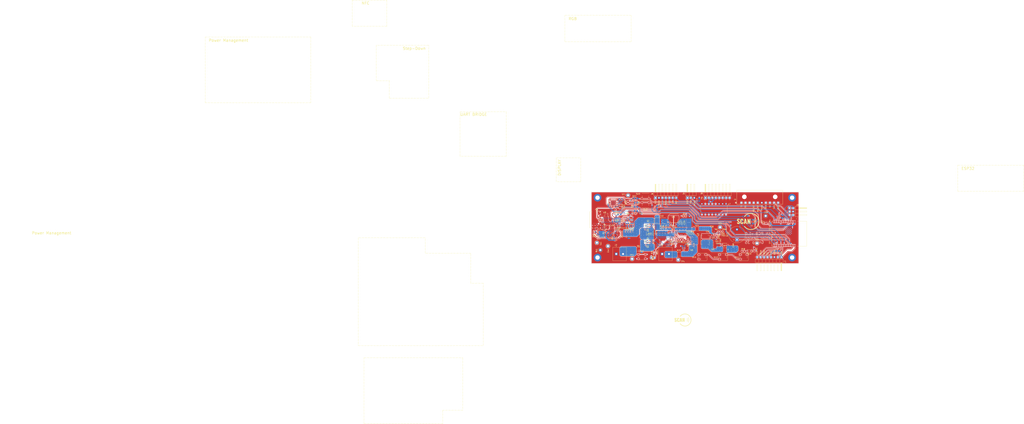
<source format=kicad_pcb>
(kicad_pcb (version 20240108) (generator "pcbnew") (generator_version "8.0")
  (title_block (title "SCAN") (date "2025-01-30") (rev "v1.0") (company "Jonah Sprandel"))
  (layers (0 "F.Cu" mixed "Top") (1 "In1.Cu" signal "GND1") (2 "In2.Cu" signal "SIG") (3 "In3.Cu" signal "PWR") (4 "In4.Cu" signal "GND2") (31 "B.Cu" signal "Bottom") (34 "B.Paste" user) (35 "F.Paste" user) (36 "B.SilkS" user "B.Silkscreen") (37 "F.SilkS" user "F.Silkscreen") (38 "B.Mask" user) (39 "F.Mask" user) (44 "Edge.Cuts" user))
  (net 0 "")
  (net 1 "PGND")
  (net 2 "/Power Management/PMID")
  (net 3 "/Power Management/REGN")
  (net 4 "/Power Management/SYS")
  (net 5 "AGND")
  (net 6 "/Power Management/ACDRV1")
  (net 7 "/Power Management/VAC2")
  (net 8 "/Power Management/ACDRV2")
  (net 9 "/Power Management/BAT")
  (net 10 "/Power Management/BATP")
  (net 11 "/VDC")
  (net 12 "/Power Management/VAC1")
  (net 13 "3.3V_SYS")
  (net 14 "/Power Management/VBUS")
  (net 15 "/Auto Download/RTS")
  (net 16 "/Auto Download/DTR")
  (net 17 "/Power Management/SDRV")
  (net 18 "/Power Management/PROG")
  (net 19 "/Power Management/TS")
  (net 20 "/I2C_SDA")
  (net 21 "/I2C_SCL")
  (net 22 "/CHIP_PU")
  (net 23 "/KEYPAD_INT")
  (net 24 "/SAFE_PWR")
  (net 25 "1.8V_VCCD")
  (net 26 "/USB_D+")
  (net 27 "/USB_D-")
  (net 28 "/USB_VBUS")
  (net 29 "/Power Management/SW1")
  (net 30 "/Power Management/BTST1")
  (net 31 "/Power Management/BTST2")
  (net 32 "/Power Management/SW2")
  (net 33 "/Power Management/QON")
  (net 34 "/Power Management/STAT")
  (net 35 "/UART_RXD")
  (net 36 "/SPI_MISO")
  (net 37 "/PD_INT")
  (net 38 "/UART_TXD")
  (net 39 "/PIR_OUT")
  (net 40 "/SPI_CLK")
  (net 41 "/BUZZER_PWM")
  (net 42 "/TFT_DC")
  (net 43 "/BOOT")
  (net 44 "/SPI_MOSI")
  (net 45 "/TFT_CS")
  (net 46 "/USB_CC1")
  (net 47 "/USB_CC2")
  (net 48 "3.3V_VDDD")
  (net 49 "/USB Power Delivery/VBUS_MAX")
  (net 50 "/USB Power Delivery/ISNK_CRS")
  (net 51 "/USB Power Delivery/ISNK_FIN")
  (net 52 "/USB Power Delivery/PD_FAULT")
  (net 53 "/USB Power Delivery/VBUS_MIN")
  (net 54 "/USB Power Delivery/FET_GATE")
  (net 57 "/USB Power Delivery/FET2_SRC")
  (net 58 "/USB Power Delivery/FET_SRC")
  (net 59 "/USB Power Delivery/PD_FLIP")
  (net 60 "5V_SYS")
  (net 61 "/NFC_INT")
  (net 62 "/NFC_RST")
  (net 63 "/SPI_CS")
  (net 64 "/Display & RGB/RGB_12")
  (net 65 "/Display & RGB/RGB_23")
  (net 66 "/Display & RGB/RGB_1")
  (net 67 "/Keypad/P0")
  (net 68 "/Keypad/P3")
  (net 69 "/Keypad/P2")
  (net 70 "/Keypad/P1")
  (net 71 "/USB-to-UART Bridge/TXD")
  (net 72 "/USB-to-UART Bridge/RXD")
  (net 73 "/Keypad/P5")
  (net 74 "/Keypad/P4")
  (net 75 "/Keypad/P6")
  (net 76 "/Keypad/P7")
  (net 77 "/USB-to-UART Bridge/VDD")
  (net 78 "/USB-to-UART Bridge/RST")
  (net 79 "/RGB_CTRL")
  (net 80 "/USB-to-UART Bridge/SUSPEND")
  (net 81 "/TFT_RST")
  (net 82 "/USB-to-UART Bridge/VBUS_SNS")
  (net 83 "/USB Power Delivery/FET_GATE_EN")
  (net 84 "/USB Power Delivery/VBUS_FET_EN")
  (net 85 "/USB Power Delivery/SAFE_PWR_EN")
  (net 86 "/Power Management/ILIM_HIZ")
  (net 87 "/BQ25798_INT")
  (net 88 "/Logic Power/SW")
  (net 89 "Net-(D1-A)")
  (net 90 "Net-(D1-K)")
  (net 91 "Net-(D2-K)")
  (net 92 "Net-(D2-A)")
  (net 93 "Net-(D6-A)")
  (net 94 "Net-(U5-BST)")
  (net 95 "Net-(U5-FB)")
  (net 96 "Net-(D5-A)")
  (net 97 "Net-(D9-K)")
  (net 100 "Net-(Q5-D)")
  (net 101 "Net-(Q6A-B1)")
  (net 102 "Net-(Q6B-B2)")
  (net 103 "Net-(Q6A-C1)")
  (net 104 "Net-(Q6B-C2)")
  (net 105 "Net-(Q8-Pad1)")
  (net 106 "Net-(Q9-D)")
  (net 107 "Net-(R27-Pad2)")
  (net 108 "Net-(U5-EN)")
  (net 109 "/GPIO7")
  (net 110 "/GPIO8")
  (net 112 "/GPIO6")
  (net 138 "/SYSTEM")
  (net 139 "/BAT+")
  (net 140 "/PV_IN")
  (footprint "Resistor_SMD:R_0402_1005Metric" (layer "F.Cu") (at 59.26 102.24 180)
    (property "Reference" "R40")
    (property "Value" "0")
  )
  (footprint "Buzzer_Beeper:Buzzer_12x9.5RM7.6" (layer "F.Cu") (at 164.34 107.34 90)
    (property "Reference" "BZ1")
    (property "Value" "Buzzer")
  )
  (footprint "Capacitor_SMD:C_0805_2012Metric" (layer "F.Cu") (at 106.465556 102.555 -90)
    (property "Reference" "C7")
    (property "Value" "10u")
  )
  (footprint "Resistor_SMD:R_2010_5025Metric" (layer "F.Cu") (at 91.67 114.27)
    (property "Reference" "R6")
    (property "Value" "0")
  )
  (footprint "Capacitor_SMD:C_0402_1005Metric" (layer "F.Cu") (at 121.195 101.885 -90)
    (property "Reference" "C22")
    (property "Value" "0.1u")
  )
  (footprint "Resistor_SMD:R_0603_1608Metric" (layer "F.Cu") (at 86.202222 96.165 -90)
    (property "Reference" "R34")
    (property "Value" "2.4k")
  )
  (footprint "Capacitor_SMD:C_0402_1005Metric" (layer "F.Cu") (at 71.08 105.71 -90)
    (property "Reference" "C51")
    (property "Value" "1u")
  )
  (footprint "LED_SMD:LED_WS2812B_PLCC4_5.0x5.0mm_P3.2mm" (layer "F.Cu") (at 169.33 119.95)
    (property "Reference" "D11")
    (property "Value" "WS2812B")
  )
  (footprint "Capacitor_SMD:C_0805_2012Metric" (layer "F.Cu") (at 150.88 112.52 90)
    (property "Reference" "C62")
    (property "Value" "1u")
  )
  (footprint "Resistor_SMD:R_0402_1005Metric" (layer "F.Cu") (at 103.05 116.71 -90)
    (property "Reference" "R24")
    (property "Value" "30.1k")
  )
  (footprint "Capacitor_SMD:C_0402_1005Metric" (layer "F.Cu") (at 118.650001 99.384999 180)
    (property "Reference" "C21")
    (property "Value" "0.1u")
  )
  (footprint "SCAN_footprints:TP_5010" (layer "F.Cu") (at 151.92 98.07)
    (property "Reference" "TP5")
    (property "Value" "RED")
  )
  (footprint "Package_TO_SOT_SMD:SOT-363_SC-70-6" (layer "F.Cu") (at 87.11 80.0075 -90)
    (property "Reference" "Q6")
    (property "Value" "BC847BDW1")
  )
  (footprint "SCAN_footprints:SO8_IRF9358TRPBF_INF" (layer "F.Cu") (at 66.43 102.42)
    (property "Reference" "Q7")
    (property "Value" "IRF9358TRPBF")
  )
  (footprint "Resistor_SMD:R_0402_1005Metric" (layer "F.Cu") (at 74.35 98.66)
    (property "Reference" "R39")
    (property "Value" "10k")
  )
  (footprint "SCAN_footprints:TP_5011" (layer "F.Cu") (at 63.82 114.92 -90)
    (property "Reference" "TP8")
    (property "Value" "BLACK")
  )
  (footprint "Package_SON:VSON-8_3.3x3.3mm_P0.65mm_NexFET" (layer "F.Cu") (at 101.2475 111.255 -90)
    (property "Reference" "Q2")
    (property "Value" "CSD17581Q3A")
  )
  (footprint "LED_SMD:LED_WS2812B_PLCC4_5.0x5.0mm_P3.2mm" (layer "F.Cu") (at 138.83 119.95)
    (property "Reference" "D13")
    (property "Value" "WS2812B")
  )
  (footprint "Capacitor_SMD:C_0603_1608Metric" (layer "F.Cu") (at 80.27 95.43)
    (property "Reference" "C45")
    (property "Value" "1u")
  )
  (footprint "LED_SMD:LED_WS2812B_PLCC4_5.0x5.0mm_P3.2mm" (layer "F.Cu") (at 154.08 119.95)
    (property "Reference" "D12")
    (property "Value" "WS2812B")
  )
  (footprint "Package_SON:VSON-8_3.3x3.3mm_P0.65mm_NexFET" (layer "F.Cu") (at 101.41 94.51 90)
    (property "Reference" "Q1")
    (property "Value" "CSD17581Q3A")
  )
  (footprint "Resistor_SMD:R_0402_1005Metric" (layer "F.Cu") (at 59.26 101.18)
    (property "Reference" "R41")
    (property "Value" "1k")
  )
  (footprint "Capacitor_SMD:C_0603_1608Metric" (layer "F.Cu") (at 112.5 103.08 90)
    (property "Reference" "C17")
    (property "Value" "4.7u")
  )
  (footprint "Resistor_SMD:R_0603_1608Metric" (layer "F.Cu") (at 84.544444 96.165 90)
    (property "Reference" "R31")
    (property "Value" "5k")
  )
  (footprint "Capacitor_SMD:C_0402_1005Metric" (layer "F.Cu") (at 77.12 82.59 90)
    (property "Reference" "C53")
    (property "Value" "0.1u")
  )
  (footprint "Capacitor_SMD:C_0402_1005Metric" (layer "F.Cu") (at 187.19 94.53 90)
    (property "Reference" "C2")
    (property "Value" "0.1u")
  )
  (footprint "Capacitor_SMD:C_0603_1608Metric" (layer "F.Cu") (at 146.7 108.39)
    (property "Reference" "C64")
    (property "Value" "0.1u")
  )
  (footprint "Capacitor_SMD:C_0603_1608Metric" (layer "F.Cu") (at 78.47 82.78 90)
    (property "Reference" "C52")
    (property "Value" "4.7u")
  )
  (footprint "Capacitor_SMD:C_0805_2012Metric" (layer "F.Cu") (at 110.54 102.555 -90)
    (property "Reference" "C9")
    (property "Value" "10u")
  )
  (footprint "SCAN_footprints:QFN50P400X400X60-25N-D" (layer "F.Cu") (at 75.86 93 180)
    (property "Reference" "U3")
    (property "Value" "CYPD3177-24LQXQT" (hide yes))
  )
  (footprint "SCAN_footprints:ESP32-C6-WROOM-1-N8" (layer "F.Cu") (at 202.83 102.85 -90)
    (property "Reference" "U1")
    (property "Value" "ESP32-C6-WROOM-1-N8")
  )
  (footprint "Capacitor_SMD:C_0805_2012Metric" (layer "F.Cu") (at 145.79 99.285)
    (property "Reference" "C56")
    (property "Value" "10u")
  )
  (footprint "Resistor_SMD:R_0805_2012Metric" (layer "F.Cu") (at 90.64 88.1)
    (property "Reference" "R47")
    (property "Value" "100k")
  )
  (footprint "Capacitor_SMD:C_0402_1005Metric" (layer "F.Cu") (at 115.545 106.995 -90)
    (property "Reference" "C16")
    (property "Value" "0.01u")
  )
  (footprint "Connector_PinHeader_2.54mm:PinHeader_1x08_P2.54mm_Horizontal" (layer "F.Cu") (at 141.155 76.48 90)
    (property "Reference" "J8")
    (property "Value" "Keypad")
  )
  (footprint "Capacitor_SMD:C_0805_2012Metric" (layer "F.Cu") (at 146.92 112.51)
    (property "Reference" "C61")
    (property "Value" "22u")
  )
  (footprint "Resistor_SMD:R_2010_5025Metric" (layer "F.Cu") (at 79.4475 102.825)
    (property "Reference" "R5")
    (property "Value" "0")
  )
  (footprint "Connector_PinHeader_2.54mm:PinHeader_2x03_P2.54mm_Horizontal" (layer "F.Cu") (at 203.09 84.01)
    (property "Reference" "J9")
    (property "Value" "GPIO_BREAKOUT")
  )
  (footprint "Capacitor_SMD:C_0402_1005Metric" (layer "F.Cu") (at 75.3375 84.03)
    (property "Reference" "C54")
    (property "Value" "0.1u")
  )
  (footprint "Package_TO_SOT_SMD:SOT-563" (layer "F.Cu") (at 147.09 103.575)
    (property "Reference" "U5")
    (property "Value" "TPS563203")
  )
  (footprint "SCAN_footprints:WE-LHMI_7030_705048" (layer "F.Cu") (at 140.83 107.405 -90)
    (property "Reference" "L2")
    (property "Value" "4.7u" (hide yes))
  )
  (footprint "Capacitor_SMD:C_0805_2012Metric" (layer "F.Cu") (at 121.125 98.145 90)
    (property "Reference" "C24")
    (property "Value" "10u")
  )
  (footprint "Resistor_SMD:R_0603_1608Metric" (layer "F.Cu") (at 149.78 101.185 180)
    (property "Reference" "R57")
    (property "Value" "30k")
  )
  (footprint "Capacitor_SMD:C_0402_1005Metric" (layer "F.Cu") (at 74.32 99.93)
    (property "Reference" "C50")
    (property "Value" "1u")
  )
  (footprint "Resistor_SMD:R_2010_5025Metric" (layer "F.Cu") (at 135.05 99.265)
    (property "Reference" "R21")
    (property "Value" "0")
  )
  (footprint "SCAN_footprints:TP_5010" (layer "F.Cu") (at 87.17 121.4)
    (property "Reference" "TP3")
    (property "Value" "RED")
  )
  (footprint "Capacitor_SMD:C_0603_1608Metric" (layer "F.Cu") (at 124.105 102.18 -90)
    (property "Reference" "C28")
    (property "Value" "10u")
  )
  (footprint "Capacitor_SMD:C_0402_1005Metric" (layer "F.Cu") (at 126.95 107.37 -90)
    (property "Reference" "C41")
    (property "Value" "47nF")
  )
  (footprint "SCAN_footprints:TP_5010" (layer "F.Cu") (at 69.42 111.98 90)
    (property "Reference" "TP2")
    (property "Value" "RED")
  )
  (footprint "Capacitor_SMD:C_0805_2012Metric" (layer "F.Cu") (at 185.63 94.1 90)
    (property "Reference" "C1")
    (property "Value" "10u")
  )
  (footprint "Resistor_SMD:R_0603_1608Metric" (layer "F.Cu") (at 87.86 96.165 90)
    (property "Reference" "R33")
    (property "Value" "5k")
  )
  (footprint "Capacitor_SMD:C_0603_1608Metric" (layer "F.Cu") (at 78.405 97.09)
    (property "Reference" "C42")
    (property "Value" "1u")
  )
  (footprint "Capacitor_SMD:C_0402_1005Metric" (layer "F.Cu") (at 113.81 101.765 -90)
    (property "Reference" "C10")
    (property "Value" "0.1u")
  )
  (footprint "Diode_SMD:D_SOD-123" (layer "F.Cu") (at 173.43 115.65 180)
    (property "Reference" "D10")
    (property "Value" "1N4148W")
  )
  (footprint "SCAN_footprints:TE_282856-2" (layer "F.Cu") (at 78.02 117.78)
    (property "Reference" "J3")
    (property "Value" "PV_Panel_Connector")
  )
  (footprint "Capacitor_SMD:C_0603_1608Metric" (layer "F.Cu") (at 146.03 101.185)
    (property "Reference" "C57")
    (property "Value" "0.1u")
  )
  (footprint "Capacitor_SMD:C_0402_1005Metric" (layer "F.Cu") (at 188.33 97.48 -90)
    (property "Reference" "C3")
    (property "Value" "1u")
  )
  (footprint "Resistor_SMD:R_2010_5025Metric" (layer "F.Cu") (at 121.88 117.94 180)
    (property "Reference" "R22")
    (property "Value" "0")
  )
  (footprint "SCAN_footprints:TE_282856-2" (layer "F.Cu") (at 111.8 117.78)
    (property "Reference" "J2")
    (property "Value" "Batt_Connector")
  )
  (footprint "Capacitor_SMD:C_0805_2012Metric" (layer "F.Cu") (at 159.83 111.44 90)
    (property "Reference" "C58")
    (property "Value" "2.2u")
  )
  (footprint "Capacitor_Tantalum_SMD:CP_EIA-7343-31_Kemet-D" (layer "F.Cu") (at 108.3175 93.4)
    (property "Reference" "C40")
    (property "Value" "33u")
  )
  (footprint "SCAN_footprints:SOT23_318-08_ONS" (layer "F.Cu") (at 86.76 87.9209 180)
    (property "Reference" "Q9")
    (property "Value" "NTR4503NT1G")
  )
  (footprint "Resistor_SMD:R_0805_2012Metric" (layer "F.Cu") (at 124.6 107.41 180)
    (property "Reference" "R12")
    (property "Value" "0")
  )
  (footprint "SCAN_footprints:SW_SPST_PTS647_Sx38" (layer "F.Cu") (at 94.4 119.73)
    (property "Reference" "SW1")
    (property "Value" "QON")
  )
  (footprint "SCAN_footprints:SPM6530" (layer "F.Cu") (at 117.67 91.475)
    (property "Reference" "L1")
    (property "Value" "1.0u" (hide yes))
  )
  (footprint "SCAN_footprints:USB4110-GF-A_GCT" (layer "F.Cu") (at 60.1772 92.62 -90)
    (property "Reference" "J1")
    (property "Value" "USB_C_16P_Connector")
  )
  (footprint "SCAN_footprints:TP_5010" (layer "F.Cu") (at 61.26 109.52 90)
    (property "Reference" "TP1")
    (property "Value" "RED")
  )
  (footprint "SCAN_footprints:TP_5010" (layer "F.Cu") (at 179.11 109.89)
    (property "Reference" "TP6")
    (property "Value" "RED")
  )
  (footprint "SCAN_footprints:TP_5010" (layer "F.Cu") (at 84.19 74.57)
    (property "Reference" "TP7")
    (property "Value" "RED")
  )
  (footprint "Resistor_SMD:R_0402_1005Metric" (layer "F.Cu") (at 104.54 116.71 -90)
    (property "Reference" "R23")
    (property "Value" "5.24k")
  )
  (footprint "Resistor_SMD:R_0402_1005Metric" (layer "F.Cu") (at 151.41 103.6 180)
    (property "Reference" "R55")
    (property "Value" "100k")
  )
  (footprint "Resistor_SMD:R_0805_2012Metric" (layer "F.Cu") (at 90.13 80.0975 -90)
    (property "Reference" "R28")
    (property "Value" "0")
  )
  (footprint "MountingHole:MountingHole_3.2mm_M3_ISO7380_Pad" (layer "F.Cu") (at 204.91 76.38)
    (property "Reference" "H4" (hide yes))
    (property "Value" "MountingHole_Pad")
  )
  (footprint "Capacitor_SMD:C_0805_2012Metric_Pad1.18x1.45mm_HandSolder" (layer "F.Cu") (at 109.8225 98.0075 90)
    (property "Reference" "C30")
    (property "Value" "10u")
  )
  (footprint "MountingHole:MountingHole_3.2mm_M3_ISO7380_Pad" (layer "F.Cu") (at 61.75 120.41)
    (property "Reference" "H2" (hide yes))
    (property "Value" "MountingHole_Pad")
  )
  (footprint "SCAN_footprints:CONN_SD-43650-001_10_MOL" (layer "F.Cu") (at 167.62 80.07 180)
    (property "Reference" "J4")
    (property "Value" "Conn_01x10")
  )
  (footprint "Resistor_SMD:R_0402_1005Metric" (layer "F.Cu") (at 188.33 95.52 -90)
    (property "Reference" "R4")
    (property "Value" "10k")
  )
  (footprint "SCAN_footprints:IC_BQ25798RQMR" (layer "F.Cu") (at 117.440001 102.485)
    (property "Reference" "U2")
    (property "Value" "BQ25798RQMR")
  )
  (footprint "Capacitor_SMD:C_0402_1005Metric" (layer "F.Cu") (at 74.26 96.75)
    (property "Reference" "C49")
    (property "Value" "100n")
  )
  (footprint "SCAN_footprints:SW_SPST_PTS647_Sx38" (layer "F.Cu") (at 97.015 81.49 180)
    (property "Reference" "SW2")
    (property "Value" "SW_Push")
  )
  (footprint "Diode_SMD:D_SOD-523" (layer "F.Cu") (at 98.56 97.005 90)
    (property "Reference" "D1")
    (property "Value" "12V")
  )
  (footprint "LED_SMD:LED_0805_2012Metric" (layer "F.Cu") (at 125.8625 89.83)
    (property "Reference" "D5")
    (property "Value" "LED")
  )
  (footprint "Resistor_SMD:R_0805_2012Metric" (layer "F.Cu") (at 88.88 76.9375)
    (property "Reference" "R27")
    (property "Value" "10k")
  )
  (footprint "Capacitor_SMD:C_0603_1608Metric" (layer "F.Cu") (at 125.695 102.18 -90)
    (property "Reference" "C33")
    (property "Value" "10u")
  )
  (footprint "Resistor_SMD:R_0603_1608Metric" (layer "F.Cu") (at 128.34 107.925 -90)
    (property "Reference" "R20")
    (property "Value" "100")
  )
  (footprint "Package_DFN_QFN:QFN-28-1EP_5x5mm_P0.5mm_EP3.35x3.35mm" (layer "F.Cu") (at 73.3575 80.15 90)
    (property "Reference" "U4")
    (property "Value" "CP2102N-A02-xQFN28")
  )
  (footprint "SCAN_footprints:TP_5010" (layer "F.Cu") (at 121.11 122.04)
    (property "Reference" "TP4")
    (property "Value" "RED")
  )
  (footprint "SCAN_footprints:103AT2" (layer "F.Cu") (at 101.19 120.55 -90)
    (property "Reference" "RT1")
    (property "Value" "103AT-2" (hide yes))
  )
  (footprint "Capacitor_SMD:C_1210_3225Metric" (layer "F.Cu") (at 69.05 97.12 -90)
    (property "Reference" "C48")
    (property "Value" "3.3u")
  )
  (footprint "Capacitor_SMD:C_0603_1608Metric" (layer "F.Cu") (at 122.515 102.18 -90)
    (property "Reference" "C25")
    (property "Value" "10u")
  )
  (footprint "Capacitor_SMD:C_0805_2012Metric_Pad1.18x1.45mm_HandSolder" (layer "F.Cu") (at 113.78 98.0075 90)
    (property "Reference" "C23")
    (property "Value" "10u")
  )
  (footprint "Package_SON:VSON-8_3.3x3.3mm_P0.65mm_NexFET" (layer "F.Cu") (at 101.315 99.455 -90)
    (property "Reference" "Q3")
    (property "Value" "CSD17581Q3A")
  )
  (footprint "Capacitor_SMD:C_0805_2012Metric_Pad1.18x1.45mm_HandSolder" (layer "F.Cu") (at 111.80125 98.0075 90)
    (property "Reference" "C26")
    (property "Value" "10u")
  )
  (footprint "SCAN_footprints:TP_5011" (layer "F.Cu") (at 185.48 89.76)
    (property "Reference" "TP9")
    (property "Value" "BLACK")
  )
  (footprint "MountingHole:MountingHole_3.2mm_M3_ISO7380_Pad" (layer "F.Cu") (at 204.91 120.41)
    (property "Reference" "H3" (hide yes))
    (property "Value" "MountingHole_Pad")
  )
  (footprint "Capacitor_SMD:C_0603_1608Metric" (layer "F.Cu") (at 149.49 105.335 -90)
    (property "Reference" "C59")
    (property "Value" "0.1u")
  )
  (footprint "Capacitor_SMD:C_0805_2012Metric" (layer "F.Cu") (at 125.625 98.145 90)
    (property "Reference" "C29")
    (property "Value" "10u")
  )
  (footprint "Capacitor_SMD:C_0402_1005Metric" (layer "F.Cu") (at 116.25 99.355)
    (property "Reference" "C20")
    (property "Value" "0.1u")
  )
  (footprint "Connector_PinHeader_2.54mm:PinHeader_1x07_P2.54mm_Horizontal" (layer "F.Cu") (at 104.4 76.48 90)
    (property "Reference" "J6")
    (property "Value" "TFT_CONN")
  )
  (footprint "SCAN_footprints:VSSOP8_DGN_TEX" (layer "F.Cu") (at 155.33 111.67 180)
    (property "Reference" "U6")
    (property "Value" "TLV76733DGNR")
  )
  (footprint "Resistor_SMD:R_0805_2012Metric" (layer "F.Cu") (at 84.16 79.9775 90)
    (property "Reference" "R25")
    (property "Value" "10k")
  )
  (footprint "Capacitor_SMD:C_0805_2012Metric" (layer "F.Cu") (at 108.517778 102.555 -90)
    (property "Reference" "C8")
    (property "Value" "10u")
  )
  (footprint "Diode_SMD:D_SOD-523" (layer "F.Cu") (at 98.375 108.6925 90)
    (property "Reference" "D2")
    (property "Value" "12V")
  )
  (footprint "Capacitor_SMD:C_0201_0603Metric" (layer "F.Cu") (at 149.645 103.04 180)
    (property "Reference" "C60")
    (property "Value" "18p")
  )
  (footprint "Capacitor_SMD:C_0805_2012Metric" (layer "F.Cu") (at 123.375 98.145 90)
    (property "Reference" "C27")
    (property "Value" "10u")
  )
  (footprint "SCAN_footprints:DMY0003A" (layer "F.Cu") (at 61.219999 84.824999 -90)
    (property "Reference" "U8")
    (property "Value" "ESD122")
  )
  (footprint "Resistor_SMD:R_0603_1608Metric" (layer "F.Cu") (at 121.22 107.26 180)
    (property "Reference" "R15")
    (property "Value" "17.4k")
  )
  (footprint "Capacitor_SMD:C_0603_1608Metric" (layer "F.Cu") (at 75.9075 85.36)
    (property "Reference" "C55")
    (property "Value" "4.7u")
  )
  (footprint "Resistor_SMD:R_0805_2012Metric" (layer "F.Cu") (at 168.89 115.82)
    (property "Reference" "R58")
    (property "Value" "10k")
  )
  (footprint "LED_SMD:LED_0603_1608Metric" (layer "F.Cu") (at 86.28 92.58 180)
    (property "Reference" "D9")
    (property "Value" "RED")
  )
  (footprint "SCAN_footprints:SW_SPST_PTS647_Sx38" (layer "F.Cu") (at 97.015 75.59)
    (property "Reference" "SW3")
    (property "Value" "SW_Push")
  )
  (footprint "Resistor_SMD:R_0603_1608Metric" (layer "F.Cu") (at 82.886666 96.165 -90)
    (property "Reference" "R32")
    (property "Value" "1k")
  )
  (footprint "Connector_PinHeader_2.54mm:PinHeader_1x03_P2.54mm_Horizontal" (layer "F.Cu") (at 127.8775 76.48 90)
    (property "Reference" "J5")
    (property "Value" "PIR_CONNECTOR")
  )
  (footprint "Resistor_SMD:R_0603_1608Metric" (layer "F.Cu") (at 152.915 101.185 180)
    (property "Reference" "R56")
    (property "Value" "220k")
  )
  (footprint "SCAN_footprints:DIP794W45P254L1969H508Q16" (layer "F.Cu") (at 147.425 84.87 -90)
    (property "Reference" "U7")
    (property "Value" "PCF8574")
  )
  (footprint "Package_SON:VSON-8_3.3x3.3mm_P0.65mm_NexFET" (layer "F.Cu") (at 101.3425 106.255 90)
    (property "Reference" "Q4")
    (property "Value" "CSD17581Q3A")
  )
  (footprint "Capacitor_SMD:C_0402_1005Metric" (layer "F.Cu") (at 117.285 106.995 -90)
    (property "Reference" "C15")
    (property "Value" "0.01u")
  )
  (footprint "Capacitor_SMD:C_0805_2012Metric" (layer "F.Cu") (at 146.92 110.325)
    (property "Reference" "C63")
    (property "Value" "22u")
  )
  (footprint "MountingHole:MountingHole_3.2mm_M3_ISO7380_Pad" (layer "F.Cu") (at 61.75 76.38)
    (property "Reference" "H1" (hide yes))
    (property "Value" "MountingHole_Pad")
  )
  (footprint "Resistor_SMD:R_0805_2012Metric" (layer "F.Cu") (at 177.17 114.75 -90)
    (property "Reference" "R1")
    (property "Value" "3.3k")
  )
  (footprint "Package_SON:VSON-8_3.3x3.3mm_P0.65mm_NexFET" (layer "F.Cu") (at 131.1675 111.86 -90)
    (property "Reference" "Q5")
    (property "Value" "CSD17575Q3")
  )
  (footprint "Connector_PinHeader_2.54mm:PinHeader_1x08_P2.54mm_Horizontal" (layer "F.Cu") (at 196.99 120.06 -90)
    (property "Reference" "J7")
    (property "Value" "PN532_CONN")
  )
  (footprint "Package_SON:WSON-6-1EP_2x2mm_P0.65mm_EP1x1.6mm" (layer "F.Cu") (at 68.17 89.32 -90)
    (property "Reference" "U9")
    (property "Value" "TVS2200DRV")
  )
  (footprint "SCAN_footprints:X2SON2_DPL_TEX" (layer "B.Cu") (at 65.56 94.1822 90)
    (property "Reference" "D14")
    (property "Value" "ESD441")
  )
  (footprint "Resistor_SMD:R_0805_2012Metric" (layer "B.Cu") (at 78.66 77.54)
    (property "Reference" "R54")
    (property "Value" "10k")
  )
  (footprint "Resistor_SMD:R_0805_2012Metric" (layer "B.Cu") (at 105.49 83.52 -90)
    (property "Reference" "R45")
    (property "Value" "2k")
  )
  (footprint "Resistor_SMD:R_0805_2012Metric" (layer "B.Cu") (at 134.1425 111.1075 -90)
    (property "Reference" "R19")
    (property "Value" "0")
  )
  (footprint "Diode_SMD:D_SOD-523" (layer "B.Cu") (at 125.2425 113.74)
    (property "Reference" "D6")
    (property "Value" "40V")
  )
  (footprint "SCAN_footprints:PG-TSOP6-6-4_INF" (layer "B.Cu") (at 70.669999 102.26905 90)
    (property "Reference" "Q8")
    (property "Value" "BSL308PE")
  )
  (footprint "SCAN_footprints:X2SON2_DPL_TEX" (layer "B.Cu") (at 65.98 91.7799 -90)
    (property "Reference" "D15")
    (property "Value" "ESD441")
  )
  (footprint "Resistor_SMD:R_0805_2012Metric" (layer "B.Cu") (at 77.88 88.65 180)
    (property "Reference" "R44")
    (property "Value" "2k")
  )
  (footprint "Resistor_SMD:R_0805_2012Metric" (layer "B.Cu") (at 174.95 95.47)
    (property "Reference" "R2")
    (property "Value" "2.2k")
  )
  (footprint "Resistor_SMD:R_0603_1608Metric" (layer "B.Cu") (at 84.544444 96.165 90)
    (property "Reference" "R35")
    (property "Value" "5.1k")
  )
  (footprint "Resistor_SMD:R_0402_1005Metric" (layer "B.Cu") (at 75.14 102.09 90)
    (property "Reference" "R43")
    (property "Value" "1k")
  )
  (footprint "Resistor_SMD:R_0402_1005Metric" (layer "B.Cu") (at 130.42 106.475 180)
    (property "Reference" "C31")
    (property "Value" "1n")
  )
  (footprint "Capacitor_SMD:C_0805_2012Metric" (layer "B.Cu") (at 111.665 98.035 90)
    (property "Reference" "C34")
    (property "Value" "10u")
  )
  (footprint "Capacitor_SMD:C_0805_2012Metric" (layer "B.Cu") (at 121.125 98.145 90)
    (property "Reference" "C32")
    (property "Value" "10u")
  )
  (footprint "Resistor_SMD:R_0805_2012Metric" (layer "B.Cu") (at 136.59 77.95 -90)
    (property "Reference" "R59")
    (property "Value" "10k")
  )
  (footprint "Diode_SMD:D_SOD-523" (layer "B.Cu") (at 112.715 111.1925 90)
    (property "Reference" "D3")
    (property "Value" "40V")
  )
  (footprint "Resistor_SMD:R_0603_1608Metric" (layer "B.Cu") (at 82.886666 96.165 -90)
    (property "Reference" "R36")
    (property "Value" "5.1k")
  )
  (footprint "Capacitor_SMD:C_0805_2012Metric" (layer "B.Cu") (at 94.08 115.56 -90)
    (property "Reference" "C5")
    (property "Value" "1u")
  )
  (footprint "Resistor_SMD:R_0805_2012Metric" (layer "B.Cu") (at 174.95 92.62)
    (property "Reference" "R3")
    (property "Value" "2.2k")
  )
  (footprint "Resistor_SMD:R_0402_1005Metric" (layer "B.Cu") (at 96.815 96.935 -90)
    (property "Reference" "R8")
    (property "Value" "100k")
  )
  (footprint "Resistor_SMD:R_0402_1005Metric" (layer "B.Cu") (at 96.655 108.675 -90)
    (property "Reference" "R9")
    (property "Value" "100k")
  )
  (footprint "Resistor_SMD:R_0603_1608Metric" (layer "B.Cu") (at 86.202222 96.165 -90)
    (property "Reference" "R38")
    (property "Value" "1k")
  )
  (footprint "Capacitor_SMD:C_0402_1005Metric" (layer "B.Cu") (at 116.285 106.135)
    (property "Reference" "C11")
    (property "Value" "0.1u")
  )
  (footprint "Capacitor_SMD:C_0603_1608Metric" (layer "B.Cu") (at 73.605 94.01)
    (property "Reference" "C46")
    (property "Value" "390p")
  )
  (footprint "Resistor_SMD:R_0805_2012Metric" (layer "B.Cu") (at 194.05 115.59 180)
    (property "Reference" "R60")
    (property "Value" "10k")
  )
  (footprint "Capacitor_SMD:C_0805_2012Metric" (layer "B.Cu") (at 109.435 98.035 90)
    (property "Reference" "C36")
    (property "Value" "10u")
  )
  (footprint "Resistor_SMD:R_0603_1608Metric" (layer "B.Cu") (at 125.1125 112.14)
    (property "Reference" "R17")
    (property "Value" "0")
  )
  (footprint "Resistor_SMD:R_0805_2012Metric" (layer "B.Cu") (at 90.02 76.87)
    (property "Reference" "R29")
    (property "Value" "0")
  )
  (footprint "Resistor_SMD:R_0805_2012Metric" (layer "B.Cu") (at 90.019564 86.19)
    (property "Reference" "R53")
    (property "Value" "0")
  )
  (footprint "Capacitor_Tantalum_SMD:CP_EIA-7343-31_Kemet-D" (layer "B.Cu") (at 129.23 96.1125 90)
    (property "Reference" "C39")
    (property "Value" "33u")
  )
  (footprint "Capacitor_SMD:C_0805_2012Metric" (layer "B.Cu") (at 125.625 98.145 90)
    (property "Reference" "C37")
    (property "Value" "10u")
  )
  (footprint "Capacitor_SMD:C_0805_2012Metric" (layer "B.Cu") (at 123.375 98.145 90)
    (property "Reference" "C35")
    (property "Value" "10u")
  )
  (footprint "Capacitor_SMD:C_0805_2012Metric" (layer "B.Cu") (at 106.465556 102.685 -90)
    (property "Reference" "C6")
    (property "Value" "10u")
  )
  (footprint "Resistor_SMD:R_0402_1005Metric" (layer "B.Cu") (at 62.57 103.41 180)
    (property "Reference" "R30")
    (property "Value" "49.9k")
  )
  (footprint "Diode_SMD:D_SOD-523" (layer "B.Cu") (at 105.895 111.1925 90)
    (property "Reference" "D4")
    (property "Value" "40V")
  )
  (footprint "Capacitor_SMD:C_0805_2012Metric" (layer "B.Cu") (at 84.62 105.27 -90)
    (property "Reference" "C4")
    (property "Value" "1u")
  )
  (footprint "Capacitor_SMD:C_0402_1005Metric" (layer "B.Cu") (at 97.655 108.655 -90)
    (property "Reference" "C13")
    (property "Value" "1nF")
  )
  (footprint "Resistor_SMD:R_0603_1608Metric" (layer "B.Cu") (at 87.86 96.165 90)
    (property "Reference" "R37")
    (property "Value" "DNP")
  )
  (footprint "Capacitor_SMD:C_0402_1005Metric" (layer "B.Cu") (at 78.13 94.79 90)
    (property "Reference" "C43")
    (property "Value" "0.1u")
  )
  (footprint "Capacitor_SMD:C_0402_1005Metric" (layer "B.Cu") (at 116.285 105.155)
    (property "Reference" "C14")
    (property "Value" "0.1u")
  )
  (footprint "Resistor_SMD:R_0402_1005Metric" (layer "B.Cu") (at 130.39 107.555)
    (property "Reference" "R18")
    (property "Value" "100k")
  )
  (footprint "Capacitor_SMD:C_0402_1005Metric" (layer "B.Cu") (at 119.32 101.965 90)
    (property "Reference" "C19")
    (property "Value" "47nF")
  )
  (footprint "Capacitor_Tantalum_SMD:CP_EIA-7343-31_Kemet-D" (layer "B.Cu") (at 108.317501 93.399999)
    (property "Reference" "C38")
    (property "Value" "33u")
  )
  (footprint "Resistor_SMD:R_0805_2012Metric" (layer "B.Cu") (at 90.019564 83.083332)
    (property "Reference" "R52")
    (property "Value" "0")
  )
  (footprint "Resistor_SMD:R_0805_2012Metric" (layer "B.Cu") (at 90.019564 79.976666)
    (property "Reference" "R26")
    (property "Value" "0")
  )
  (footprint "Resistor_SMD:R_0402_1005Metric" (layer "B.Cu") (at 78.78 80.18)
    (property "Reference" "R50")
    (property "Value" "22.1k")
  )
  (footprint "Resistor_SMD:R_0603_1608Metric" (layer "B.Cu") (at 86.26 92.58 180)
    (property "Reference" "R48")
    (property "Value" "1k")
  )
  (footprint "Capacitor_SMD:C_0603_1608Metric" (layer "B.Cu") (at 73.615 92.2)
    (property "Reference" "C47")
    (property "Value" "390p")
  )
  (footprint "Resistor_SMD:R_0805_2012Metric" (layer "B.Cu") (at 197.92 90.23 -90)
    (property "Reference" "R7")
    (property "Value" "10k")
  )
  (footprint "Capacitor_SMD:C_0402_1005Metric" (layer "B.Cu") (at 115.54 101.784999 90)
    (property "Reference" "C18")
    (property "Value" "47n")
  )
  (footprint "Resistor_SMD:R_0603_1608Metric" (layer "B.Cu") (at 107.515 111.225 -90)
    (property "Reference" "R14")
    (property "Value" "294")
  )
  (footprint "Resistor_SMD:R_0402_1005Metric" (layer "B.Cu") (at 73.84 102.09 -90)
    (property "Reference" "R42")
    (property "Value" "49.9k")
  )
  (footprint "Resistor_SMD:R_0402_1005Metric" (layer "B.Cu") (at 78.78 79.12 180)
    (property "Reference" "R49")
    (property "Value" "47.5k")
  )
  (footprint "Resistor_SMD:R_0402_1005Metric" (layer "B.Cu") (at 75.84 82.82)
    (property "Reference" "R51")
    (property "Value" "1k")
  )
  (footprint "Diode_SMD:D_SOD-523" (layer "B.Cu") (at 130.36 108.835)
    (property "Reference" "D7")
    (property "Value" "12V")
  )
  (footprint "Resistor_SMD:R_0805_2012Metric" (layer "B.Cu") (at 101.365 108.885 90)
    (property "Reference" "R11")
    (property "Value" "0")
  )
  (footprint "Resistor_SMD:R_0805_2012Metric" (layer "B.Cu") (at 101.405 97.105 -90)
    (property "Reference" "R10")
    (property "Value" "0")
  )
  (footprint "Capacitor_SMD:C_0402_1005Metric" (layer "B.Cu") (at 77.01 94.79 90)
    (property "Reference" "C44")
    (property "Value" "0.1u")
  )
  (footprint "Resistor_SMD:R_0805_2012Metric" (layer "B.Cu") (at 171.3 89.77 180)
    (property "Reference" "R61")
    (property "Value" "10k")
  )
  (footprint "Capacitor_SMD:C_0402_1005Metric" (layer "B.Cu") (at 97.815 96.915 -90)
    (property "Reference" "C12")
    (property "Value" "1nF")
  )
  (footprint "Resistor_SMD:R_0805_2012Metric" (layer "B.Cu") (at 74.04 106.7 90)
    (property "Reference" "R46")
    (property "Value" "0")
  )
  (footprint "SCAN_footprints:SODFL3516X120N" (layer "B.Cu") (at 61.73 101.6 180)
    (property "Reference" "D8")
    (property "Value" "NZH10C-115" (hide yes))
  )
  (footprint "Resistor_SMD:R_0402_1005Metric" (layer "B.Cu") (at 128.795 89.44 180)
    (property "Reference" "R16")
    (property "Value" "2.2k")
  )
  (footprint "Resistor_SMD:R_0603_1608Metric" (layer "B.Cu") (at 114.345 111.225 -90)
    (property "Reference" "R13")
    (property "Value" "294")
  )
  (gr_rect (start -39.44 13.26) (end -5.328888 45.871112) (stroke (width 0.15) (type dash)) (fill none) (layer "F.SilkS"))
  (gr_poly (pts (xy 176.3594 92.389362) (xy 176.362235 92.389624) (xy 176.365131 92.390027) (xy 176.368039 92.390563) (xy 176.370906 92.391226) (xy 176.373684 92.392011) (xy 176.37632 92.392909) (xy 176.378763 92.393915) (xy 176.380965 92.395023) (xy 176.381958 92.395612) (xy 176.382872 92.396225) (xy 176.405599 92.412945) (xy 176.42779 92.430196) (xy 176.449464 92.447958) (xy 176.470637 92.466213) (xy 176.491326 92.484943) (xy 176.511548 92.504127) (xy 176.53132 92.523748) (xy 176.550659 92.543786) (xy 176.569582 92.564222) (xy 176.588107 92.585038) (xy 176.606249 92.606214) (xy 176.624027 92.627733) (xy 176.641456 92.649574) (xy 176.658555 92.671718) (xy 176.691827 92.716844) (xy 176.718595 92.755362) (xy 176.744129 92.794429) (xy 176.768438 92.834037) (xy 176.791528 92.874177) (xy 176.813406 92.914841) (xy 176.83408 92.95602) (xy 176.853557 92.997704) (xy 176.871843 93.039886) (xy 176.888945 93.082555) (xy 176.904872 93.125705) (xy 176.919628 93.169325) (xy 176.933223 93.213408) (xy 176.945662 93.257943) (xy 176.956953 93.302923) (xy 176.967103 93.348339) (xy 176.976119 93.394181) (xy 176.981854 93.42745) (xy 176.986869 93.460772) (xy 176.994808 93.527561) (xy 177.000069 93.594524) (xy 177.002788 93.661637) (xy 177.003097 93.728873) (xy 177.001132 93.79621) (xy 176.997026 93.863621) (xy 176.990914 93.931083) (xy 176.983551 93.991499) (xy 176.974151 94.051365) (xy 176.962678 94.110671) (xy 176.949091 94.169407) (xy 176.933354 94.227564) (xy 176.915428 94.285131) (xy 176.895275 94.3421) (xy 176.872858 94.398459) (xy 176.847254 94.457191) (xy 176.819994 94.515008) (xy 176.790833 94.571726) (xy 176.775465 94.599617) (xy 176.759531 94.627164) (xy 176.743002 94.654344) (xy 176.725846 94.681136) (xy 176.708034 94.707515) (xy 176.689535 94.733459) (xy 176.670319 94.758945) (xy 176.650356 94.783949) (xy 176.629616 94.80845) (xy 176.608068 94.832424) (xy 176.578313 94.864024) (xy 176.548074 94.895254) (xy 176.517407 94.926245) (xy 176.486369 94.95713) (xy 176.359652 95.082241) (xy 176.213906 94.88459) (xy 176.309394 94.77503) (xy 176.404467 94.66644) (xy 176.422667 94.646672) (xy 176.440271 94.626575) (xy 176.457279 94.606157) (xy 176.473691 94.585422) (xy 176.489508 94.564378) (xy 176.504731 94.543031) (xy 176.51936 94.521387) (xy 176.533396 94.499453) (xy 176.546839 94.477234) (xy 176.559691 94.454739) (xy 176.571951 94.431972) (xy 176.58362 94.40894) (xy 176.5947 94.38565) (xy 176.60519 94.362108) (xy 176.615091 94.33832) (xy 176.624403 94.314293) (xy 176.642177 94.264969) (xy 176.658842 94.215098) (xy 176.674353 94.164753) (xy 176.688664 94.114008) (xy 176.701729 94.062935) (xy 176.713503 94.011608) (xy 176.72394 93.960101) (xy 176.732993 93.908485) (xy 176.738407 93.870925) (xy 176.742533 93.833383) (xy 176.745409 93.795864) (xy 176.747076 93.758373) (xy 176.747572 93.720913) (xy 176.746938 93.683489) (xy 176.745212 93.646104) (xy 176.742433 93.608764) (xy 176.738642 93.571471) (xy 176.733877 93.534231) (xy 176.728178 93.497047) (xy 176.721584 93.459924) (xy 176.714136 93.422866) (xy 176.705871 93.385876) (xy 176.687051 93.312122) (xy 176.676166 93.274466) (xy 176.66438 93.237313) (xy 176.651684 93.200665) (xy 176.638067 93.164525) (xy 176.623519 93.128896) (xy 176.608029 93.093783) (xy 176.591588 93.059187) (xy 176.574186 93.025112) (xy 176.555811 92.991561) (xy 176.536454 92.958538) (xy 176.516105 92.926046) (xy 176.494753 92.894087) (xy 176.472388 92.862666) (xy 176.449001 92.831785) (xy 176.42458 92.801448) (xy 176.399115 92.771658) (xy 176.218314 92.567376) (xy 176.276099 92.486358) (xy 176.309859 92.439838) (xy 176.327521 92.415959) (xy 176.345541 92.392005) (xy 176.345977 92.39153) (xy 176.346524 92.391102) (xy 176.347175 92.390721) (xy 176.347924 92.390385) (xy 176.348765 92.390094) (xy 176.34969 92.389848) (xy 176.351771 92.389483) (xy 176.354117 92.389285) (xy 176.356677 92.389247)) (stroke (width -0.000001)) (fill solid) (layer "F.SilkS"))
  (gr_poly (pts (xy 128.461329 164.379327) (xy 128.514021 164.427354) (xy 128.540086 164.451575) (xy 128.56579 164.47611) (xy 128.591 164.501089) (xy 128.615587 164.526645) (xy 128.638154 164.551332) (xy 128.660199 164.576532) (xy 128.681778 164.602178) (xy 128.702947 164.628199) (xy 128.72376 164.654527) (xy 128.744273 164.681094) (xy 128.784623 164.734668) (xy 128.82165 164.786139) (xy 128.856914 164.838633) (xy 128.890502 164.892109) (xy 128.922499 164.946523) (xy 128.952991 165.001832) (xy 128.982063 165.057995) (xy 129.009802 165.114968) (xy 129.036292 165.172708) (xy 129.059925 165.227233) (xy 129.082342 165.282132) (xy 129.103472 165.337429) (xy 129.123246 165.393149) (xy 129.141594 165.449315) (xy 129.158444 165.505952) (xy 129.173728 165.563085) (xy 129.187375 165.620737) (xy 129.195619 165.65898) (xy 129.203446 165.697346) (xy 129.210816 165.735824) (xy 129.21769 165.774399) (xy 129.224029 165.813058) (xy 129.229794 165.851788) (xy 129.234946 165.890575) (xy 129.239446 165.929406) (xy 129.247994 166.017258) (xy 129.251546 166.061295) (xy 129.254537 166.105379) (xy 129.256905 166.149489) (xy 129.258591 166.193607) (xy 129.259534 166.237712) (xy 129.259673 166.281783) (xy 129.256687 166.39322) (xy 129.249135 166.503937) (xy 129.236972 166.6139) (xy 129.229147 166.668588) (xy 129.220152 166.723074) (xy 129.209982 166.777354) (xy 129.198632 166.831425) (xy 129.186095 166.88528) (xy 129.172366 166.938917) (xy 129.157439 166.992331) (xy 129.14131 167.045518) (xy 129.123971 167.098472) (xy 129.105418 167.151191) (xy 129.072949 167.236378) (xy 129.037903 167.32025) (xy 129.000059 167.402657) (xy 128.959197 167.483447) (xy 128.937565 167.523188) (xy 128.915095 167.562468) (xy 128.891761 167.601269) (xy 128.867534 167.639571) (xy 128.842387 167.677355) (xy 128.816292 167.714603) (xy 128.789221 167.751295) (xy 128.761148 167.787413) (xy 128.731857 167.823439) (xy 128.701951 167.858986) (xy 128.671525 167.894119) (xy 128.64067 167.928904) (xy 128.578045 167.997695) (xy 128.514815 168.065883) (xy 128.508331 168.072671) (xy 128.501671 168.079301) (xy 128.49485 168.085789) (xy 128.487883 168.092156) (xy 128.473569 168.104595) (xy 128.458846 168.116765) (xy 128.428649 168.140881) (xy 128.413409 168.15312) (xy 128.398234 168.165675) (xy 128.278055 168.013909) (xy 128.322139 167.97355) (xy 128.365343 167.934347) (xy 128.386502 167.91486) (xy 128.407304 167.895278) (xy 128.427703 167.875474) (xy 128.447654 167.855321) (xy 128.491418 167.808921) (xy 128.53382 167.761419) (xy 128.574698 167.712733) (xy 128.594515 167.687921) (xy 128.613892 167.662782) (xy 128.632808 167.637306) (xy 128.651242 167.611483) (xy 128.669176 167.585303) (xy 128.686588 167.558755) (xy 128.703459 167.53183) (xy 128.719768 167.504518) (xy 128.735497 167.476807) (xy 128.750623 167.448688) (xy 128.772755 167.405336) (xy 128.794158 167.361561) (xy 128.835526 167.272966) (xy 128.876226 167.183355) (xy 128.917759 167.093179) (xy 128.973436 166.897864) (xy 128.999873 166.800867) (xy 129.012352 166.752318) (xy 129.024189 166.703653) (xy 129.029641 166.678126) (xy 129.034139 166.652354) (xy 129.037835 166.626386) (xy 129.040878 166.600272) (xy 129.043419 166.574062) (xy 129.04561 166.547806) (xy 129.049542 166.495355) (xy 129.061626 166.344345) (xy 129.06379 166.306584) (xy 129.065088 166.268864) (xy 129.065257 166.231207) (xy 129.064037 166.193637) (xy 129.060779 166.142267) (xy 129.056577 166.09093) (xy 129.051552 166.039632) (xy 129.045826 165.988378) (xy 129.032762 165.886017) (xy 129.018361 165.783885) (xy 129.011341 165.739407) (xy 129.00321 165.695284) (xy 128.993998 165.65151) (xy 128.983734 165.608078) (xy 128.972448 165.56498) (xy 128.960167 165.52221) (xy 128.946922 165.479761) (xy 128.932742 165.437625) (xy 128.917655 165.395797) (xy 128.901692 165.354268) (xy 128.867252 165.272082) (xy 128.829655 165.191012) (xy 128.789136 165.111002) (xy 128.762885 165.062431) (xy 128.735575 165.014525) (xy 128.707087 164.967376) (xy 128.677301 164.921075) (xy 128.646098 164.875715) (xy 128.613357 164.831388) (xy 128.596372 164.80964) (xy 128.578958 164.788185) (xy 128.561101 164.767034) (xy 128.542784 164.746199) (xy 128.511078 164.710186) (xy 128.479609 164.673953) (xy 128.463765 164.655945) (xy 128.447745 164.638112) (xy 128.431469 164.62053) (xy 128.414859 164.603276) (xy 128.408133 164.596584) (xy 128.401281 164.590018) (xy 128.387261 164.577195) (xy 128.372934 164.564677) (xy 128.358429 164.552331) (xy 128.329417 164.527626) (xy 128.315174 164.515002) (xy 128.301282 164.502021) (xy 128.300678 164.501373) (xy 128.300111 164.500636) (xy 128.299581 164.499814) (xy 128.299087 164.498914) (xy 128.29863 164.49794) (xy 128.29821 164.4969) (xy 128.297481 164.49464) (xy 128.2969 164.492179) (xy 128.296467 164.489562) (xy 128.296183 164.486834) (xy 128.296048 164.48404) (xy 128.296062 164.481226) (xy 128.296226 164.478437) (xy 128.296541 164.475717) (xy 128.297005 164.473113) (xy 128.297621 164.470669) (xy 128.298387 164.46843) (xy 128.298827 164.467401) (xy 128.299305 164.466442) (xy 128.299821 164.465555) (xy 128.300375 164.464749) (xy 128.312726 164.448532) (xy 128.325378 164.432407) (xy 128.338351 164.416255) (xy 128.351666 164.399959) (xy 128.408763 164.33098)) (stroke (width -0.000001)) (fill solid) (layer "F.SilkS"))
  (gr_poly (pts (xy 127.940713 164.869004) (xy 127.96227 164.886201) (xy 127.972941 164.894874) (xy 127.983478 164.903671) (xy 127.993834 164.912649) (xy 128.003962 164.921865) (xy 128.049154 164.965287) (xy 128.092942 165.009852) (xy 128.11427 165.032598) (xy 128.1352 165.05567) (xy 128.155716 165.079084) (xy 128.175804 165.102853) (xy 128.195448 165.12699) (xy 128.214631 165.15151) (xy 128.233339 165.176427) (xy 128.251557 165.201754) (xy 128.269267 165.227506) (xy 128.286456 165.253695) (xy 128.303107 165.280337) (xy 128.319206 165.307444) (xy 128.346459 165.356019) (xy 128.372308 165.405188) (xy 128.396673 165.454975) (xy 128.419474 165.505404) (xy 128.440631 165.556499) (xy 128.460064 165.608284) (xy 128.477693 165.660783) (xy 128.493439 165.714019) (xy 128.503362 165.750771) (xy 128.512867 165.787697) (xy 128.521861 165.824782) (xy 128.530256 165.862009) (xy 128.537959 165.899362) (xy 128.544881 165.936824) (xy 128.550932 165.97438) (xy 128.55602 166.012012) (xy 128.55983 166.048651) (xy 128.562506 166.085443) (xy 128.564243 166.122353) (xy 128.565233 166.15935) (xy 128.565752 166.233466) (xy 128.565613 166.307525) (xy 128.56505 166.349167) (xy 128.563327 166.390578) (xy 128.560473 166.431766) (xy 128.55652 166.472734) (xy 128.551499 166.513491) (xy 128.54544 166.554041) (xy 128.538373 166.59439) (xy 128.53033 166.634544) (xy 128.521341 166.67451) (xy 128.511437 166.714293) (xy 128.489005 166.793334) (xy 128.46328 166.871715) (xy 128.434508 166.949483) (xy 128.421587 166.98159) (xy 128.408017 167.013319) (xy 128.393804 167.04467) (xy 128.378956 167.075642) (xy 128.363478 167.106237) (xy 128.347376 167.136455) (xy 128.330657 167.166296) (xy 128.313328 167.19576) (xy 128.295394 167.224848) (xy 128.276862 167.25356) (xy 128.257738 167.281896) (xy 128.238028 167.309856) (xy 128.21774 167.337441) (xy 128.196879 167.364652) (xy 128.175451 167.391488) (xy 128.153463 167.41795) (xy 128.141277 167.432016) (xy 128.128798 167.445835) (xy 128.116056 167.459432) (xy 128.103076 167.472828) (xy 128.076516 167.499112) (xy 128.049341 167.524871) (xy 127.938913 167.626333) (xy 127.936529 167.628466) (xy 127.934068 167.630426) (xy 127.931538 167.632186) (xy 127.930249 167.632981) (xy 127.928947 167.633717) (xy 127.927632 167.634388) (xy 127.926304 167.634991) (xy 127.924966 167.635523) (xy 127.923617 167.635981) (xy 127.92226 167.63636) (xy 127.920894 167.636657) (xy 127.919522 167.63687) (xy 127.918143 167.636993) (xy 127.91676 167.637025) (xy 127.915373 167.636961) (xy 127.913983 167.636797) (xy 127.912592 167.636531) (xy 127.911199 167.636158) (xy 127.909807 167.635676) (xy 127.908416 167.635081) (xy 127.907028 167.634368) (xy 127.905643 167.633536) (xy 127.904262 167.63258) (xy 127.902886 167.631496) (xy 127.901517 167.630282) (xy 127.900156 167.628933) (xy 127.898803 167.627447) (xy 127.89746 167.625819) (xy 127.896127 167.624046) (xy 127.871841 167.590613) (xy 127.84732 167.557366) (xy 127.798132 167.491094) (xy 127.917782 167.378881) (xy 127.933956 167.36339) (xy 127.949816 167.347647) (xy 127.965363 167.331652) (xy 127.980596 167.315408) (xy 127.995519 167.298914) (xy 128.010131 167.282172) (xy 128.024435 167.265184) (xy 128.038431 167.24795) (xy 128.052121 167.230472) (xy 128.065506 167.21275) (xy 128.078587 167.194786) (xy 128.091365 167.176581) (xy 128.103842 167.158136) (xy 128.116019 167.139452) (xy 128.127897 167.12053) (xy 128.139477 167.101372) (xy 128.171692 167.04497) (xy 128.201829 166.987706) (xy 128.216067 166.958737) (xy 128.229726 166.929535) (xy 128.242784 166.900096) (xy 128.255223 166.870413) (xy 128.267022 166.840482) (xy 128.278161 166.810297) (xy 128.288621 166.779853) (xy 128.29838 166.749143) (xy 128.307419 166.718164) (xy 128.315718 166.686908) (xy 128.323257 166.655371) (xy 128.330016 166.623547) (xy 128.336266 166.589735) (xy 128.341718 166.55572) (xy 128.346549 166.521493) (xy 128.350936 166.487045) (xy 128.36762 166.346881) (xy 128.372421 166.259091) (xy 128.373453 166.237695) (xy 128.374205 166.216437) (xy 128.374568 166.195274) (xy 128.374436 166.174164) (xy 128.374171 166.165687) (xy 128.373724 166.157215) (xy 128.372366 166.140282) (xy 128.370526 166.123359) (xy 128.368367 166.106442) (xy 128.36375 166.0726) (xy 128.36162 166.055665) (xy 128.359828 166.038712) (xy 128.354304 165.989491) (xy 128.346936 165.94069) (xy 128.337805 165.892305) (xy 128.326997 165.844328) (xy 128.314594 165.796755) (xy 128.30068 165.749581) (xy 128.285339 165.702799) (xy 128.268655 165.656404) (xy 128.251033 165.611396) (xy 128.232131 165.56699) (xy 128.211917 165.523215) (xy 128.190363 165.480096) (xy 128.16744 165.437662) (xy 128.143118 165.395939) (xy 128.117368 165.354954) (xy 128.090161 165.314734) (xy 128.06244 165.276553) (xy 128.033598 165.239443) (xy 128.018752 165.22129) (xy 128.003621 165.203407) (xy 127.988201 165.185794) (xy 127.972493 165.168451) (xy 127.956492 165.151379) (xy 127.940198 165.134579) (xy 127.92361 165.11805) (xy 127.906724 165.101794) (xy 127.889539 165.085811) (xy 127.872053 165.070102) (xy 127.854265 165.054666) (xy 127.836172 165.039506) (xy 127.833938 165.037615) (xy 127.831751 165.035665) (xy 127.829604 165.03366) (xy 127.82749 165.031603) (xy 127.823335 165.027353) (xy 127.819237 165.022949) (xy 127.811007 165.013807) (xy 127.806771 165.009137) (xy 127.802389 165.004445) (xy 127.919182 164.85163)) (stroke (width -0.000001)) (fill solid) (layer "F.SilkS"))
  (gr_poly (pts (xy 126.155516 171.00877) (xy 126.144491 171.009739) (xy 126.133332 171.010578) (xy 126.12208 171.011239) (xy 126.110779 171.011677) (xy 126.097608 171.011922) (xy 126.084412 171.011938) (xy 126.071169 171.011734) (xy 126.05786 171.011317) (xy 126.044466 171.010695) (xy 126.030965 171.009875) (xy 126.01734 171.008865) (xy 126.00357 171.007672) (xy 126.050569 171.005858) (xy 126.098423 171.004896) (xy 126.147313 171.004528) (xy 126.197421 171.004499)) (stroke (width -0.000001)) (fill solid) (layer "F.SilkS"))
  (gr_poly (pts (xy 121.189286 164.828113) (xy 121.242554 164.830658) (xy 121.268865 164.832446) (xy 121.295069 164.834794) (xy 121.321151 164.837738) (xy 121.347099 164.841314) (xy 121.372899 164.845558) (xy 121.398537 164.850506) (xy 121.424 164.856194) (xy 121.449275 164.862658) (xy 121.474349 164.869935) (xy 121.499207 164.87806) (xy 121.523836 164.88707) (xy 121.548223 164.897001) (xy 121.572355 164.907888) (xy 121.596218 164.919768) (xy 121.619799 164.932678) (xy 121.643084 164.946652) (xy 121.669131 164.963958) (xy 121.693711 164.982226) (xy 121.716862 165.001432) (xy 121.738624 165.021552) (xy 121.759035 165.042565) (xy 121.778136 165.064445) (xy 121.795964 165.08717) (xy 121.812559 165.110716) (xy 121.827961 165.135059) (xy 121.842208 165.160177) (xy 121.855339 165.186046) (xy 121.867395 165.212641) (xy 121.878412 165.239941) (xy 121.888432 165.267921) (xy 121.897492 165.296558) (xy 121.905633 165.325828) (xy 121.91106 165.348336) (xy 121.915791 165.371067) (xy 121.919983 165.394025) (xy 121.923789 165.417214) (xy 121.938248 165.51233) (xy 121.938248 165.889664) (xy 121.334998 165.889664) (xy 121.336037 165.746068) (xy 121.335877 165.674116) (xy 121.335202 165.638142) (xy 121.333969 165.602186) (xy 121.331224 165.548683) (xy 121.329295 165.521872) (xy 121.326797 165.495122) (xy 121.323581 165.46851) (xy 121.319499 165.442113) (xy 121.314401 165.416007) (xy 121.311425 165.403087) (xy 121.30814 165.390268) (xy 121.305654 165.381576) (xy 121.303001 165.373281) (xy 121.300177 165.365374) (xy 121.297182 165.357847) (xy 121.294015 165.350691) (xy 121.290675 165.343898) (xy 121.287161 165.337459) (xy 121.283471 165.331365) (xy 121.279604 165.325608) (xy 121.275559 165.32018) (xy 121.271335 165.315071) (xy 121.266931 165.310273) (xy 121.262346 165.305778) (xy 121.257577 165.301577) (xy 121.252626 165.297661) (xy 121.247489 165.294022) (xy 121.242166 165.290651) (xy 121.236656 165.28754) (xy 121.230957 165.284679) (xy 121.225069 165.282061) (xy 121.218991 165.279677) (xy 121.21272 165.277518) (xy 121.206257 165.275576) (xy 121.199599 165.273842) (xy 121.185696 165.270963) (xy 121.171002 165.268814) (xy 121.155508 165.267325) (xy 121.139205 165.266428) (xy 121.125695 165.266149) (xy 121.112677 165.266336) (xy 121.100143 165.266984) (xy 121.088086 165.26809) (xy 121.0765 165.26965) (xy 121.065376 165.271659) (xy 121.054708 165.274113) (xy 121.044488 165.277008) (xy 121.03471 165.28034) (xy 121.025366 165.284105) (xy 121.016449 165.288298) (xy 121.007952 165.292916) (xy 120.999867 165.297954) (xy 120.992187 165.303407) (xy 120.984906 165.309273) (xy 120.978015 165.315547) (xy 120.971508 165.322224) (xy 120.965378 165.329301) (xy 120.959617 165.336772) (xy 120.954219 165.344635) (xy 120.949175 165.352885) (xy 120.944479 165.361518) (xy 120.940123 165.370529) (xy 120.936101 165.379915) (xy 120.932406 165.389671) (xy 120.929029 165.399793) (xy 120.923203 165.42112) (xy 120.918567 165.443861) (xy 120.915063 165.467983) (xy 120.912668 165.490411) (xy 120.910781 165.512914) (xy 120.909342 165.535476) (xy 120.908292 165.558079) (xy 120.907572 165.580708) (xy 120.907123 165.603346) (xy 120.906796 165.648581) (xy 120.906765 167.049332) (xy 120.906924 167.060774) (xy 120.907372 167.072174) (xy 120.908119 167.083528) (xy 120.909174 167.094829) (xy 120.910545 167.106074) (xy 120.912242 167.117255) (xy 120.914273 167.128369) (xy 120.916647 167.139408) (xy 120.919374 167.150368) (xy 120.922461 167.161244) (xy 120.925919 167.17203) (xy 120.929756 167.18272) (xy 120.933981 167.193309) (xy 120.938603 167.203791) (xy 120.943631 167.214162) (xy 120.949074 167.224415) (xy 120.955091 167.234634) (xy 120.961489 167.244273) (xy 120.96827 167.253322) (xy 120.975436 167.261772) (xy 120.979165 167.265769) (xy 120.98299 167.269612) (xy 120.986913 167.273301) (xy 120.990933 167.276833) (xy 120.995051 167.280208) (xy 120.999268 167.283425) (xy 121.003582 167.286482) (xy 121.007996 167.289378) (xy 121.012507 167.292111) (xy 121.017119 167.294681) (xy 121.021829 167.297087) (xy 121.026639 167.299326) (xy 121.031549 167.301398) (xy 121.036559 167.303302) (xy 121.041669 167.305036) (xy 121.04688 167.3066) (xy 121.052191 167.307991) (xy 121.057604 167.309209) (xy 121.063118 167.310252) (xy 121.068734 167.311119) (xy 121.074451 167.31181) (xy 121.080271 167.312322) (xy 121.086192 167.312654) (xy 121.092217 167.312806) (xy 121.119819 167.31329) (xy 121.133705 167.313435) (xy 121.14756 167.31329) (xy 121.161319 167.312688) (xy 121.168142 167.312162) (xy 121.174916 167.311459) (xy 121.181634 167.310557) (xy 121.188287 167.309435) (xy 121.194867 167.308071) (xy 121.201366 167.306446) (xy 121.208512 167.304333) (xy 121.215399 167.301973) (xy 121.222031 167.299374) (xy 121.228411 167.29654) (xy 121.234543 167.29348) (xy 121.240429 167.290199) (xy 121.246073 167.286703) (xy 121.251478 167.283001) (xy 121.256647 167.279097) (xy 121.261583 167.274999) (xy 121.266289 167.270714) (xy 121.270769 167.266247) (xy 121.275025 167.261605) (xy 121.279061 167.256794) (xy 121.28288 167.251823) (xy 121.286485 167.246695) (xy 121.289879 167.24142) (xy 121.293066 167.236002) (xy 121.296048 167.230448) (xy 121.298828 167.224766) (xy 121.301411 167.218961) (xy 121.303799 167.21304) (xy 121.308002 167.200876) (xy 121.311462 167.188327) (xy 121.314206 167.175445) (xy 121.316258 167.162282) (xy 121.317644 167.14889) (xy 121.325574 167.030949) (xy 121.33156 166.912537) (xy 121.342021 166.673364) (xy 121.946185 166.673364) (xy 121.946141 166.872225) (xy 121.945185 166.931285) (xy 121.942581 166.990087) (xy 121.938027 167.048589) (xy 121.931221 167.106751) (xy 121.926879 167.135692) (xy 121.92186 167.164532) (xy 121.916128 167.193266) (xy 121.909644 167.221889) (xy 121.90237 167.250397) (xy 121.894269 167.278783) (xy 121.885302 167.307043) (xy 121.875433 167.335172) (xy 121.860259 167.373183) (xy 121.843434 167.409314) (xy 121.824965 167.443581) (xy 121.80486 167.475999) (xy 121.783128 167.506583) (xy 121.759778 167.535349) (xy 121.734816 167.562312) (xy 121.708251 167.587488) (xy 121.680092 167.610892) (xy 121.650346 167.632539) (xy 121.619022 167.652445) (xy 121.586128 167.670625) (xy 121.551672 167.687094) (xy 121.515662 167.701868) (xy 121.478107 167.714962) (xy 121.439014 167.726392) (xy 121.411715 167.733188) (xy 121.384351 167.739104) (xy 121.35693 167.744185) (xy 121.329457 167.748479) (xy 121.301939 167.752032) (xy 121.274382 167.754891) (xy 121.246792 167.757102) (xy 121.219176 167.758713) (xy 121.16389 167.760319) (xy 121.108573 167.760084) (xy 121.053277 167.75838) (xy 120.998052 167.755583) (xy 120.971224 167.75373) (xy 120.944488 167.751279) (xy 120.917867 167.748188) (xy 120.891382 167.744418) (xy 120.865056 167.739927) (xy 120.83891 167.734675) (xy 120.812967 167.728621) (xy 120.787249 167.721725) (xy 120.761778 167.713944) (xy 120.736575 167.70524) (xy 120.711664 167.695571) (xy 120.687066 167.684896) (xy 120.662802 167.673174) (xy 120.638897 167.660366) (xy 120.61537 167.646429) (xy 120.592245 167.631324) (xy 120.567091 167.613233) (xy 120.543179 167.594301) (xy 120.520487 167.57454) (xy 120.498992 167.55396) (xy 120.478671 167.532572) (xy 120.459501 167.510387) (xy 120.441461 167.487416) (xy 120.424528 167.46367) (xy 120.408679 167.43916) (xy 120.393891 167.413897) (xy 120.380142 167.387891) (xy 120.367409 167.361155) (xy 120.35567 167.333698) (xy 120.344902 167.305532) (xy 120.335083 167.276667) (xy 120.326189 167.247115) (xy 120.318065 167.216882) (xy 120.310722 167.186586) (xy 120.304126 167.156228) (xy 120.298243 167.125808) (xy 120.288478 167.064787) (xy 120.281155 167.003524) (xy 120.276001 166.942024) (xy 120.272744 166.880288) (xy 120.271111 166.818321) (xy 120.27083 166.756125) (xy 120.270252 166.214433) (xy 120.270392 165.943604) (xy 120.273341 165.672826) (xy 120.27432 165.638854) (xy 120.276035 165.604951) (xy 120.278537 165.571145) (xy 120.281872 165.537461) (xy 120.28609 165.503926) (xy 120.291239 165.470566) (xy 120.297366 165.437407) (xy 120.304521 165.404476) (xy 120.312751 165.371799) (xy 120.322106 165.339402) (xy 120.332632 165.307312) (xy 120.344379 165.275555) (xy 120.357396 165.244157) (xy 120.371729 165.213144) (xy 120.387428 165.182543) (xy 120.404542 165.15238) (xy 120.422689 165.123644) (xy 120.441954 165.096434) (xy 120.462315 165.070721) (xy 120.483752 165.046478) (xy 120.506243 165.023674) (xy 120.529769 165.002283) (xy 120.554309 164.982274) (xy 120.579841 164.963621) (xy 120.606346 164.946293) (xy 120.633802 164.930263) (xy 120.662189 164.915501) (xy 120.691486 164.90198) (xy 120.721672 164.889671) (xy 120.752727 164.878544) (xy 120.784629 164.868572) (xy 120.817359 164.859726) (xy 120.843741 164.853512) (xy 120.870168 164.848041) (xy 120.896634 164.843278) (xy 120.923137 164.839191) (xy 120.949672 164.835746) (xy 120.976236 164.832909) (xy 121.029432 164.828928) (xy 121.082694 164.82698) (xy 121.135989 164.826798)) (stroke (width -0.000001)) (fill solid) (layer "F.SilkS"))
  (gr_poly (pts (xy 127.434468 165.24643) (xy 127.436595 165.246627) (xy 127.438767 165.246929) (xy 127.440948 165.247331) (xy 127.443099 165.247829) (xy 127.445181 165.248417) (xy 127.447158 165.249091) (xy 127.448991 165.249845) (xy 127.450642 165.250676) (xy 127.451388 165.251118) (xy 127.452073 165.251577) (xy 127.469118 165.264117) (xy 127.485761 165.277055) (xy 127.502017 165.290377) (xy 127.517896 165.304069) (xy 127.533413 165.318116) (xy 127.548579 165.332504) (xy 127.563409 165.34722) (xy 127.577913 165.362248) (xy 127.592105 165.377575) (xy 127.605999 165.393187) (xy 127.619606 165.40907) (xy 127.632939 165.425208) (xy 127.646011 165.441589) (xy 127.658835 165.458198) (xy 127.683789 165.492042) (xy 127.703865 165.52093) (xy 127.723016 165.55023) (xy 127.741247 165.579937) (xy 127.758565 165.610042) (xy 127.774974 165.64054) (xy 127.790479 165.671423) (xy 127.805086 165.702687) (xy 127.818801 165.734323) (xy 127.831628 165.766325) (xy 127.843572 165.798687) (xy 127.85464 165.831403) (xy 127.864836 165.864464) (xy 127.874165 165.897866) (xy 127.882634 165.931601) (xy 127.890246 165.965663) (xy 127.897008 166.000045) (xy 127.901309 166.024996) (xy 127.905071 166.049988) (xy 127.911025 166.10008) (xy 127.914971 166.150302) (xy 127.91701 166.200636) (xy 127.917242 166.251064) (xy 127.915768 166.301566) (xy 127.912689 166.352125) (xy 127.908105 166.402721) (xy 127.902582 166.448033) (xy 127.895532 166.492932) (xy 127.886927 166.537412) (xy 127.876737 166.581464) (xy 127.864934 166.625081) (xy 127.85149 166.668257) (xy 127.836375 166.710983) (xy 127.819562 166.753253) (xy 127.80036 166.797302) (xy 127.779914 166.840664) (xy 127.758044 166.883204) (xy 127.746518 166.904121) (xy 127.734567 166.924782) (xy 127.72217 166.945167) (xy 127.709303 166.965261) (xy 127.695944 166.985045) (xy 127.68207 167.004503) (xy 127.667658 167.023617) (xy 127.652686 167.042371) (xy 127.63713 167.060746) (xy 127.620969 167.078726) (xy 127.598654 167.102427) (xy 127.575974 167.125849) (xy 127.552974 167.149093) (xy 127.529696 167.172256) (xy 127.434658 167.26609) (xy 127.325348 167.117852) (xy 127.396964 167.035681) (xy 127.468269 166.954239) (xy 127.481919 166.939413) (xy 127.495122 166.92434) (xy 127.507878 166.909026) (xy 127.520187 166.893475) (xy 127.53205 166.877692) (xy 127.543467 166.861682) (xy 127.554439 166.845449) (xy 127.564966 166.828998) (xy 127.575048 166.812335) (xy 127.584687 166.795463) (xy 127.593882 166.778388) (xy 127.602634 166.761114) (xy 127.610944 166.743646) (xy 127.618811 166.72599) (xy 127.626237 166.708149) (xy 127.633221 166.690129) (xy 127.646551 166.653136) (xy 127.65905 166.615732) (xy 127.670684 166.577974) (xy 127.681417 166.539915) (xy 127.691216 166.50161) (xy 127.700046 166.463115) (xy 127.707873 166.424484) (xy 127.714664 166.385773) (xy 127.718724 166.357602) (xy 127.721818 166.329446) (xy 127.723976 166.301307) (xy 127.725226 166.273189) (xy 127.725598 166.245094) (xy 127.725122 166.217025) (xy 127.723827 166.188987) (xy 127.721744 166.160981) (xy 127.7189 166.133012) (xy 127.715326 166.105082) (xy 127.711052 166.077194) (xy 127.706107 166.049352) (xy 127.70052 166.021558) (xy 127.694322 165.993816) (xy 127.680207 165.9385) (xy 127.672043 165.910259) (xy 127.663204 165.882394) (xy 127.653682 165.854907) (xy 127.643469 165.827802) (xy 127.632558 165.801081) (xy 127.620941 165.774746) (xy 127.60861 165.748799) (xy 127.595558 165.723242) (xy 127.581777 165.69808) (xy 127.567259 165.673312) (xy 127.551998 165.648943) (xy 127.535984 165.624974) (xy 127.51921 165.601408) (xy 127.501669 165.578248) (xy 127.483353 165.555495) (xy 127.464255 165.533152) (xy 127.328654 165.379941) (xy 127.371993 165.319177) (xy 127.397313 165.284287) (xy 127.41056 165.266378) (xy 127.424074 165.248412) (xy 127.424402 165.248056) (xy 127.424812 165.247735) (xy 127.4253 165.247449) (xy 127.425862 165.247198) (xy 127.426492 165.24698) (xy 127.427186 165.246795) (xy 127.428747 165.246521) (xy 127.430507 165.246373) (xy 127.432426 165.246344)) (stroke (width -0.000001)) (fill solid) (layer "F.SilkS"))
  (gr_rect (start -118.83 -69.01) (end -93.27 -49.68) (stroke (width 0.15) (type dash)) (fill none) (layer "F.SilkS"))
  (gr_poly (pts (xy -110.1 194.14) (xy -37.38 194.14) (xy -37.38 232.78) (xy -52.11 232.78) (xy -52.11 242.66) (xy -110.1 242.66)) (stroke (width 0.15) (type dash)) (fill solid) (layer "F.SilkS"))
  (gr_poly (pts (xy 119.281274 164.827844) (xy 119.32877 164.829777) (xy 119.355633 164.831601) (xy 119.382185 164.834404) (xy 119.408412 164.838195) (xy 119.434297 164.842984) (xy 119.459828 164.848781) (xy 119.484987 164.855598) (xy 119.509762 164.863442) (xy 119.534136 164.872326) (xy 119.558094 164.882258) (xy 119.581623 164.893249) (xy 119.604706 164.905309) (xy 119.627329 164.918449) (xy 119.649477 164.932677) (xy 119.671135 164.948005) (xy 119.692288 164.964442) (xy 119.712922 164.981999) (xy 119.727752 164.995782) (xy 119.741883 165.010095) (xy 119.755336 165.02491) (xy 119.768131 165.0402) (xy 119.780288 165.055936) (xy 119.791826 165.072093) (xy 119.802766 165.088641) (xy 119.813128 165.105553) (xy 119.822931 165.122801) (xy 119.832197 165.140358) (xy 119.840944 165.158197) (xy 119.849193 165.176289) (xy 119.856964 165.194607) (xy 119.864276 165.213124) (xy 119.871151 165.231811) (xy 119.877607 165.250642) (xy 119.891995 165.297012) (xy 119.904569 165.343851) (xy 119.915262 165.391155) (xy 119.919882 165.414981) (xy 119.924007 165.438922) (xy 119.927627 165.462978) (xy 119.930735 165.487148) (xy 119.933323 165.511432) (xy 119.935381 165.535831) (xy 119.936901 165.560343) (xy 119.937876 165.584968) (xy 119.938296 165.609706) (xy 119.938152 165.634556) (xy 119.39825 165.699943) (xy 119.39831 165.693364) (xy 119.398456 165.687022) (xy 119.398779 165.674933) (xy 119.398846 165.669129) (xy 119.398776 165.663447) (xy 119.398513 165.657859) (xy 119.398293 165.655091) (xy 119.398004 165.652335) (xy 119.394501 165.620465) (xy 119.39135 165.588504) (xy 119.385031 165.52457) (xy 119.381325 165.492728) (xy 119.376896 165.461058) (xy 119.371475 165.429626) (xy 119.368308 165.414019) (xy 119.364793 165.398496) (xy 119.361958 165.388091) (xy 119.358555 165.378136) (xy 119.354607 165.368636) (xy 119.350143 165.359597) (xy 119.345187 165.351024) (xy 119.339765 165.342921) (xy 119.333904 165.335296) (xy 119.327631 165.328153) (xy 119.320969 165.321498) (xy 119.313947 165.315336) (xy 119.30659 165.309673) (xy 119.298923 165.304514) (xy 119.290973 165.299865) (xy 119.282767 165.29573) (xy 119.274329 165.292117) (xy 119.265686 165.289029) (xy 119.256865 165.286473) (xy 119.24789 165.284453) (xy 119.238789 165.282976) (xy 119.229587 165.282047) (xy 119.22031 165.281671) (xy 119.210984 165.281854) (xy 119.201635 165.282602) (xy 119.19229 165.283919) (xy 119.182974 165.285811) (xy 119.173714 165.288283) (xy 119.164535 165.291342) (xy 119.155463 165.294992) (xy 119.146525 165.29924) (xy 119.137747 165.304089) (xy 119.129154 165.309547) (xy 119.120772 165.315618) (xy 119.114436 165.320854) (xy 119.108303 165.326604) (xy 119.102387 165.332823) (xy 119.096702 165.339466) (xy 119.09126 165.34649) (xy 119.086076 165.353848) (xy 119.081163 165.361498) (xy 119.076534 165.369394) (xy 119.072203 165.377493) (xy 119.068183 165.385748) (xy 119.064488 165.394117) (xy 119.061132 165.402554) (xy 119.058127 165.411016) (xy 119.055487 165.419456) (xy 119.053226 165.427832) (xy 119.051358 165.436098) (xy 119.046235 165.465297) (xy 119.042843 165.494058) (xy 119.041183 165.522367) (xy 119.041259 165.550211) (xy 119.043075 165.577576) (xy 119.046635 165.604451) (xy 119.051942 165.63082) (xy 119.058999 165.656672) (xy 119.067809 165.681992) (xy 119.078377 165.706767) (xy 119.090706 165.730984) (xy 119.104799 165.75463) (xy 119.12066 165.777692) (xy 119.138292 165.800156) (xy 119.157699 165.822008) (xy 119.178884 165.843236) (xy 119.344326 166.000657) (xy 119.386093 166.039554) (xy 119.428259 166.077979) (xy 119.47094 166.115788) (xy 119.514253 166.152836) (xy 119.561181 166.193333) (xy 119.606703 166.235015) (xy 119.628918 166.25632) (xy 119.650761 166.277945) (xy 119.672222 166.299899) (xy 119.693296 166.322188) (xy 119.713974 166.344822) (xy 119.73425 166.367807) (xy 119.754116 166.391153) (xy 119.773566 166.414867) (xy 119.792591 166.438957) (xy 119.811185 166.463432) (xy 119.82934 166.488298) (xy 119.847049 166.513565) (xy 119.861348 166.53508) (xy 119.874912 166.556901) (xy 119.88774 166.579027) (xy 119.899829 166.601456) (xy 119.911176 166.624186) (xy 119.921778 166.647216) (xy 119.931634 166.670546) (xy 119.94074 166.694173) (xy 119.949095 166.718096) (xy 119.956694 166.742314) (xy 119.963536 166.766826) (xy 119.969619 166.79163) (xy 119.974939 166.816724) (xy 119.979494 166.842108) (xy 119.983281 166.867781) (xy 119.986299 166.89374) (xy 119.990956 166.947173) (xy 119.993844 167.000379) (xy 119.994489 167.026891) (xy 119.994528 167.053339) (xy 119.993908 167.079722) (xy 119.992575 167.106036) (xy 119.990473 167.13228) (xy 119.987549 167.15845) (xy 119.983748 167.184546) (xy 119.979016 167.210563) (xy 119.973299 167.236501) (xy 119.966543 167.262357) (xy 119.958693 167.288128) (xy 119.949695 167.313812) (xy 119.939396 167.339865) (xy 119.928245 167.365222) (xy 119.916237 167.38988) (xy 119.903369 167.413834) (xy 119.889635 167.437081) (xy 119.875031 167.459617) (xy 119.859553 167.481438) (xy 119.843196 167.50254) (xy 119.825957 167.522919) (xy 119.80783 167.542572) (xy 119.788812 167.561493) (xy 119.768897 167.579681) (xy 119.748082 167.597129) (xy 119.726363 167.613836) (xy 119.703734 167.629796) (xy 119.680192 167.645006) (xy 119.663085 167.655361) (xy 119.645832 167.665344) (xy 119.628425 167.674927) (xy 119.610856 167.684079) (xy 119.593118 167.692769) (xy 119.575202 167.700969) (xy 119.5571 167.708648) (xy 119.538804 167.715776) (xy 119.520307 167.722323) (xy 119.5016 167.728259) (xy 119.482676 167.733555) (xy 119.463525 167.738179) (xy 119.444141 167.742102) (xy 119.424516 167.745295) (xy 119.40464 167.747727) (xy 119.384507 167.749368) (xy 119.324445 167.753249) (xy 119.264293 167.756642) (xy 119.234233 167.757715) (xy 119.204211 167.758138) (xy 119.174248 167.757735) (xy 119.144364 167.75633) (xy 119.115362 167.754067) (xy 119.086537 167.751079) (xy 119.057915 167.747324) (xy 119.029521 167.74276) (xy 119.00138 167.737344) (xy 118.973519 167.731033) (xy 118.945963 167.723786) (xy 118.918736 167.715559) (xy 118.891865 167.706311) (xy 118.865374 167.695998) (xy 118.83929 167.684579) (xy 118.813638 167.67201) (xy 118.788443 167.65825) (xy 118.763731 167.643256) (xy 118.739527 167.626985) (xy 118.715856 167.609396) (xy 118.699149 167.595865) (xy 118.683024 167.581818) (xy 118.66748 167.567267) (xy 118.652516 167.552223) (xy 118.638133 167.536697) (xy 118.624329 167.520702) (xy 118.611104 167.504249) (xy 118.598457 167.487349) (xy 118.586388 167.470014) (xy 118.574895 167.452255) (xy 118.563979 167.434084) (xy 118.553639 167.415512) (xy 118.543874 167.396551) (xy 118.534683 167.377213) (xy 118.526066 167.357508) (xy 118.518023 167.337449) (xy 118.503778 167.298317) (xy 118.490936 167.258831) (xy 118.479534 167.218987) (xy 118.469606 167.178785) (xy 118.461189 167.138223) (xy 118.454316 167.097299) (xy 118.449025 167.056011) (xy 118.445351 167.014357) (xy 118.443989 166.997925) (xy 118.442237 166.981519) (xy 118.438117 166.94875) (xy 118.434089 166.915979) (xy 118.432453 166.899572) (xy 118.431253 166.88314) (xy 118.431242 166.882221) (xy 118.43131 166.88126) (xy 118.431453 166.880259) (xy 118.431667 166.879224) (xy 118.43195 166.87816) (xy 118.432298 166.877069) (xy 118.433175 166.874829) (xy 118.434272 166.87254) (xy 118.435562 166.870238) (xy 118.437019 166.867959) (xy 118.438615 166.865737) (xy 118.440325 166.863608) (xy 118.442121 166.861609) (xy 118.443977 166.859775) (xy 118.445866 166.85814) (xy 118.447761 166.856742) (xy 118.448703 166.856142) (xy 118.449636 166.855615) (xy 118.450558 166.855164) (xy 118.451464 166.854794) (xy 118.452352 166.854511) (xy 118.453218 166.854317) (xy 118.508756 166.84528) (xy 118.564425 166.837003) (xy 118.67587 166.821038) (xy 118.925233 166.783767) (xy 118.93008 166.78314) (xy 118.934964 166.782656) (xy 118.939892 166.782282) (xy 118.944874 166.781985) (xy 118.95504 166.781487) (xy 118.965536 166.780899) (xy 118.971775 166.857899) (xy 118.974756 166.895929) (xy 118.977445 166.933841) (xy 118.980333 166.967341) (xy 118.982303 166.983937) (xy 118.984642 167.000428) (xy 118.987367 167.01681) (xy 118.990492 167.03308) (xy 118.994033 167.049237) (xy 118.998003 167.065277) (xy 119.002419 167.081199) (xy 119.007296 167.096998) (xy 119.012647 167.112673) (xy 119.018489 167.128221) (xy 119.024836 167.143639) (xy 119.031704 167.158925) (xy 119.039106 167.174076) (xy 119.047059 167.189089) (xy 119.052217 167.197816) (xy 119.057836 167.206142) (xy 119.06389 167.214063) (xy 119.070355 167.221578) (xy 119.077205 167.228684) (xy 119.084414 167.23538) (xy 119.091958 167.241663) (xy 119.099811 167.247532) (xy 119.107947 167.252984) (xy 119.116342 167.258018) (xy 119.12497 167.26263) (xy 119.133805 167.26682) (xy 119.142823 167.270585) (xy 119.151997 167.273922) (xy 119.161304 167.276831) (xy 119.170716 167.279308) (xy 119.18021 167.281352) (xy 119.189759 167.28296) (xy 119.199339 167.284131) (xy 119.208923 167.284863) (xy 119.218487 167.285153) (xy 119.228006 167.284999) (xy 119.237453 167.2844) (xy 119.246804 167.283352) (xy 119.256034 167.281855) (xy 119.265116 167.279906) (xy 119.274026 167.277502) (xy 119.282738 167.274643) (xy 119.291227 167.271325) (xy 119.299468 167.267547) (xy 119.307435 167.263307) (xy 119.315102 167.258602) (xy 119.318729 167.256114) (xy 119.322194 167.253529) (xy 119.325502 167.250852) (xy 119.328656 167.248086) (xy 119.331662 167.245236) (xy 119.334523 167.242304) (xy 119.337245 167.239295) (xy 119.339832 167.236213) (xy 119.342287 167.233061) (xy 119.344616 167.229843) (xy 119.348912 167.223226) (xy 119.352755 167.216392) (xy 119.356181 167.209372) (xy 119.359224 167.202196) (xy 119.361921 167.194894) (xy 119.364306 167.187499) (xy 119.366415 167.180039) (xy 119.368284 167.172546) (xy 119.369948 167.16505) (xy 119.3728 167.150172) (xy 119.37744 167.119054) (xy 119.380275 167.08844) (xy 119.381328 167.058324) (xy 119.380621 167.028698) (xy 119.378179 166.999554) (xy 119.374023 166.970886) (xy 119.368178 166.942686) (xy 119.360665 166.914946) (xy 119.351508 166.88766) (xy 119.340729 166.860819) (xy 119.328353 166.834416) (xy 119.314401 166.808444) (xy 119.298897 166.782896) (xy 119.281864 166.757764) (xy 119.263324 166.73304) (xy 119.243301 166.708718) (xy 119.226234 166.689246) (xy 119.208866 166.67012) (xy 119.191214 166.651316) (xy 119.173296 166.632812) (xy 119.13674 166.596617) (xy 119.099344 166.561354) (xy 119.061256 166.526844) (xy 119.022624 166.492907) (xy 118.944316 166.426032) (xy 118.887818 166.378269) (xy 118.859676 166.35422) (xy 118.831749 166.329937) (xy 118.804141 166.305327) (xy 118.776961 166.280298) (xy 118.750313 166.254757) (xy 118.724305 166.228613) (xy 118.693126 166.19596) (xy 118.662583 166.162693) (xy 118.632975 166.128626) (xy 118.618614 166.111234) (xy 118.604598 166.093573) (xy 118.590965 166.07562) (xy 118.577752 166.057351) (xy 118.564995 166.038743) (xy 118.552733 166.019773) (xy 118.541002 166.000417) (xy 118.529839 165.980653) (xy 118.519283 165.960458) (xy 118.509369 165.939808) (xy 118.497089 165.911843) (xy 118.485841 165.883571) (xy 118.480637 165.869313) (xy 118.47573 165.854972) (xy 118.471134 165.840544) (xy 118.466863 165.826026) (xy 118.462929 165.811418) (xy 118.459345 165.796716) (xy 118.456126 165.781917) (xy 118.453284 165.76702) (xy 118.450832 165.752022) (xy 118.448784 165.736921) (xy 118.447153 165.721714) (xy 118.445953 165.706399) (xy 118.443167 165.662237) (xy 118.440701 165.618045) (xy 118.438943 165.57384) (xy 118.43845 165.551738) (xy 118.43828 165.529639) (xy 118.438555 165.50859) (xy 118.43937 165.487644) (xy 118.440733 165.466799) (xy 118.44265 165.446055) (xy 118.445129 165.425409) (xy 118.448176 165.404861) (xy 118.451798 165.384409) (xy 118.456003 165.364052) (xy 118.460796 165.343787) (xy 118.466185 165.323614) (xy 118.472177 165.303532) (xy 118.478779 165.283539) (xy 118.485997 165.263633) (xy 118.493839 165.243813) (xy 118.502311 165.224077) (xy 118.51142 165.204425) (xy 118.529354 165.170122) (xy 118.548769 165.137822) (xy 118.569621 165.107462) (xy 118.591866 165.078978) (xy 118.615461 165.052309) (xy 118.64036 165.02739) (xy 118.666519 165.004159) (xy 118.693894 164.982553) (xy 118.722442 164.962509) (xy 118.752117 164.943964) (xy 118.782876 164.926855) (xy 118.814674 164.91112) (xy 118.847467 164.896695) (xy 118.88121 164.883517) (xy 118.915861 164.871524) (xy 118.951373 164.860653) (xy 118.974594 164.854378) (xy 118.997892 164.848862) (xy 119.02126 164.844064) (xy 119.044693 164.839948) (xy 119.068185 164.836475) (xy 119.09173 164.833606) (xy 119.115322 164.831304) (xy 119.138955 164.82953) (xy 119.186319 164.827415) (xy 119.233774 164.826955)) (stroke (width -0.000001)) (fill solid) (layer "F.SilkS"))
  (gr_rect (start 326.83 52.39) (end 375.48 71.72) (stroke (width 0.15) (type dash)) (fill none) (layer "F.SilkS"))
  (gr_poly (pts (xy 174.65413 100.072481) (xy 174.63943 100.073774) (xy 174.624551 100.074892) (xy 174.609549 100.075774) (xy 174.59448 100.076357) (xy 174.57692 100.076684) (xy 174.559324 100.076706) (xy 174.541667 100.076434) (xy 174.523922 100.075878) (xy 174.506062 100.075048) (xy 174.488062 100.073954) (xy 174.469895 100.072608) (xy 174.451534 100.071018) (xy 174.514201 100.068599) (xy 174.578006 100.067316) (xy 174.643192 100.066826) (xy 174.710002 100.066787)) (stroke (width -0.000001)) (fill solid) (layer "F.SilkS"))
  (gr_poly (pts (xy 177.034393 91.886127) (xy 177.063135 91.909057) (xy 177.077363 91.92062) (xy 177.091412 91.93235) (xy 177.10522 91.944321) (xy 177.118724 91.956608) (xy 177.178981 92.014505) (xy 177.237364 92.073925) (xy 177.265801 92.104252) (xy 177.293708 92.135015) (xy 177.321064 92.166234) (xy 177.347847 92.197925) (xy 177.374039 92.230109) (xy 177.399617 92.262802) (xy 177.424561 92.296024) (xy 177.448851 92.329794) (xy 177.472465 92.364129) (xy 177.495383 92.399049) (xy 177.517585 92.434571) (xy 177.539049 92.470714) (xy 177.575387 92.535481) (xy 177.609853 92.601039) (xy 177.64234 92.667422) (xy 177.672741 92.734661) (xy 177.70095 92.802787) (xy 177.726861 92.871834) (xy 177.750366 92.941832) (xy 177.77136 93.012814) (xy 177.784591 93.061816) (xy 177.797264 93.111051) (xy 177.809257 93.160498) (xy 177.820449 93.210134) (xy 177.830721 93.259938) (xy 177.83995 93.309888) (xy 177.848017 93.359961) (xy 177.854801 93.410137) (xy 177.859881 93.458989) (xy 177.86345 93.508045) (xy 177.865765 93.557259) (xy 177.867086 93.606588) (xy 177.867778 93.70541) (xy 177.867593 93.804155) (xy 177.866842 93.859677) (xy 177.864544 93.914893) (xy 177.860739 93.969809) (xy 177.855469 94.024434) (xy 177.848774 94.078776) (xy 177.840695 94.132843) (xy 177.831273 94.186642) (xy 177.820548 94.240181) (xy 177.808563 94.293469) (xy 177.795357 94.346513) (xy 177.765448 94.451901) (xy 177.731149 94.556409) (xy 177.692786 94.660099) (xy 177.675557 94.702909) (xy 177.657464 94.745214) (xy 177.638514 94.787014) (xy 177.618716 94.828311) (xy 177.598078 94.869105) (xy 177.57661 94.909395) (xy 177.554318 94.949183) (xy 177.531212 94.988468) (xy 177.5073 95.027252) (xy 177.48259 95.065534) (xy 177.457092 95.103316) (xy 177.430813 95.140596) (xy 177.403762 95.177377) (xy 177.375947 95.213658) (xy 177.347376 95.249439) (xy 177.318059 95.284721) (xy 177.301811 95.303476) (xy 177.285173 95.321902) (xy 177.268182 95.340031) (xy 177.250876 95.357893) (xy 177.215463 95.392938) (xy 177.17923 95.427283) (xy 177.031992 95.562566) (xy 177.028813 95.565409) (xy 177.025532 95.568023) (xy 177.022159 95.570369) (xy 177.020441 95.57143) (xy 177.018704 95.57241) (xy 177.016951 95.573305) (xy 177.015181 95.57411) (xy 177.013396 95.574819) (xy 177.011598 95.575429) (xy 177.009788 95.575935) (xy 177.007967 95.576332) (xy 177.006137 95.576615) (xy 177.004299 95.57678) (xy 177.002455 95.576822) (xy 177.000606 95.576736) (xy 176.998753 95.576518) (xy 176.996897 95.576163) (xy 176.995041 95.575666) (xy 176.993184 95.575023) (xy 176.99133 95.574229) (xy 176.989479 95.57328) (xy 176.987632 95.57217) (xy 176.985791 95.570895) (xy 176.983957 95.56945) (xy 176.982132 95.567831) (xy 176.980316 95.566032) (xy 176.978512 95.56405) (xy 176.976721 95.56188) (xy 176.974944 95.559517) (xy 176.942564 95.514939) (xy 176.909869 95.470609) (xy 176.844285 95.382247) (xy 177.003817 95.23263) (xy 177.025384 95.211975) (xy 177.04653 95.190984) (xy 177.067258 95.169658) (xy 177.08757 95.147998) (xy 177.107467 95.126007) (xy 177.12695 95.103685) (xy 177.146022 95.081034) (xy 177.164683 95.058055) (xy 177.182936 95.034751) (xy 177.200783 95.011122) (xy 177.218224 94.98717) (xy 177.235262 94.962896) (xy 177.251898 94.938303) (xy 177.268134 94.913391) (xy 177.283971 94.888162) (xy 177.299412 94.862617) (xy 177.342365 94.787416) (xy 177.382546 94.711063) (xy 177.401531 94.672437) (xy 177.419742 94.633502) (xy 177.437154 94.594249) (xy 177.453739 94.554673) (xy 177.469471 94.514765) (xy 177.484324 94.474518) (xy 177.498269 94.433925) (xy 177.511281 94.39298) (xy 177.523334 94.351673) (xy 177.534399 94.309999) (xy 177.544451 94.26795) (xy 177.553463 94.225518) (xy 177.561797 94.180435) (xy 177.569065 94.135081) (xy 177.575506 94.089445) (xy 177.581357 94.043516) (xy 177.603601 93.85663) (xy 177.610003 93.739576) (xy 177.611379 93.711049) (xy 177.612381 93.682704) (xy 177.612865 93.654487) (xy 177.612689 93.626341) (xy 177.612336 93.615038) (xy 177.61174 93.603742) (xy 177.60993 93.581164) (xy 177.607476 93.558601) (xy 177.604598 93.536044) (xy 177.598442 93.490922) (xy 177.595602 93.468341) (xy 177.593212 93.445737) (xy 177.585847 93.380109) (xy 177.576022 93.315042) (xy 177.563848 93.250528) (xy 177.549437 93.186559) (xy 177.5329 93.123129) (xy 177.514348 93.06023) (xy 177.493894 92.997854) (xy 177.471648 92.935994) (xy 177.448153 92.875982) (xy 177.422949 92.816775) (xy 177.395998 92.758408) (xy 177.367259 92.700917) (xy 177.336695 92.644338) (xy 177.304266 92.588707) (xy 177.269932 92.53406) (xy 177.233656 92.480434) (xy 177.196695 92.429526) (xy 177.158239 92.380045) (xy 177.138445 92.355842) (xy 177.118269 92.331998) (xy 177.09771 92.308514) (xy 177.076765 92.28539) (xy 177.055431 92.262627) (xy 177.033706 92.240227) (xy 177.011588 92.218189) (xy 176.989073 92.196514) (xy 176.96616 92.175203) (xy 176.942846 92.154257) (xy 176.919128 92.133677) (xy 176.895004 92.113462) (xy 176.892026 92.110942) (xy 176.88911 92.108342) (xy 176.886247 92.105668) (xy 176.883428 92.102926) (xy 176.877889 92.09726) (xy 176.872425 92.091386) (xy 176.86145 92.079198) (xy 176.855804 92.072971) (xy 176.84996 92.066714) (xy 177.005685 91.862962)) (stroke (width -0.000001)) (fill solid) (layer "F.SilkS"))
  (gr_rect (start 37.77 -57.78) (end 86.42 -38.45) (stroke (width 0.15) (type dash)) (fill none) (layer "F.SilkS"))
  (gr_poly (pts (xy 124.65671 164.867969) (xy 124.660607 164.868215) (xy 124.664206 164.868663) (xy 124.665901 164.868966) (xy 124.667529 164.869322) (xy 124.669093 164.869734) (xy 124.670596 164.870202) (xy 124.672041 164.870728) (xy 124.67343 164.871312) (xy 124.674766 164.871956) (xy 124.676052 164.872662) (xy 124.67729 164.87343) (xy 124.678482 164.874262) (xy 124.679633 164.875158) (xy 124.680744 164.87612) (xy 124.681817 164.877149) (xy 124.682857 164.878247) (xy 124.683864 164.879414) (xy 124.684843 164.880652) (xy 124.686724 164.883345) (xy 124.688521 164.886335) (xy 124.690256 164.889632) (xy 124.69195 164.893245) (xy 124.693624 164.897184) (xy 124.72147 164.96392) (xy 124.750316 165.030563) (xy 124.809782 165.16532) (xy 124.906833 165.39942) (xy 125.235558 166.176855) (xy 125.237067 166.180315) (xy 125.23865 166.183745) (xy 125.240312 166.187146) (xy 125.242055 166.19052) (xy 125.243884 166.193865) (xy 125.245802 166.197182) (xy 125.247814 166.200473) (xy 125.249922 166.203737) (xy 125.252132 166.206976) (xy 125.254447 166.210189) (xy 125.256871 166.213376) (xy 125.259407 166.216539) (xy 125.262059 166.219679) (xy 125.264832 166.222794) (xy 125.267729 166.225886) (xy 125.270754 166.228956) (xy 125.270754 164.870481) (xy 125.784796 164.870481) (xy 125.784796 167.716016) (xy 125.769753 167.717185) (xy 125.765675 167.717471) (xy 125.76152 167.717707) (xy 125.757315 167.717868) (xy 125.753084 167.717931) (xy 125.578478 167.717689) (xy 125.491181 167.717857) (xy 125.403896 167.71879) (xy 125.398092 167.718776) (xy 125.392696 167.718522) (xy 125.387685 167.718009) (xy 125.383033 167.717216) (xy 125.380834 167.716708) (xy 125.378716 167.716124) (xy 125.376675 167.715459) (xy 125.374709 167.714713) (xy 125.372815 167.713882) (xy 125.370989 167.712965) (xy 125.369229 167.711958) (xy 125.367531 167.710859) (xy 125.365893 167.709666) (xy 125.36431 167.708377) (xy 125.362782 167.706988) (xy 125.361303 167.705498) (xy 125.359871 167.703903) (xy 125.358484 167.702203) (xy 125.357137 167.700393) (xy 125.355828 167.698473) (xy 125.353313 167.694288) (xy 125.350913 167.689629) (xy 125.348604 167.684476) (xy 125.346361 167.678809) (xy 125.302862 167.564559) (xy 125.258356 167.450685) (xy 125.16836 167.223306) (xy 124.986165 166.761199) (xy 124.783046 166.249496) (xy 124.782976 166.249344) (xy 124.782887 166.249198) (xy 124.782782 166.249058) (xy 124.782659 166.248923) (xy 124.782519 166.248793) (xy 124.782361 166.248666) (xy 124.782186 166.248542) (xy 124.781995 166.24842) (xy 124.781786 166.248301) (xy 124.78156 166.248182) (xy 124.781058 166.247945) (xy 124.780488 166.247705) (xy 124.779852 166.247456) (xy 124.776652 166.246268) (xy 124.77569 166.245896) (xy 124.774665 166.245485) (xy 124.773577 166.245027) (xy 124.772426 166.244519) (xy 124.772426 167.716198) (xy 124.243059 167.716198) (xy 124.243059 164.87129) (xy 124.245795 164.87094) (xy 124.248663 164.870526) (xy 124.254718 164.869642) (xy 124.257868 164.869239) (xy 124.261075 164.868908) (xy 124.26432 164.868682) (xy 124.26595 164.86862) (xy 124.267583 164.868596) (xy 124.460042 164.868614) (xy 124.652494 164.867916)) (stroke (width -0.000001)) (fill solid) (layer "F.SilkS"))
  (gr_poly (pts (xy 171.473016 94.429473) (xy 171.540822 94.80988) (xy 171.623901 95.245153) (xy 171.704694 95.683235) (xy 170.936548 95.683235) (xy 170.809013 94.880486) (xy 170.448942 94.880487) (xy 170.364303 94.880746) (xy 170.321987 94.880686) (xy 170.27968 94.880158) (xy 170.27464 94.88017) (xy 170.269992 94.880426) (xy 170.26781 94.880651) (xy 170.265719 94.880943) (xy 170.263718 94.881303) (xy 170.261805 94.881735) (xy 170.259976 94.88224) (xy 170.258231 94.88282) (xy 170.256567 94.883478) (xy 170.254982 94.884214) (xy 170.253474 94.885031) (xy 170.25204 94.885932) (xy 170.250679 94.886917) (xy 170.249389 94.88799) (xy 170.248167 94.889152) (xy 170.247011 94.890404) (xy 170.245919 94.89175) (xy 170.244889 94.893191) (xy 170.243919 94.89473) (xy 170.243007 94.896367) (xy 170.24215 94.898105) (xy 170.241347 94.899947) (xy 170.240595 94.901893) (xy 170.239893 94.903947) (xy 170.238627 94.908384) (xy 170.237533 94.913273) (xy 170.236594 94.91863) (xy 170.21663 95.043524) (xy 170.19584 95.168291) (xy 170.153954 95.41778) (xy 170.145214 95.472693) (xy 170.136954 95.527685) (xy 170.121476 95.637821) (xy 170.120168 95.647207) (xy 170.119436 95.651703) (xy 170.118586 95.656031) (xy 170.117566 95.660166) (xy 170.116328 95.664079) (xy 170.114821 95.667745) (xy 170.113951 95.669477) (xy 170.112995 95.671137) (xy 170.111947 95.672722) (xy 170.1108 95.674227) (xy 170.109549 95.675651) (xy 170.108187 95.67699) (xy 170.106707 95.678239) (xy 170.105104 95.679397) (xy 170.103371 95.680459) (xy 170.101502 95.681423) (xy 170.099491 95.682284) (xy 170.097331 95.68304) (xy 170.095017 95.683686) (xy 170.092541 95.684221) (xy 170.089898 95.68464) (xy 170.087082 95.684941) (xy 170.084086 95.685118) (xy 170.080903 95.685171) (xy 169.340371 95.684095) (xy 169.340068 95.684088) (xy 169.339765 95.684067) (xy 169.339152 95.683985) (xy 169.338524 95.683853) (xy 169.337874 95.683672) (xy 169.337194 95.683444) (xy 169.336478 95.683172) (xy 169.335717 95.682858) (xy 169.334904 95.682503) (xy 169.330986 95.680727) (xy 169.329802 95.680204) (xy 169.328523 95.679655) (xy 169.32714 95.67908) (xy 169.325645 95.678483) (xy 169.570832 94.380094) (xy 170.318745 94.380094) (xy 170.729205 94.380094) (xy 170.681149 94.024612) (xy 170.656186 93.846189) (xy 170.629943 93.665776) (xy 170.619451 93.559755) (xy 170.613839 93.506795) (xy 170.610684 93.480364) (xy 170.607198 93.453979) (xy 170.567889 93.180034) (xy 170.527726 92.906207) (xy 170.519688 92.904428) (xy 170.318745 94.380094) (xy 169.570832 94.380094) (xy 170.041385 91.88828) (xy 170.997714 91.88828)) (stroke (width -0.000001)) (fill solid) (layer "F.SilkS"))
  (gr_poly (pts (xy 172.655722 91.884748) (xy 172.660918 91.885076) (xy 172.665717 91.885673) (xy 172.667976 91.886076) (xy 172.670147 91.886551) (xy 172.672232 91.8871) (xy 172.674237 91.887724) (xy 172.676163 91.888425) (xy 172.678015 91.889204) (xy 172.679796 91.890064) (xy 172.681511 91.891004) (xy 172.683161 91.892028) (xy 172.684751 91.893137) (xy 172.686285 91.894332) (xy 172.687766 91.895615) (xy 172.689198 91.896988) (xy 172.690584 91.898451) (xy 172.691927 91.900007) (xy 172.693232 91.901658) (xy 172.695741 91.905249) (xy 172.698137 91.909235) (xy 172.70045 91.913631) (xy 172.702708 91.918449) (xy 172.70494 91.923701) (xy 172.742069 92.012682) (xy 172.780529 92.101539) (xy 172.859818 92.281215) (xy 172.989219 92.593348) (xy 173.427518 93.629929) (xy 173.429531 93.634541) (xy 173.431642 93.639115) (xy 173.433857 93.64365) (xy 173.436181 93.648148) (xy 173.43862 93.652608) (xy 173.441177 93.657031) (xy 173.44386 93.661419) (xy 173.446671 93.665772) (xy 173.449618 93.670089) (xy 173.452704 93.674373) (xy 173.455936 93.678623) (xy 173.459317 93.682841) (xy 173.462854 93.687026) (xy 173.466551 93.69118) (xy 173.470414 93.695303) (xy 173.474447 93.699396) (xy 173.474447 91.888096) (xy 174.159836 91.888096) (xy 174.159836 95.682144) (xy 174.139779 95.683701) (xy 174.134341 95.684083) (xy 174.128802 95.684397) (xy 174.123195 95.684612) (xy 174.117554 95.684696) (xy 173.884746 95.684373) (xy 173.768349 95.684598) (xy 173.651969 95.685841) (xy 173.644231 95.685823) (xy 173.637037 95.685485) (xy 173.630354 95.6848) (xy 173.624152 95.683743) (xy 173.62122 95.683066) (xy 173.618396 95.682286) (xy 173.615675 95.681401) (xy 173.613054 95.680406) (xy 173.610529 95.679298) (xy 173.608094 95.678075) (xy 173.605747 95.676732) (xy 173.603483 95.675267) (xy 173.601299 95.673677) (xy 173.599189 95.671957) (xy 173.59715 95.670106) (xy 173.595179 95.668119) (xy 173.59327 95.665993) (xy 173.59142 95.663726) (xy 173.589624 95.661313) (xy 173.58788 95.658752) (xy 173.584526 95.653172) (xy 173.581326 95.64696) (xy 173.578247 95.640089) (xy 173.575256 95.632534) (xy 173.517258 95.480201) (xy 173.457916 95.328369) (xy 173.337921 95.025196) (xy 173.094995 94.409053) (xy 172.82417 93.726783) (xy 172.824076 93.726581) (xy 172.823958 93.726386) (xy 172.823817 93.7262) (xy 172.823653 93.726019) (xy 172.823466 93.725845) (xy 172.823256 93.725676) (xy 172.823024 93.725511) (xy 172.822768 93.725349) (xy 172.822489 93.725189) (xy 172.822188 93.725031) (xy 172.821519 93.724715) (xy 172.820759 93.724395) (xy 172.819911 93.724063) (xy 172.815644 93.722479) (xy 172.814362 93.721983) (xy 172.812995 93.721435) (xy 172.811544 93.720825) (xy 172.81001 93.720148) (xy 172.81001 95.682385) (xy 172.104186 95.682385) (xy 172.104186 91.889175) (xy 172.107835 91.888709) (xy 172.111659 91.888156) (xy 172.119733 91.886977) (xy 172.123933 91.88644) (xy 172.128208 91.885999) (xy 172.132535 91.885698) (xy 172.134709 91.885615) (xy 172.136886 91.885583) (xy 172.393498 91.885608) (xy 172.6501 91.884676)) (stroke (width -0.000001)) (fill solid) (layer "F.SilkS"))
  (gr_poly (pts (xy -22.228334 185.1525) (xy -22.228334 139.4325) (xy -31.438334 139.4325) (xy -31.438334 117.2525) (xy -65.088334 117.2525) (xy -65.088334 105.9125) (xy -114.341709 105.9125) (xy -114.384971 185.1525)) (stroke (width 0.15) (type dash)) (fill none) (layer "F.SilkS"))
  (gr_rect (start 31.43 47.11) (end 49.43 64.61) (stroke (width 0.15) (type dash)) (fill none) (layer "F.SilkS"))
  (gr_poly (pts (xy 123.769681 166.776514) (xy 123.820535 167.061819) (xy 123.882845 167.388274) (xy 123.943439 167.716835) (xy 123.36733 167.716835) (xy 123.271679 167.114774) (xy 123.001625 167.114774) (xy 122.938146 167.114968) (xy 122.906409 167.114923) (xy 122.874679 167.114527) (xy 122.870899 167.114536) (xy 122.867413 167.114728) (xy 122.865776 167.114897) (xy 122.864208 167.115116) (xy 122.862708 167.115386) (xy 122.861272 167.11571) (xy 122.859901 167.116089) (xy 122.858592 167.116524) (xy 122.857344 167.117017) (xy 122.856155 167.117569) (xy 122.855024 167.118182) (xy 122.853949 167.118858) (xy 122.852928 167.119597) (xy 122.85196 167.120401) (xy 122.851044 167.121272) (xy 122.850177 167.122212) (xy 122.849358 167.123222) (xy 122.848585 167.124302) (xy 122.847858 167.125456) (xy 122.847174 167.126684) (xy 122.846531 167.127988) (xy 122.845929 167.129369) (xy 122.845365 167.130829) (xy 122.844838 167.132369) (xy 122.843889 167.135696) (xy 122.843069 167.139363) (xy 122.842364 167.143381) (xy 122.827391 167.237052) (xy 122.811799 167.330627) (xy 122.780384 167.517744) (xy 122.77383 167.558928) (xy 122.767635 167.600172) (xy 122.756026 167.682775) (xy 122.755045 167.689814) (xy 122.754496 167.693186) (xy 122.753858 167.696432) (xy 122.753094 167.699533) (xy 122.752165 167.702468) (xy 122.751035 167.705218) (xy 122.750382 167.706517) (xy 122.749665 167.707762) (xy 122.748879 167.70895) (xy 122.748019 167.710079) (xy 122.74708 167.711147) (xy 122.746059 167.712151) (xy 122.744949 167.713088) (xy 122.743747 167.713957) (xy 122.742447 167.714753) (xy 122.741045 167.715476) (xy 122.739537 167.716122) (xy 122.737917 167.716688) (xy 122.736181 167.717174) (xy 122.734325 167.717575) (xy 122.732342 167.717889) (xy 122.73023 167.718114) (xy 122.727983 167.718248) (xy 122.725596 167.718287) (xy 122.170197 167.71748) (xy 122.16997 167.717474) (xy 122.169742 167.717459) (xy 122.169283 167.717398) (xy 122.168812 167.717299) (xy 122.168324 167.717163) (xy 122.167814 167.716992) (xy 122.167277 167.716788) (xy 122.166706 167.716552) (xy 122.166097 167.716286) (xy 122.163158 167.714954) (xy 122.16227 167.714562) (xy 122.161311 167.71415) (xy 122.160273 167.713719) (xy 122.159153 167.713271) (xy 122.343043 166.739479) (xy 122.903978 166.739479) (xy 123.211823 166.739479) (xy 123.175781 166.472868) (xy 123.157058 166.33905) (xy 123.137376 166.203741) (xy 123.129507 166.124225) (xy 123.125298 166.084505) (xy 123.122931 166.064682) (xy 123.120317 166.044893) (xy 123.090836 165.839434) (xy 123.060713 165.634064) (xy 123.054684 165.63273) (xy 122.903978 166.739479) (xy 122.343043 166.739479) (xy 122.695957 164.870619) (xy 123.413204 164.870619)) (stroke (width -0.000001)) (fill solid) (layer "F.SilkS"))
  (gr_poly (pts (xy -62.5205 -35.79) (xy -101.0205 -35.79) (xy -101.0205 -9.79) (xy -91.5205 -9.79) (xy -91.5205 3.21) (xy -62.5205 3.21)) (stroke (width 0.15) (type dash)) (fill none) (layer "F.SilkS"))
  (gr_poly (pts (xy 168.03249 91.831605) (xy 168.103513 91.834999) (xy 168.138595 91.837383) (xy 168.173533 91.840514) (xy 168.20831 91.844439) (xy 168.242907 91.849207) (xy 168.277306 91.854865) (xy 168.311491 91.861463) (xy 168.345442 91.869047) (xy 168.379142 91.877666) (xy 168.412573 91.887368) (xy 168.445717 91.898202) (xy 168.478556 91.910215) (xy 168.511073 91.923456) (xy 168.543249 91.937972) (xy 168.575066 91.953813) (xy 168.606507 91.971025) (xy 168.637553 91.989658) (xy 168.672283 92.012732) (xy 168.705056 92.037089) (xy 168.735924 92.062697) (xy 168.76494 92.089525) (xy 168.792155 92.117541) (xy 168.817622 92.146715) (xy 168.841394 92.177015) (xy 168.863521 92.208409) (xy 168.884056 92.240868) (xy 168.903052 92.274358) (xy 168.920561 92.308849) (xy 168.936634 92.34431) (xy 168.951325 92.380709) (xy 168.964684 92.418016) (xy 168.976765 92.456199) (xy 168.987619 92.495226) (xy 168.994854 92.525236) (xy 169.001164 92.555544) (xy 169.006752 92.586155) (xy 169.011827 92.617073) (xy 169.031105 92.743895) (xy 169.031105 93.247007) (xy 168.226772 93.247007) (xy 168.228157 93.055546) (xy 168.227945 92.95961) (xy 168.227045 92.911645) (xy 168.2254 92.863704) (xy 168.22174 92.792366) (xy 168.219168 92.756617) (xy 168.215837 92.720951) (xy 168.21155 92.685468) (xy 168.206107 92.650272) (xy 168.19931 92.615464) (xy 168.195342 92.598238) (xy 168.190961 92.581146) (xy 168.187648 92.569556) (xy 168.184109 92.558496) (xy 168.180344 92.547954) (xy 168.176351 92.537917) (xy 168.172129 92.528376) (xy 168.167675 92.519319) (xy 168.162989 92.510733) (xy 168.158069 92.502608) (xy 168.152914 92.494933) (xy 168.14752 92.487695) (xy 168.141889 92.480883) (xy 168.136016 92.474486) (xy 168.129902 92.468492) (xy 168.123545 92.462891) (xy 168.116942 92.45767) (xy 168.110093 92.452817) (xy 168.102996 92.448323) (xy 168.09565 92.444174) (xy 168.088052 92.440361) (xy 168.080201 92.43687) (xy 168.072096 92.433691) (xy 168.063735 92.430813) (xy 168.055117 92.428223) (xy 168.04624 92.425911) (xy 168.027703 92.422073) (xy 168.008111 92.419207) (xy 167.987453 92.417222) (xy 167.965715 92.416026) (xy 167.947702 92.415654) (xy 167.930344 92.415902) (xy 167.913632 92.416767) (xy 167.897557 92.418242) (xy 167.882108 92.420321) (xy 167.867276 92.423) (xy 167.853052 92.426272) (xy 167.839426 92.430132) (xy 167.826389 92.434575) (xy 167.81393 92.439595) (xy 167.80204 92.445186) (xy 167.790711 92.451343) (xy 167.779931 92.45806) (xy 167.769691 92.465332) (xy 167.759983 92.473153) (xy 167.750795 92.481517) (xy 167.74212 92.49042) (xy 167.733946 92.499856) (xy 167.726265 92.509818) (xy 167.719066 92.520302) (xy 167.712341 92.531302) (xy 167.70608 92.542812) (xy 167.700273 92.554827) (xy 167.69491 92.567342) (xy 167.689982 92.58035) (xy 167.68548 92.593846) (xy 167.677712 92.622281) (xy 167.671531 92.652602) (xy 167.666859 92.684766) (xy 167.663666 92.714669) (xy 167.661149 92.744673) (xy 167.659231 92.774756) (xy 167.657832 92.804894) (xy 167.656872 92.835066) (xy 167.656272 92.86525) (xy 167.655836 92.925563) (xy 167.655795 94.793231) (xy 167.656006 94.808486) (xy 167.656604 94.823687) (xy 167.6576 94.838825) (xy 167.659007 94.853894) (xy 167.660835 94.868887) (xy 167.663097 94.883796) (xy 167.665805 94.898613) (xy 167.668971 94.913332) (xy 167.672606 94.927946) (xy 167.676723 94.942447) (xy 167.681334 94.956828) (xy 167.68645 94.971081) (xy 167.692083 94.9852) (xy 167.698246 94.999177) (xy 167.70495 95.013004) (xy 167.712207 95.026675) (xy 167.720229 95.040301) (xy 167.72876 95.053153) (xy 167.737801 95.065218) (xy 167.747357 95.076485) (xy 167.752328 95.081814) (xy 167.757429 95.086938) (xy 167.762659 95.091856) (xy 167.768019 95.096566) (xy 167.77351 95.101066) (xy 167.779132 95.105355) (xy 167.784885 95.109431) (xy 167.790769 95.113292) (xy 167.796785 95.116937) (xy 167.802933 95.120363) (xy 167.809214 95.123571) (xy 167.815627 95.126556) (xy 167.822173 95.129319) (xy 167.828853 95.131858) (xy 167.835667 95.13417) (xy 167.842615 95.136255) (xy 167.849697 95.138109) (xy 167.856914 95.139733) (xy 167.864266 95.141124) (xy 167.871753 95.142281) (xy 167.879376 95.143201) (xy 167.887136 95.143884) (xy 167.895031 95.144328) (xy 167.903064 95.14453) (xy 167.939867 95.145175) (xy 167.958381 95.145368) (xy 167.976855 95.145176) (xy 167.9952 95.144372) (xy 168.004297 95.143672) (xy 168.01333 95.142734) (xy 168.022287 95.141531) (xy 168.031158 95.140034) (xy 168.039931 95.138217) (xy 168.048597 95.13605) (xy 168.058124 95.133232) (xy 168.067307 95.130086) (xy 168.07615 95.12662) (xy 168.084657 95.122842) (xy 168.092833 95.118761) (xy 168.100681 95.114386) (xy 168.108206 95.109726) (xy 168.115413 95.104789) (xy 168.122304 95.099585) (xy 168.128885 95.094121) (xy 168.13516 95.088406) (xy 168.141133 95.08245) (xy 168.146808 95.076261) (xy 168.15219 95.069848) (xy 168.157281 95.063218) (xy 168.162088 95.056382) (xy 168.166614 95.049348) (xy 168.170862 95.042124) (xy 168.174839 95.03472) (xy 168.178546 95.027143) (xy 168.18199 95.019403) (xy 168.185173 95.011508) (xy 168.190777 94.99529) (xy 168.195391 94.978558) (xy 168.19905 94.961382) (xy 168.201786 94.943831) (xy 168.203633 94.925975) (xy 168.214207 94.76872) (xy 168.222188 94.610837) (xy 168.236137 94.29194) (xy 169.041689 94.29194) (xy 169.04163 94.557089) (xy 169.040355 94.635835) (xy 169.036883 94.714238) (xy 169.030811 94.792241) (xy 169.021736 94.86979) (xy 169.015947 94.908378) (xy 169.009255 94.946831) (xy 169.001612 94.985143) (xy 168.992967 95.023308) (xy 168.983268 95.061318) (xy 168.972466 95.099166) (xy 168.960511 95.136846) (xy 168.947352 95.174351) (xy 168.927121 95.225032) (xy 168.904687 95.273207) (xy 168.880061 95.318896) (xy 168.853255 95.36212) (xy 168.82428 95.402899) (xy 168.793145 95.441254) (xy 168.759863 95.477205) (xy 168.724443 95.510773) (xy 168.686897 95.541978) (xy 168.647237 95.57084) (xy 168.605471 95.597381) (xy 168.561613 95.621621) (xy 168.515671 95.64358) (xy 168.467658 95.663279) (xy 168.417585 95.680738) (xy 168.365461 95.695977) (xy 168.329062 95.705039) (xy 168.292577 95.712927) (xy 168.256015 95.719702) (xy 168.219384 95.725427) (xy 168.182694 95.730164) (xy 168.145951 95.733976) (xy 168.109165 95.736924) (xy 168.072343 95.739072) (xy 167.998628 95.741214) (xy 167.924873 95.7409) (xy 167.851145 95.738629) (xy 167.77751 95.734899) (xy 167.74174 95.732428) (xy 167.706093 95.72916) (xy 167.670598 95.725039) (xy 167.635285 95.720012) (xy 167.600183 95.714025) (xy 167.565322 95.707022) (xy 167.530732 95.69895) (xy 167.496441 95.689754) (xy 167.462479 95.679381) (xy 167.428875 95.667775) (xy 167.39566 95.654883) (xy 167.362862 95.640649) (xy 167.330512 95.625021) (xy 167.298637 95.607943) (xy 167.267269 95.589361) (xy 167.236436 95.569221) (xy 167.202897 95.545099) (xy 167.171014 95.519857) (xy 167.140758 95.493508) (xy 167.112097 95.466068) (xy 167.085003 95.437551) (xy 167.059444 95.407971) (xy 167.03539 95.377343) (xy 167.012812 95.345681) (xy 166.99168 95.313001) (xy 166.971963 95.279317) (xy 166.953631 95.244644) (xy 166.936654 95.208995) (xy 166.921002 95.172386) (xy 166.906645 95.134831) (xy 166.893552 95.096345) (xy 166.881694 95.056942) (xy 166.870862 95.01663) (xy 166.861072 94.976236) (xy 166.852277 94.935759) (xy 166.844432 94.8952) (xy 166.831412 94.813838) (xy 166.821648 94.732154) (xy 166.814776 94.650153) (xy 166.810434 94.567839) (xy 166.808256 94.485216) (xy 166.807882 94.402288) (xy 166.807112 93.680032) (xy 166.807297 93.318927) (xy 166.81123 92.95789) (xy 166.812534 92.912594) (xy 166.814822 92.86739) (xy 166.818158 92.822315) (xy 166.822605 92.777403) (xy 166.828229 92.73269) (xy 166.835093 92.68821) (xy 166.843263 92.643998) (xy 166.852803 92.60009) (xy 166.863777 92.556521) (xy 166.876249 92.513325) (xy 166.890285 92.470538) (xy 166.905948 92.428195) (xy 166.923303 92.386331) (xy 166.942414 92.34498) (xy 166.963346 92.304179) (xy 166.986164 92.263962) (xy 167.01036 92.225647) (xy 167.036047 92.189367) (xy 167.063195 92.155083) (xy 167.091777 92.122758) (xy 167.121766 92.092354) (xy 167.153134 92.063832) (xy 167.185854 92.037154) (xy 167.219897 92.012283) (xy 167.255236 91.989179) (xy 167.291844 91.967805) (xy 167.329693 91.948123) (xy 167.368756 91.930095) (xy 167.409004 91.913682) (xy 167.450411 91.898847) (xy 167.492948 91.885551) (xy 167.536588 91.873757) (xy 167.571764 91.865471) (xy 167.606999 91.858176) (xy 167.642288 91.851826) (xy 167.677625 91.846376) (xy 167.713005 91.841783) (xy 167.748423 91.838001) (xy 167.819351 91.832693) (xy 167.890367 91.830095) (xy 167.961427 91.829852)) (stroke (width -0.000001)) (fill solid) (layer "F.SilkS"))
  (gr_poly (pts (xy 125.984317 161.723813) (xy 125.986769 161.723882) (xy 126.038562 161.724513) (xy 126.088517 161.724785) (xy 126.185366 161.72473) (xy 126.327045 161.732131) (xy 126.397872 161.736013) (xy 126.468669 161.740358) (xy 126.515522 161.74372) (xy 126.562342 161.747649) (xy 126.609109 161.752162) (xy 126.655801 161.757277) (xy 126.779227 161.771462) (xy 126.810015 161.775458) (xy 126.840723 161.779871) (xy 126.871324 161.78482) (xy 126.901793 161.790424) (xy 126.9982 161.80962) (xy 127.094426 161.829912) (xy 127.142371 161.840744) (xy 127.190151 161.852177) (xy 127.237725 161.864321) (xy 127.285054 161.877286) (xy 127.406137 161.912407) (xy 127.52672 161.949465) (xy 127.586677 161.968986) (xy 127.646332 161.98931) (xy 127.705627 162.010544) (xy 127.764501 162.032793) (xy 127.825871 162.057156) (xy 127.886938 162.082398) (xy 127.947692 162.108476) (xy 128.008123 162.135347) (xy 128.068223 162.16297) (xy 128.12798 162.1913) (xy 128.187385 162.220297) (xy 128.246428 162.249916) (xy 128.327413 162.2921) (xy 128.407463 162.335937) (xy 128.48649 162.381515) (xy 128.564407 162.428923) (xy 128.641128 162.478248) (xy 128.716565 162.529578) (xy 128.790631 162.583002) (xy 128.86324 162.638609) (xy 128.958905 162.715211) (xy 129.053567 162.793098) (xy 129.147246 162.872169) (xy 129.239961 162.952324) (xy 129.271438 162.980069) (xy 129.302697 163.00813) (xy 129.33366 163.036554) (xy 129.364247 163.065382) (xy 129.39438 163.094658) (xy 129.423978 163.124427) (xy 129.452964 163.154731) (xy 129.481259 163.185615) (xy 129.521501 163.231139) (xy 129.561224 163.277136) (xy 129.600495 163.323541) (xy 129.639381 163.370289) (xy 129.716261 163.464544) (xy 129.792398 163.559374) (xy 129.840456 163.621145) (xy 129.886848 163.684044) (xy 129.931706 163.747981) (xy 129.975163 163.812866) (xy 130.017352 163.878608) (xy 130.058405 163.945117) (xy 130.098456 164.012304) (xy 130.137635 164.080078) (xy 130.199165 164.191488) (xy 130.257479 164.304293) (xy 130.312524 164.418499) (xy 130.364247 164.53411) (xy 130.412596 164.651133) (xy 130.457517 164.769572) (xy 130.498958 164.889434) (xy 130.536865 165.010724) (xy 130.555277 165.074958) (xy 130.572647 165.139528) (xy 130.589067 165.204388) (xy 130.604628 165.269491) (xy 130.633543 165.400231) (xy 130.660125 165.53137) (xy 130.669586 165.582842) (xy 130.678002 165.634526) (xy 130.68555 165.686382) (xy 130.692406 165.73837) (xy 130.704749 165.842576) (xy 130.716443 165.946817) (xy 130.71966 165.977536) (xy 130.722384 166.008316) (xy 130.724691 166.039144) (xy 130.726659 166.070009) (xy 130.729878 166.131802) (xy 130.732653 166.193598) (xy 130.739148 166.331744) (xy 130.740228 166.366282) (xy 130.740779 166.4008) (xy 130.740645 166.435287) (xy 130.739671 166.469734) (xy 130.734728 166.570541) (xy 130.728103 166.671306) (xy 130.724037 166.721628) (xy 130.719403 166.771886) (xy 130.714153 166.822063) (xy 130.708238 166.87214) (xy 130.691398 166.99998) (xy 130.67269 167.127608) (xy 130.65177 167.25487) (xy 130.640374 167.318316) (xy 130.628296 167.381612) (xy 130.618889 167.426748) (xy 130.608521 167.471723) (xy 130.597294 167.516539) (xy 130.58531 167.561195) (xy 130.572673 167.605692) (xy 130.559484 167.650029) (xy 130.53186 167.738223) (xy 130.497315 167.844402) (xy 130.461292 167.950158) (xy 130.442412 168.002704) (xy 130.422784 168.054937) (xy 130.402283 168.106788) (xy 130.380783 168.158187) (xy 130.355757 168.215151) (xy 130.329931 168.271806) (xy 130.303345 168.328143) (xy 130.276039 168.384156) (xy 130.24805 168.439837) (xy 130.219419 168.495181) (xy 130.190185 168.550179) (xy 130.160386 168.604825) (xy 130.130926 168.657377) (xy 130.10078 168.709582) (xy 130.069982 168.761436) (xy 130.038565 168.812935) (xy 130.006562 168.864077) (xy 129.974007 168.91486) (xy 129.940931 168.965278) (xy 129.90737 169.015331) (xy 129.878105 169.05797) (xy 129.848273 169.100291) (xy 129.817851 169.142232) (xy 129.786813 169.183732) (xy 129.755136 169.224732) (xy 129.722797 169.265171) (xy 129.68977 169.304988) (xy 129.656033 169.344122) (xy 129.606062 169.40048) (xy 129.555603 169.456442) (xy 129.504646 169.511975) (xy 129.453181 169.567047) (xy 129.4012 169.621627) (xy 129.348692 169.67568) (xy 129.295648 169.729176) (xy 129.242058 169.782081) (xy 129.205145 169.817128) (xy 129.167299 169.851259) (xy 129.128661 169.884589) (xy 129.089372 169.917238) (xy 129.049571 169.949321) (xy 129.0094 169.980955) (xy 128.92851 170.043348) (xy 128.888093 170.073935) (xy 128.847324 170.104078) (xy 128.806239 170.133814) (xy 128.764877 170.163183) (xy 128.681472 170.22097) (xy 128.597412 170.277747) (xy 128.527092 170.323326) (xy 128.455662 170.366906) (xy 128.383224 170.408665) (xy 128.309879 170.448784) (xy 128.235729 170.487442) (xy 128.160875 170.524818) (xy 128.08542 170.561093) (xy 128.009463 170.596445) (xy 127.941224 170.627156) (xy 127.872567 170.656786) (xy 127.803467 170.685237) (xy 127.7339 170.71241) (xy 127.66384 170.738205) (xy 127.593263 170.762524) (xy 127.522142 170.785268) (xy 127.450453 170.806338) (xy 127.323236 170.841057) (xy 127.1954 170.873686) (xy 127.131258 170.889074) (xy 127.066972 170.903768) (xy 127.002544 170.91771) (xy 126.937979 170.930845) (xy 126.885013 170.940593) (xy 126.831811 170.949188) (xy 126.778418 170.956827) (xy 126.724881 170.963708) (xy 126.617556 170.975983) (xy 126.510201 170.987593) (xy 126.477989 170.990799) (xy 126.445713 170.993422) (xy 126.381025 170.997436) (xy 126.251504 171.004136) (xy 126.24022 171.004784) (xy 126.228322 171.005298) (xy 126.221951 171.005473) (xy 126.215197 171.005575) (xy 126.207982 171.005591) (xy 126.20023 171.005509) (xy 126.14847 171.004908) (xy 126.098551 171.004652) (xy 126.001779 171.004715) (xy 125.714864 170.987972) (xy 125.435644 170.95667) (xy 125.164053 170.910915) (xy 124.900025 170.850813) (xy 124.643494 170.776468) (xy 124.394394 170.687986) (xy 124.152659 170.585472) (xy 123.918224 170.469032) (xy 123.691022 170.338772) (xy 123.470988 170.194797) (xy 123.258055 170.037211) (xy 123.052158 169.866122) (xy 122.853232 169.681633) (xy 122.661209 169.483851) (xy 122.476024 169.272882) (xy 122.297612 169.048829) (xy 122.383859 168.988607) (xy 122.466068 168.930745) (xy 122.506164 168.902028) (xy 122.546132 168.873131) (xy 122.625968 168.815205) (xy 122.733872 168.960137) (xy 122.846229 169.098958) (xy 122.962841 169.231673) (xy 123.083507 169.358284) (xy 123.20803 169.478795) (xy 123.336211 169.59321) (xy 123.46785 169.701532) (xy 123.602751 169.803766) (xy 123.740713 169.899914) (xy 123.881537 169.98998) (xy 124.025027 170.073968) (xy 124.170981 170.151882) (xy 124.319203 170.223725) (xy 124.469493 170.2895) (xy 124.621652 170.349211) (xy 124.775482 170.402863) (xy 124.930784 170.450458) (xy 125.087359 170.492) (xy 125.245009 170.527493) (xy 125.403535 170.55694) (xy 125.72242 170.597711) (xy 126.042425 170.614344) (xy 126.361958 170.606865) (xy 126.679432 170.575305) (xy 126.8369 170.550503) (xy 126.993256 170.519692) (xy 127.148303 170.482875) (xy 127.301841 170.440055) (xy 127.477861 170.383222) (xy 127.649717 170.319694) (xy 127.817304 170.249653) (xy 127.980514 170.173283) (xy 128.139242 170.090768) (xy 128.293382 170.002289) (xy 128.442826 169.908031) (xy 128.58747 169.808176) (xy 128.727206 169.702907) (xy 128.861928 169.592408) (xy 128.991529 169.476861) (xy 129.115905 169.356449) (xy 129.234947 169.231356) (xy 129.348551 169.101765) (xy 129.456609 168.967858) (xy 129.559016 168.829819) (xy 129.655664 168.68783) (xy 129.746449 168.542076) (xy 129.831263 168.392738) (xy 129.91 168.24) (xy 129.982554 168.084045) (xy 130.048819 167.925056) (xy 130.108687 167.763216) (xy 130.162054 167.598709) (xy 130.208813 167.431716) (xy 130.248856 167.262422) (xy 130.282079 167.091009) (xy 130.308375 166.917661) (xy 130.327637 166.742559) (xy 130.339759 166.565889) (xy 130.344636 166.387832) (xy 130.342159 166.208571) (xy 130.334302 166.056068) (xy 130.321283 165.905099) (xy 130.303107 165.755686) (xy 130.279782 165.607851) (xy 130.251312 165.461614) (xy 130.217703 165.316997) (xy 130.178961 165.174023) (xy 130.135091 165.032712) (xy 130.0861 164.893085) (xy 130.031993 164.755165) (xy 129.972775 164.618972) (xy 129.908454 164.484529) (xy 129.839033 164.351856) (xy 129.764519 164.220976) (xy 129.684919 164.091909) (xy 129.600236 163.964677) (xy 129.492517 163.814986) (xy 129.380235 163.67129) (xy 129.263396 163.533612) (xy 129.142008 163.401973) (xy 129.01608 163.276394) (xy 128.885619 163.156897) (xy 128.750634 163.043503) (xy 128.61113 162.936233) (xy 128.467118 162.83511) (xy 128.318603 162.740154) (xy 128.165595 162.651387) (xy 128.008101 162.568831) (xy 127.846128 162.492507) (xy 127.679685 162.422437) (xy 127.508779 162.358641) (xy 127.333418 162.301142) (xy 126.999143 162.213366) (xy 126.66397 162.153629) (xy 126.329262 162.12127) (xy 125.996386 162.115629) (xy 125.666707 162.136044) (xy 125.341591 162.181855) (xy 125.022402 162.252399) (xy 124.710507 162.347017) (xy 124.40727 162.465047) (xy 124.114056 162.605827) (xy 123.832232 162.768698) (xy 123.563163 162.952999) (xy 123.308213 163.158067) (xy 123.068749 163.383242) (xy 122.846136 163.627863) (xy 122.641738 163.891269) (xy 122.319258 163.659428) (xy 122.337765 163.634394) (xy 122.356026 163.609174) (xy 122.392439 163.55871) (xy 122.410901 163.533733) (xy 122.429742 163.509103) (xy 122.449117 163.484953) (xy 122.469183 163.461417) (xy 122.570389 163.346532) (xy 122.672252 163.232184) (xy 122.723794 163.175599) (xy 122.775936 163.119614) (xy 122.828824 163.064383) (xy 122.882604 163.010063) (xy 122.925597 162.968581) (xy 122.969656 162.928135) (xy 123.014616 162.888586) (xy 123.060315 162.849799) (xy 123.106589 162.811633) (xy 123.153274 162.773952) (xy 123.247226 162.699491) (xy 123.288347 162.667478) (xy 123.329876 162.635949) (xy 123.371785 162.604894) (xy 123.414047 162.574298) (xy 123.456635 162.544152) (xy 123.499521 162.514442) (xy 123.542677 162.485156) (xy 123.586078 162.456283) (xy 123.622843 162.432442) (xy 123.659975 162.40911) (xy 123.697446 162.386278) (xy 123.73523 162.363938) (xy 123.7733 162.342081) (xy 123.811629 162.3207) (xy 123.850191 162.299785) (xy 123.88896 162.279328) (xy 123.989443 162.227814) (xy 124.0907 162.177736) (xy 124.192797 162.129435) (xy 124.24418 162.106057) (xy 124.295797 162.08325) (xy 124.363124 162.054667) (xy 124.430935 162.027319) (xy 124.499232 162.001255) (xy 124.568017 161.976525) (xy 124.637292 161.953179) (xy 124.707061 161.931266) (xy 124.777326 161.910836) (xy 124.848088 161.891939) (xy 125.042139 161.842943) (xy 125.139483 161.81984) (xy 125.188288 161.808944) (xy 125.237204 161.798601) (xy 125.272854 161.791643) (xy 125.308654 161.785316) (xy 125.344581 161.779568) (xy 125.380608 161.774349) (xy 125.416711 161.769611) (xy 125.452867 161.765303) (xy 125.525233 161.757777) (xy 125.633655 161.748351) (xy 125.742202 161.740242) (xy 125.959393 161.725022) (xy 125.964715 161.724562) (xy 125.967563 161.724314) (xy 125.97064 161.724087) (xy 125.974021 161.723905) (xy 125.977785 161.723794) (xy 125.982008 161.723778)) (stroke (width -0.000001)) (fill solid) (layer "F.SilkS"))
  (gr_poly (pts (xy 126.111026 161.717635) (xy 126.125328 161.71806) (xy 126.139716 161.71869) (xy 126.154208 161.71952) (xy 126.168825 161.720543) (xy 126.183587 161.721753) (xy 126.160159 161.722789) (xy 126.136541 161.723578) (xy 126.088644 161.724546) (xy 126.039711 161.724915) (xy 125.989559 161.724945) (xy 126.027575 161.720546) (xy 126.037629 161.719551) (xy 126.047818 161.718703) (xy 126.058099 161.718055) (xy 126.06843 161.717658) (xy 126.082597 161.717428) (xy 126.096789 161.717422)) (stroke (width -0.000001)) (fill solid) (layer "F.SilkS"))
  (gr_poly (pts (xy 177.728547 91.233224) (xy 177.798803 91.29726) (xy 177.833557 91.329555) (xy 177.867828 91.362268) (xy 177.901442 91.395574) (xy 177.934224 91.429648) (xy 177.964313 91.462564) (xy 177.993707 91.496165) (xy 178.02248 91.530359) (xy 178.050704 91.565054) (xy 178.078455 91.600158) (xy 178.105806 91.63558) (xy 178.159606 91.707012) (xy 178.208974 91.77564) (xy 178.255993 91.845633) (xy 178.300777 91.916934) (xy 178.34344 91.989485) (xy 178.384096 92.063231) (xy 178.422859 92.138115) (xy 178.459844 92.214078) (xy 178.495165 92.291066) (xy 178.526675 92.363766) (xy 178.556564 92.436964) (xy 178.584738 92.510694) (xy 178.611103 92.584987) (xy 178.635567 92.659875) (xy 178.658034 92.735392) (xy 178.678413 92.811568) (xy 178.696609 92.888438) (xy 178.707601 92.939428) (xy 178.718036 92.990583) (xy 178.727862 93.041887) (xy 178.737028 93.09332) (xy 178.74548 93.144866) (xy 178.753167 93.196505) (xy 178.760037 93.248221) (xy 178.766036 93.299996) (xy 178.777434 93.417132) (xy 178.78217 93.475848) (xy 178.786158 93.534626) (xy 178.789315 93.593441) (xy 178.791563 93.652264) (xy 178.79282 93.71107) (xy 178.793005 93.769832) (xy 178.789025 93.918415) (xy 178.778955 94.066038) (xy 178.762737 94.212655) (xy 178.752304 94.285572) (xy 178.740311 94.35822) (xy 178.726751 94.430594) (xy 178.711617 94.502688) (xy 178.694901 94.574495) (xy 178.676596 94.646011) (xy 178.656694 94.71723) (xy 178.635188 94.788145) (xy 178.61207 94.858751) (xy 178.587333 94.929043) (xy 178.54404 95.042626) (xy 178.497312 95.154456) (xy 178.446853 95.264331) (xy 178.39237 95.372051) (xy 178.363528 95.425039) (xy 178.333569 95.477413) (xy 178.302456 95.529147) (xy 178.270153 95.580216) (xy 178.236624 95.630595) (xy 178.201831 95.680259) (xy 178.165737 95.729182) (xy 178.128306 95.777339) (xy 178.08925 95.825374) (xy 178.049377 95.872769) (xy 178.008809 95.919613) (xy 177.967669 95.965994) (xy 177.884168 96.057715) (xy 177.799862 96.148633) (xy 177.791216 96.157684) (xy 177.782336 96.166523) (xy 177.773242 96.175174) (xy 177.763952 96.183663) (xy 177.744866 96.200248) (xy 177.725237 96.216475) (xy 177.684973 96.248629) (xy 177.664654 96.264948) (xy 177.64442 96.281688) (xy 177.484182 96.079334) (xy 177.54296 96.025522) (xy 177.600566 95.973251) (xy 177.628778 95.947268) (xy 177.656513 95.921159) (xy 177.683712 95.894754) (xy 177.710314 95.867883) (xy 177.768666 95.806017) (xy 177.825201 95.742681) (xy 177.879705 95.677766) (xy 177.906129 95.644683) (xy 177.931965 95.611164) (xy 177.957186 95.577196) (xy 177.981765 95.542765) (xy 178.005676 95.507859) (xy 178.028892 95.472462) (xy 178.051387 95.436562) (xy 178.073133 95.400145) (xy 178.094104 95.363198) (xy 178.114272 95.325706) (xy 178.143782 95.267903) (xy 178.172319 95.209536) (xy 178.227476 95.091409) (xy 178.281743 94.971928) (xy 178.33712 94.851694) (xy 178.411357 94.591274) (xy 178.446606 94.461944) (xy 178.463244 94.397212) (xy 178.479027 94.332325) (xy 178.486296 94.29829) (xy 178.492294 94.263927) (xy 178.497221 94.229303) (xy 178.501278 94.194485) (xy 178.504667 94.159538) (xy 178.507588 94.12453) (xy 178.512831 94.054595) (xy 178.528942 93.853248) (xy 178.531828 93.8029) (xy 178.533559 93.752607) (xy 178.533785 93.702398) (xy 178.532157 93.652304) (xy 178.527814 93.583811) (xy 178.522211 93.515362) (xy 178.515511 93.446965) (xy 178.507877 93.378625) (xy 178.490458 93.242144) (xy 178.471256 93.105969) (xy 178.461896 93.046664) (xy 178.451055 92.987834) (xy 178.438773 92.929468) (xy 178.425088 92.871559) (xy 178.410038 92.814095) (xy 178.393664 92.757068) (xy 178.376004 92.700469) (xy 178.357097 92.644289) (xy 178.336982 92.588517) (xy 178.315698 92.533146) (xy 178.269778 92.423565) (xy 178.219649 92.315471) (xy 178.165623 92.208791) (xy 178.130622 92.14403) (xy 178.094209 92.080155) (xy 178.056225 92.017289) (xy 178.01651 91.955555) (xy 177.974905 91.895075) (xy 177.93125 91.835972) (xy 177.908604 91.806975) (xy 177.885386 91.778368) (xy 177.861576 91.750167) (xy 177.837153 91.722386) (xy 177.79488 91.67437) (xy 177.75292 91.626059) (xy 177.731796 91.602048) (xy 177.710435 91.578271) (xy 177.688734 91.554828) (xy 177.666587 91.531823) (xy 177.657619 91.5229) (xy 177.648482 91.514145) (xy 177.62979 91.497049) (xy 177.610687 91.480358) (xy 177.591347 91.463897) (xy 177.552665 91.430956) (xy 177.533674 91.414124) (xy 177.515151 91.396816) (xy 177.514346 91.395953) (xy 177.51359 91.394969) (xy 177.512883 91.393873) (xy 177.512224 91.392673) (xy 177.511615 91.391376) (xy 177.511055 91.389988) (xy 177.510083 91.386975) (xy 177.509308 91.383694) (xy 177.508731 91.380204) (xy 177.508352 91.376567) (xy 177.508172 91.372842) (xy 177.508191 91.36909) (xy 177.50841 91.365371) (xy 177.508829 91.361745) (xy 177.509449 91.358272) (xy 177.510269 91.355013) (xy 177.511291 91.352028) (xy 177.511878 91.350657) (xy 177.512515 91.349377) (xy 177.513203 91.348196) (xy 177.513942 91.34712) (xy 177.53041 91.325498) (xy 177.547279 91.303997) (xy 177.564577 91.282462) (xy 177.58233 91.260734) (xy 177.65846 91.168762)) (stroke (width -0.000001)) (fill solid) (layer "F.SilkS"))
  (gr_poly (pts (xy 174.425864 87.692539) (xy 174.429133 87.69263) (xy 174.498191 87.693472) (xy 174.564798 87.693835) (xy 174.693929 87.693762) (xy 174.882835 87.70363) (xy 174.977271 87.708806) (xy 175.071668 87.714598) (xy 175.134138 87.719082) (xy 175.196565 87.724321) (xy 175.258921 87.730338) (xy 175.321177 87.737157) (xy 175.485745 87.756071) (xy 175.526796 87.761399) (xy 175.567739 87.767283) (xy 175.608541 87.773882) (xy 175.649165 87.781354) (xy 175.777708 87.806948) (xy 175.90601 87.834005) (xy 175.969937 87.848446) (xy 176.033643 87.863691) (xy 176.097076 87.879883) (xy 176.160181 87.89717) (xy 176.321624 87.943998) (xy 176.482402 87.993408) (xy 176.562344 88.019436) (xy 176.641885 88.046535) (xy 176.720944 88.074846) (xy 176.799443 88.104513) (xy 176.881269 88.136997) (xy 176.962692 88.170652) (xy 177.043697 88.205423) (xy 177.124273 88.241251) (xy 177.204405 88.278081) (xy 177.284081 88.315855) (xy 177.363288 88.354517) (xy 177.442013 88.39401) (xy 177.549993 88.450255) (xy 177.656726 88.508705) (xy 177.762095 88.569475) (xy 177.865984 88.632685) (xy 177.968278 88.698452) (xy 178.068861 88.766893) (xy 178.167617 88.838125) (xy 178.264429 88.912266) (xy 178.391982 89.014403) (xy 178.518198 89.118252) (xy 178.643103 89.22368) (xy 178.766722 89.330554) (xy 178.808692 89.367546) (xy 178.850371 89.404962) (xy 178.891655 89.44286) (xy 178.932438 89.481297) (xy 178.972615 89.520333) (xy 179.01208 89.560024) (xy 179.050728 89.60043) (xy 179.088453 89.641609) (xy 179.14211 89.702307) (xy 179.195074 89.763636) (xy 179.247436 89.82551) (xy 179.299283 89.88784) (xy 179.401789 90.013514) (xy 179.503306 90.139954) (xy 179.567383 90.222315) (xy 179.629239 90.306181) (xy 179.68905 90.39143) (xy 179.746993 90.477943) (xy 179.803245 90.565599) (xy 179.857982 90.654278) (xy 179.911382 90.74386) (xy 179.963622 90.834226) (xy 180.045661 90.982773) (xy 180.123413 91.13318) (xy 180.196807 91.285453) (xy 180.265772 91.439602) (xy 180.330237 91.595632) (xy 180.390131 91.753551) (xy 180.445385 91.913367) (xy 180.495928 92.075087) (xy 180.520477 92.160732) (xy 180.543637 92.246826) (xy 180.565531 92.333306) (xy 180.58628 92.420109) (xy 180.624833 92.59443) (xy 180.660275 92.769282) (xy 180.672889 92.837911) (xy 180.684111 92.906823) (xy 180.694175 92.975965) (xy 180.703316 93.045282) (xy 180.719774 93.184223) (xy 180.735366 93.323212) (xy 180.739655 93.36417) (xy 180.743287 93.405209) (xy 180.746363 93.446314) (xy 180.748986 93.487467) (xy 180.753279 93.569858) (xy 180.756979 93.652253) (xy 180.765638 93.836447) (xy 180.767079 93.882498) (xy 180.767813 93.928522) (xy 180.767635 93.974505) (xy 180.766337 94.020434) (xy 180.759746 94.154843) (xy 180.750912 94.289196) (xy 180.745491 94.356292) (xy 180.739313 94.423303) (xy 180.732313 94.490205) (xy 180.724425 94.556974) (xy 180.701973 94.727428) (xy 180.677028 94.897599) (xy 180.649135 95.067282) (xy 180.63394 95.151876) (xy 180.617837 95.236271) (xy 180.605294 95.296452) (xy 180.591469 95.356419) (xy 180.5765 95.416174) (xy 180.560522 95.475716) (xy 180.543672 95.535044) (xy 180.526087 95.59416) (xy 180.489255 95.711752) (xy 180.443195 95.853325) (xy 180.395165 95.994333) (xy 180.36999 96.064394) (xy 180.34382 96.134038) (xy 180.316485 96.203172) (xy 180.287819 96.271704) (xy 180.25445 96.347657) (xy 180.220016 96.423196) (xy 180.184569 96.498312) (xy 180.14816 96.572996) (xy 180.110842 96.647238) (xy 180.072667 96.721029) (xy 180.033688 96.79436) (xy 179.993956 96.867222) (xy 179.954676 96.937292) (xy 179.914482 97.006898) (xy 179.873418 97.076036) (xy 179.831528 97.144702) (xy 179.788858 97.212892) (xy 179.74545 97.280601) (xy 179.70135 97.347826) (xy 179.656602 97.414563) (xy 179.617582 97.471415) (xy 179.577806 97.527843) (xy 179.537243 97.583764) (xy 179.495859 97.639098) (xy 179.453623 97.693765) (xy 179.410504 97.747683) (xy 179.366469 97.800772) (xy 179.321486 97.852952) (xy 179.254857 97.928095) (xy 179.187578 98.002711) (xy 179.119636 98.076755) (xy 179.051017 98.150185) (xy 178.981708 98.222957) (xy 178.911698 98.295029) (xy 178.840972 98.366356) (xy 178.769519 98.436897) (xy 178.720302 98.483626) (xy 178.669841 98.529133) (xy 178.618324 98.573574) (xy 178.565937 98.617105) (xy 178.51287 98.659883) (xy 178.459308 98.702062) (xy 178.351455 98.785253) (xy 178.297566 98.826035) (xy 178.243207 98.866225) (xy 178.188427 98.905874) (xy 178.133278 98.945032) (xy 178.022071 99.022082) (xy 177.909991 99.097784) (xy 177.816231 99.158557) (xy 177.720991 99.216663) (xy 177.624407 99.272342) (xy 177.526614 99.325834) (xy 177.427747 99.377377) (xy 177.327942 99.427213) (xy 177.227335 99.475579) (xy 177.12606 99.522715) (xy 177.035073 99.563663) (xy 176.943531 99.60317) (xy 176.851398 99.641105) (xy 176.758642 99.677335) (xy 176.665229 99.711729) (xy 176.571125 99.744154) (xy 176.476298 99.774479) (xy 176.380713 99.802572) (xy 176.21109 99.848865) (xy 176.040642 99.89237) (xy 175.955119 99.912887) (xy 175.869404 99.932479) (xy 175.783501 99.951069) (xy 175.697413 99.968582) (xy 175.626792 99.981579) (xy 175.555856 99.993039) (xy 175.484666 100.003225) (xy 175.413283 100.012399) (xy 175.270182 100.028766) (xy 175.127043 100.044246) (xy 175.084094 100.04852) (xy 175.041059 100.052018) (xy 174.954808 100.05737) (xy 174.782113 100.066302) (xy 174.767068 100.067166) (xy 174.751204 100.067852) (xy 174.74271 100.068085) (xy 174.733704 100.068221) (xy 174.724084 100.068243) (xy 174.713749 100.068134) (xy 174.644735 100.067332) (xy 174.578176 100.066991) (xy 174.449147 100.067075) (xy 174.066594 100.044751) (xy 173.694301 100.003016) (xy 173.332179 99.942009) (xy 172.980142 99.861872) (xy 172.6381 99.762745) (xy 172.305967 99.644769) (xy 171.983654 99.508084) (xy 171.671074 99.352831) (xy 171.368138 99.179151) (xy 171.074759 98.987184) (xy 170.790849 98.77707) (xy 170.51632 98.548951) (xy 170.251084 98.302966) (xy 169.995054 98.039257) (xy 169.748141 97.757964) (xy 169.510258 97.459227) (xy 169.625254 97.37893) (xy 169.734866 97.301782) (xy 169.788327 97.263492) (xy 169.841617 97.224963) (xy 169.948065 97.147728) (xy 170.091938 97.340971) (xy 170.241748 97.526066) (xy 170.397229 97.703019) (xy 170.558118 97.871833) (xy 170.724148 98.032515) (xy 170.895056 98.185068) (xy 171.070576 98.329498) (xy 171.250442 98.465809) (xy 171.434392 98.594007) (xy 171.622158 98.714095) (xy 171.813477 98.826079) (xy 172.008083 98.929964) (xy 172.205712 99.025754) (xy 172.406099 99.113455) (xy 172.608978 99.19307) (xy 172.814084 99.264606) (xy 173.021154 99.328065) (xy 173.229921 99.383455) (xy 173.440121 99.430779) (xy 173.651489 99.470041) (xy 174.076669 99.524404) (xy 174.503341 99.54658) (xy 174.929386 99.536609) (xy 175.352685 99.494528) (xy 175.562642 99.46146) (xy 175.771117 99.420378) (xy 175.977846 99.371288) (xy 176.182564 99.314196) (xy 176.417256 99.238418) (xy 176.646398 99.153713) (xy 176.869847 99.060326) (xy 177.087461 98.958499) (xy 177.299098 98.848479) (xy 177.504618 98.730508) (xy 177.703877 98.60483) (xy 177.896735 98.47169) (xy 178.083049 98.331331) (xy 178.262678 98.183999) (xy 178.435481 98.029936) (xy 178.601315 97.869387) (xy 178.760038 97.702597) (xy 178.91151 97.529808) (xy 179.055587 97.351265) (xy 179.192129 97.167213) (xy 179.320994 96.977895) (xy 179.44204 96.783556) (xy 179.555126 96.584439) (xy 179.660108 96.380788) (xy 179.756847 96.172848) (xy 179.8452 95.960863) (xy 179.925025 95.745077) (xy 179.99618 95.525733) (xy 180.058525 95.303076) (xy 180.111917 95.077351) (xy 180.156214 94.8488) (xy 180.191275 94.617669) (xy 180.216958 94.384201) (xy 180.233121 94.14864) (xy 180.239622 93.911231) (xy 180.236321 93.672217) (xy 180.225844 93.468879) (xy 180.208485 93.267587) (xy 180.184252 93.06837) (xy 180.153151 92.871256) (xy 180.115191 92.676273) (xy 180.070379 92.483452) (xy 180.018723 92.292819) (xy 179.96023 92.104404) (xy 179.894908 91.918235) (xy 179.822765 91.734342) (xy 179.743809 91.552751) (xy 179.658047 91.373494) (xy 179.565486 91.196597) (xy 179.466134 91.022089) (xy 179.36 90.85) (xy 179.24709 90.680358) (xy 179.103465 90.480769) (xy 178.953754 90.289175) (xy 178.797969 90.105605) (xy 178.636119 89.930086) (xy 178.468215 89.762647) (xy 178.294268 89.603317) (xy 178.114286 89.452125) (xy 177.928282 89.309099) (xy 177.736265 89.174268) (xy 177.538246 89.04766) (xy 177.334235 88.929305) (xy 177.124243 88.81923) (xy 176.908279 88.717465) (xy 176.686355 88.624037) (xy 176.45848 88.538976) (xy 176.224666 88.462311) (xy 175.778966 88.345276) (xy 175.332068 88.265627) (xy 174.885791 88.222482) (xy 174.441957 88.214961) (xy 174.002385 88.242181) (xy 173.568896 88.303261) (xy 173.143311 88.39732) (xy 172.727451 88.523477) (xy 172.323135 88.68085) (xy 171.932184 88.868558) (xy 171.556418 89.08572) (xy 171.197659 89.331453) (xy 170.857726 89.604877) (xy 170.538441 89.905111) (xy 170.241622 90.231272) (xy 169.969092 90.58248) (xy 169.539119 90.273358) (xy 169.563794 90.23998) (xy 169.588144 90.206353) (xy 169.636694 90.139069) (xy 169.66131 90.105766) (xy 169.686431 90.072925) (xy 169.712265 90.040725) (xy 169.739019 90.009344) (xy 169.87396 89.856165) (xy 170.009778 89.703701) (xy 170.0785 89.628254) (xy 170.148023 89.553607) (xy 170.21854 89.479966) (xy 170.290247 89.407539) (xy 170.347571 89.352229) (xy 170.406316 89.298301) (xy 170.466263 89.24557) (xy 170.527195 89.193853) (xy 170.588894 89.142966) (xy 170.651141 89.092724) (xy 170.776409 88.993444) (xy 170.831238 88.950759) (xy 170.88661 88.908721) (xy 170.942488 88.867313) (xy 170.998838 88.826519) (xy 171.055621 88.786324) (xy 171.112802 88.746711) (xy 171.170345 88.707663) (xy 171.228212 88.669166) (xy 171.277233 88.637377) (xy 171.326742 88.606268) (xy 171.376703 88.575825) (xy 171.427082 88.546039) (xy 171.477842 88.516897) (xy 171.528948 88.488388) (xy 171.580364 88.460501) (xy 171.632054 88.433226) (xy 171.766033 88.36454) (xy 171.901042 88.297769) (xy 172.03717 88.233368) (xy 172.105681 88.202197) (xy 172.174504 88.171789) (xy 172.264274 88.133678) (xy 172.354688 88.097214) (xy 172.44575 88.062462) (xy 172.537464 88.029488) (xy 172.629831 87.99836) (xy 172.722857 87.969143) (xy 172.816543 87.941903) (xy 172.910892 87.916707) (xy 173.169627 87.851379) (xy 173.299418 87.820575) (xy 173.364492 87.806047) (xy 173.429713 87.792256) (xy 173.477247 87.78298) (xy 173.524981 87.774542) (xy 173.572883 87.766878) (xy 173.620919 87.759921) (xy 173.669057 87.753603) (xy 173.717264 87.747859) (xy 173.813752 87.737824) (xy 173.958315 87.725256) (xy 174.103044 87.714444) (xy 174.392632 87.694151) (xy 174.399728 87.693538) (xy 174.403526 87.693207) (xy 174.407628 87.692904) (xy 174.412136 87.692662) (xy 174.417155 87.692513) (xy 174.422786 87.692492)) (stroke (width -0.000001)) (fill solid) (layer "F.SilkS"))
  (gr_poly (pts (xy 172.830854 85.067079) (xy 172.849924 85.067646) (xy 172.869107 85.068487) (xy 172.88843 85.069594) (xy 172.90792 85.070957) (xy 172.927602 85.07257) (xy 172.896364 85.073951) (xy 172.864874 85.075004) (xy 172.801011 85.076294) (xy 172.735767 85.076786) (xy 172.668898 85.076826) (xy 172.719586 85.07096) (xy 172.732991 85.069634) (xy 172.746576 85.068503) (xy 172.760284 85.067639) (xy 172.774059 85.067111) (xy 172.792948 85.066803) (xy 172.81187 85.066795)) (stroke (width -0.000001)) (fill solid) (layer "F.SilkS"))
  (gr_rect (start -226.95 -41.87) (end -149.14267 6.61733) (stroke (width 0.15) (type dash)) (fill none) (layer "F.SilkS"))
  (gr_poly (pts (xy 165.488474 91.831247) (xy 165.551801 91.833824) (xy 165.587619 91.836256) (xy 165.623022 91.839993) (xy 165.657991 91.845048) (xy 165.692505 91.851433) (xy 165.726545 91.859164) (xy 165.760092 91.868252) (xy 165.793124 91.878711) (xy 165.825622 91.890556) (xy 165.857567 91.903799) (xy 165.888938 91.918454) (xy 165.919716 91.934534) (xy 165.94988 91.952053) (xy 165.979411 91.971024) (xy 166.008288 91.991461) (xy 166.036493 92.013378) (xy 166.064004 92.036786) (xy 166.083777 92.055164) (xy 166.102619 92.074248) (xy 166.120557 92.094002) (xy 166.137617 92.114388) (xy 166.153825 92.13537) (xy 166.16921 92.156912) (xy 166.183796 92.178976) (xy 166.197612 92.201525) (xy 166.210683 92.224523) (xy 166.223037 92.247933) (xy 166.2347 92.271718) (xy 166.245699 92.295841) (xy 166.25606 92.320265) (xy 166.26581 92.344954) (xy 166.274976 92.36987) (xy 166.283585 92.394977) (xy 166.302768 92.456805) (xy 166.319534 92.519257) (xy 166.333791 92.582329) (xy 166.339951 92.614096) (xy 166.345451 92.646017) (xy 166.350278 92.678092) (xy 166.354422 92.710319) (xy 166.357872 92.742698) (xy 166.360616 92.775229) (xy 166.362644 92.807912) (xy 166.363943 92.840745) (xy 166.364502 92.873729) (xy 166.364312 92.906863) (xy 165.644441 92.994046) (xy 165.644522 92.985274) (xy 165.644716 92.976817) (xy 165.645147 92.960699) (xy 165.645236 92.95296) (xy 165.645142 92.945385) (xy 165.644793 92.937933) (xy 165.644499 92.934242) (xy 165.644113 92.930568) (xy 165.639443 92.888075) (xy 165.635242 92.84546) (xy 165.626817 92.760215) (xy 165.621875 92.71776) (xy 165.615969 92.675533) (xy 165.608741 92.633623) (xy 165.604519 92.612813) (xy 165.599832 92.592116) (xy 165.596053 92.578243) (xy 165.591514 92.56497) (xy 165.586251 92.552304) (xy 165.580298 92.540251) (xy 165.57369 92.52882) (xy 165.566462 92.518017) (xy 165.558648 92.50785) (xy 165.550282 92.498326) (xy 165.541401 92.489453) (xy 165.532038 92.481237) (xy 165.522228 92.473686) (xy 165.512006 92.466807) (xy 165.501406 92.460608) (xy 165.490464 92.455096) (xy 165.479214 92.450277) (xy 165.46769 92.44616) (xy 165.455928 92.442752) (xy 165.443962 92.440059) (xy 165.431827 92.43809) (xy 165.419557 92.436851) (xy 165.407188 92.43635) (xy 165.394753 92.436594) (xy 165.382289 92.43759) (xy 165.369828 92.439346) (xy 165.357407 92.441869) (xy 165.34506 92.445166) (xy 165.332821 92.449244) (xy 165.320726 92.454111) (xy 165.308808 92.459774) (xy 165.297104 92.466241) (xy 165.285646 92.473518) (xy 165.274471 92.481613) (xy 165.266023 92.488594) (xy 165.257846 92.496261) (xy 165.249958 92.504552) (xy 165.242378 92.51341) (xy 165.235122 92.522774) (xy 165.22821 92.532586) (xy 165.221659 92.542786) (xy 165.215487 92.553314) (xy 165.209712 92.564112) (xy 165.204353 92.575119) (xy 165.199426 92.586278) (xy 165.194951 92.597527) (xy 165.190944 92.608809) (xy 165.187425 92.620063) (xy 165.18441 92.631231) (xy 165.181919 92.642253) (xy 165.175089 92.681185) (xy 165.170565 92.719532) (xy 165.168352 92.757277) (xy 165.168454 92.794402) (xy 165.170876 92.83089) (xy 165.175622 92.866723) (xy 165.182697 92.901882) (xy 165.192106 92.936351) (xy 165.203854 92.970111) (xy 165.217945 93.003144) (xy 165.234383 93.035434) (xy 165.253174 93.066962) (xy 165.274322 93.097711) (xy 165.297831 93.127662) (xy 165.323707 93.156799) (xy 165.351954 93.185103) (xy 165.572542 93.394998) (xy 165.628233 93.446861) (xy 165.684454 93.498094) (xy 165.741362 93.548506) (xy 165.799113 93.597903) (xy 165.861683 93.651899) (xy 165.922379 93.707475) (xy 165.952 93.735882) (xy 165.981122 93.764715) (xy 166.009738 93.793986) (xy 166.037836 93.823706) (xy 166.065407 93.853884) (xy 166.092442 93.884532) (xy 166.11893 93.915659) (xy 166.144863 93.947278) (xy 166.17023 93.979398) (xy 166.195022 94.012031) (xy 166.219229 94.045186) (xy 166.242841 94.078874) (xy 166.261905 94.107562) (xy 166.279991 94.136657) (xy 166.297095 94.166158) (xy 166.313213 94.196062) (xy 166.328343 94.226369) (xy 166.342479 94.257077) (xy 166.35562 94.288183) (xy 166.367762 94.319685) (xy 166.378901 94.351583) (xy 166.389034 94.383874) (xy 166.398157 94.416556) (xy 166.406267 94.449628) (xy 166.41336 94.483087) (xy 166.419434 94.516933) (xy 166.424483 94.551163) (xy 166.428507 94.585774) (xy 166.434717 94.657018) (xy 166.438567 94.72796) (xy 166.439427 94.763309) (xy 166.43948 94.798574) (xy 166.438653 94.833751) (xy 166.436874 94.868836) (xy 166.434072 94.903828) (xy 166.430173 94.938722) (xy 166.425105 94.973516) (xy 166.418796 95.008206) (xy 166.411174 95.04279) (xy 166.402166 95.077264) (xy 166.391699 95.111626) (xy 166.379701 95.145872) (xy 166.36597 95.180608) (xy 166.351102 95.214418) (xy 166.335092 95.247294) (xy 166.317933 95.279233) (xy 166.299621 95.31023) (xy 166.28015 95.340277) (xy 166.259512 95.369372) (xy 166.237703 95.397508) (xy 166.214717 95.42468) (xy 166.190548 95.450884) (xy 166.165191 95.476113) (xy 166.138638 95.500362) (xy 166.110885 95.523628) (xy 166.081925 95.545903) (xy 166.051754 95.567183) (xy 166.020364 95.587463) (xy 165.997554 95.601269) (xy 165.97455 95.614581) (xy 165.951341 95.627358) (xy 165.927916 95.63956) (xy 165.904265 95.651147) (xy 165.880377 95.66208) (xy 165.856242 95.672319) (xy 165.831848 95.681823) (xy 165.807185 95.690552) (xy 165.782242 95.698467) (xy 165.757009 95.705528) (xy 165.731475 95.711694) (xy 165.70563 95.716925) (xy 165.679463 95.721182) (xy 165.652962 95.724424) (xy 165.626118 95.726612) (xy 165.546035 95.731786) (xy 165.465832 95.736311) (xy 165.425752 95.737742) (xy 165.385724 95.738306) (xy 165.345773 95.737769) (xy 165.305927 95.735895) (xy 165.267257 95.732878) (xy 165.228824 95.728894) (xy 165.190661 95.723888) (xy 165.152803 95.717802) (xy 165.115282 95.71058) (xy 165.078134 95.702166) (xy 165.041392 95.692503) (xy 165.00509 95.681534) (xy 164.969261 95.669203) (xy 164.933941 95.655452) (xy 164.899162 95.640227) (xy 164.864959 95.623469) (xy 164.831366 95.605122) (xy 164.798416 95.58513) (xy 164.766144 95.563436) (xy 164.734583 95.539983) (xy 164.712307 95.521941) (xy 164.690806 95.503212) (xy 164.670081 95.48381) (xy 164.65013 95.463752) (xy 164.630952 95.443051) (xy 164.612547 95.421725) (xy 164.594913 95.399787) (xy 164.578051 95.377254) (xy 164.561958 95.35414) (xy 164.546635 95.330462) (xy 164.532081 95.306234) (xy 164.518294 95.281471) (xy 164.505273 95.25619) (xy 164.493019 95.230406) (xy 164.48153 95.204133) (xy 164.470805 95.177387) (xy 164.451812 95.125211) (xy 164.43469 95.072562) (xy 164.419487 95.019438) (xy 164.40625 94.965835) (xy 164.395026 94.911752) (xy 164.385864 94.857186) (xy 164.378809 94.802136) (xy 164.37391 94.746598) (xy 164.372093 94.724689) (xy 164.369758 94.702814) (xy 164.364264 94.659121) (xy 164.358894 94.615427) (xy 164.356713 94.593552) (xy 164.355112 94.571641) (xy 164.355098 94.570417) (xy 164.355188 94.569135) (xy 164.355379 94.567801) (xy 164.355665 94.566421) (xy 164.356042 94.565001) (xy 164.356505 94.563547) (xy 164.357675 94.560561) (xy 164.359137 94.557509) (xy 164.360857 94.554439) (xy 164.3628 94.5514) (xy 164.364929 94.548437) (xy 164.367208 94.5456) (xy 164.369603 94.542934) (xy 164.372078 94.540488) (xy 164.374596 94.538309) (xy 164.377123 94.536444) (xy 164.378379 94.535644) (xy 164.379623 94.534941) (xy 164.380852 94.53434) (xy 164.38206 94.533848) (xy 164.383244 94.533469) (xy 164.384399 94.533211) (xy 164.45845 94.521162) (xy 164.532675 94.510126) (xy 164.681268 94.488838) (xy 165.013752 94.439145) (xy 165.020216 94.438308) (xy 165.026727 94.437663) (xy 165.033297 94.437164) (xy 165.03994 94.436768) (xy 165.053494 94.436105) (xy 165.067489 94.43532) (xy 165.075809 94.537986) (xy 165.079783 94.588693) (xy 165.083369 94.639243) (xy 165.087219 94.68391) (xy 165.089845 94.706038) (xy 165.092965 94.728025) (xy 165.096598 94.749868) (xy 165.100765 94.771562) (xy 165.105485 94.793104) (xy 165.11078 94.814491) (xy 165.116668 94.83572) (xy 165.123169 94.856786) (xy 165.130305 94.877685) (xy 165.138094 94.898416) (xy 165.146557 94.918974) (xy 165.155713 94.939355) (xy 165.165583 94.959556) (xy 165.176187 94.979573) (xy 165.183064 94.99121) (xy 165.190556 95.00231) (xy 165.198629 95.012872) (xy 165.207248 95.022892) (xy 165.216381 95.032367) (xy 165.225994 95.041295) (xy 165.236052 95.049673) (xy 165.246522 95.057498) (xy 165.257371 95.064768) (xy 165.268564 95.071479) (xy 165.280068 95.077629) (xy 165.291848 95.083215) (xy 165.303872 95.088235) (xy 165.316105 95.092685) (xy 165.328513 95.096563) (xy 165.341063 95.099866) (xy 165.353722 95.102591) (xy 165.366454 95.104735) (xy 165.379227 95.106297) (xy 165.392006 95.107272) (xy 165.404758 95.107659) (xy 165.41745 95.107454) (xy 165.430046 95.106655) (xy 165.442514 95.105258) (xy 165.45482 95.103262) (xy 165.466929 95.100663) (xy 165.478809 95.097458) (xy 165.490425 95.093646) (xy 165.501744 95.089222) (xy 165.512732 95.084185) (xy 165.523354 95.078531) (xy 165.533578 95.072258) (xy 165.538414 95.06894) (xy 165.543034 95.065494) (xy 165.547444 95.061924) (xy 165.55165 95.058237) (xy 165.555657 95.054436) (xy 165.559473 95.050527) (xy 165.563102 95.046515) (xy 165.56655 95.042405) (xy 165.569824 95.038203) (xy 165.57293 95.033913) (xy 165.578658 95.02509) (xy 165.583782 95.015978) (xy 165.588349 95.006618) (xy 165.592407 94.997049) (xy 165.596003 94.987314) (xy 165.599183 94.977453) (xy 165.601996 94.967507) (xy 165.604487 94.957516) (xy 165.606705 94.947521) (xy 165.610509 94.927684) (xy 165.616695 94.886193) (xy 165.620475 94.845375) (xy 165.621878 94.80522) (xy 165.620937 94.765719) (xy 165.61768 94.726861) (xy 165.612139 94.688637) (xy 165.604345 94.651036) (xy 165.594328 94.61405) (xy 165.582119 94.577668) (xy 165.567748 94.54188) (xy 165.551246 94.506676) (xy 165.532643 94.472047) (xy 165.511971 94.437983) (xy 165.48926 94.404473) (xy 165.464541 94.371509) (xy 165.437843 94.33908) (xy 165.415088 94.313117) (xy 165.391929 94.287615) (xy 165.368393 94.262543) (xy 165.344503 94.237872) (xy 165.295762 94.189611) (xy 165.245901 94.142594) (xy 165.195117 94.09658) (xy 165.143607 94.05133) (xy 165.039197 93.962164) (xy 164.963865 93.89848) (xy 164.926343 93.866415) (xy 164.889107 93.834038) (xy 164.852297 93.801224) (xy 164.816056 93.767852) (xy 164.780526 93.733798) (xy 164.745848 93.698939) (xy 164.704276 93.655402) (xy 164.663552 93.611045) (xy 164.624074 93.565622) (xy 164.604927 93.542434) (xy 164.586239 93.518886) (xy 164.568062 93.494948) (xy 164.550444 93.470589) (xy 164.533436 93.445779) (xy 164.517086 93.420485) (xy 164.501444 93.394678) (xy 164.486561 93.368326) (xy 164.472485 93.341399) (xy 164.459267 93.313866) (xy 164.442894 93.27658) (xy 164.427896 93.238883) (xy 164.420957 93.219873) (xy 164.414415 93.200751) (xy 164.408287 93.181513) (xy 164.402592 93.162157) (xy 164.397346 93.142679) (xy 164.392569 93.123076) (xy 164.388276 93.103345) (xy 164.384486 93.083482) (xy 164.381218 93.063485) (xy 164.378487 93.04335) (xy 164.376313 93.023074) (xy 164.374712 93.002653) (xy 164.370998 92.943771) (xy 164.36771 92.884849) (xy 164.365366 92.825908) (xy 164.364709 92.796439) (xy 164.364482 92.766974) (xy 164.364848 92.738908) (xy 164.365935 92.71098) (xy 164.367752 92.683187) (xy 164.370309 92.655528) (xy 164.373614 92.628001) (xy 164.377677 92.600603) (xy 164.382506 92.573334) (xy 164.388112 92.54619) (xy 164.394503 92.519171) (xy 164.401688 92.492274) (xy 164.409678 92.465498) (xy 164.41848 92.43884) (xy 164.428104 92.412298) (xy 164.43856 92.385872) (xy 164.449856 92.359558) (xy 164.462002 92.333355) (xy 164.485913 92.287618) (xy 164.5118 92.244552) (xy 164.539603 92.204071) (xy 164.569264 92.166093) (xy 164.600723 92.130533) (xy 164.633921 92.097308) (xy 164.6688 92.066333) (xy 164.705301 92.037525) (xy 164.743364 92.0108) (xy 164.782931 91.986074) (xy 164.823943 91.963262) (xy 164.86634 91.942282) (xy 164.910064 91.923048) (xy 164.955055 91.905478) (xy 165.001256 91.889487) (xy 165.048606 91.874992) (xy 165.079567 91.866626) (xy 165.110631 91.859271) (xy 165.141788 91.852874) (xy 165.173033 91.847386) (xy 165.204355 91.842754) (xy 165.235749 91.83893) (xy 165.267204 91.83586) (xy 165.298715 91.833495) (xy 165.361867 91.830675) (xy 165.425141 91.830062)) (stroke (width -0.000001)) (fill solid) (layer "F.SilkS"))
  (gr_rect (start 57 72) (end 210 125) (stroke (width 0.1)) (fill none) (layer "Edge.Cuts"))
  (gr_text "SCAN PCB v1.0\nUCF Senior Design\nGroup 35" (at 169.94 110.42 0) (layer "B.SilkS") (effects (font (size 2 2) (thickness 0.3)) (justify right bottom mirror)))
  (gr_text "3V3" (at 189.35 117.128571 270) (layer "F.SilkS") (effects (font (size 1 1))))
  (gr_text "PGND" (at 191.88 116.485714 270) (layer "F.SilkS") (effects (font (size 1 1))))
  (gr_text "PIR" (at 130.52 79.537142 90) (layer "F.SilkS") (effects (font (size 1 1))))
  (gr_text "CLK" (at 109.54 79.737619 90) (layer "F.SilkS") (effects (font (size 1 1))))
  (gr_text "DC" (at 114.69 79.332857 90) (layer "F.SilkS") (effects (font (size 1 1))))
  (gr_text "MOSI" (at 112.07 80.142381 90) (layer "F.SilkS") (effects (font (size 1 1))))
  (gr_text "3V3" (at 127.83 79.68 90) (layer "F.SilkS") (effects (font (size 1 1))))
  (gr_text "Power Management" (at -224.48 -38.22 0) (layer "F.SilkS") (effects (font (size 2 2) (thickness 0.3)) (justify left bottom)))
  (gr_text "DISPLAY" (at 34.93 48.11 90) (layer "F.SilkS") (effects (font (size 2 2) (thickness 0.3)) (justify right bottom)))
  (gr_text "MOSI" (at 184.25 116.7 270) (layer "F.SilkS") (effects (font (size 1 1))))
  (gr_text "CLK" (at 179.13 117.104762 270) (layer "F.SilkS") (effects (font (size 1 1))))
  (gr_text "TX" (at 167.63 82.7 90) (layer "F.SilkS") (effects (font (size 1 1))))
  (gr_text "3V3" (at 185.58 83.22381 90) (layer "F.SilkS") (effects (font (size 1 1))))
  (gr_text "Power Management" (at -325.29 103.54 0) (layer "F.SilkS") (effects (font (size 2 2) (thickness 0.3)) (justify right bottom)))
  (gr_text "RX" (at 170.62 82.819048 90) (layer "F.SilkS") (effects (font (size 1 1))))
  (gr_text "MISO" (at 181.75 116.7 270) (layer "F.SilkS") (effects (font (size 1 1))))
  (gr_text "BQ_INT" (at 179.68 84.390476 90) (layer "F.SilkS") (effects (font (size 1 1))))
  (gr_text "PD_INT" (at 176.65 84.366667 90) (layer "F.SilkS") (effects (font (size 1 1))))
  (gr_text "ESP32" (at 329.3 56.04 0) (layer "F.SilkS") (effects (font (size 2 2) (thickness 0.3)) (justify left bottom)))
  (gr_text "CS" (at 186.8 117.533333 270) (layer "F.SilkS") (effects (font (size 1 1))))
  (gr_text "UART BRIDGE" (at -19.44 16.26 0) (layer "F.SilkS") (effects (font (size 2 2) (thickness 0.3)) (justify right bottom)))
  (gr_text "RST" (at 196.99 117.152381 270) (layer "F.SilkS") (effects (font (size 1 1))))
  (gr_text "NFC" (at -112.05 -65.605 0) (layer "F.SilkS") (effects (font (size 2 2) (thickness 0.3)) (justify left bottom)))
  (gr_text "5V" (at 188.62 82.747619 90) (layer "F.SilkS") (effects (font (size 1 1))))
  (gr_text "RST" (at 119.71 79.69 90) (layer "F.SilkS") (effects (font (size 1 1))))
  (gr_text "INT" (at 194.45 117.366667 270) (layer "F.SilkS") (effects (font (size 1 1))))
  (gr_text "SCL" (at 194.52 83.22381 90) (layer "F.SilkS") (effects (font (size 1 1))))
  (gr_text "PGND" (at 182.62 83.866667 90) (layer "F.SilkS") (effects (font (size 1 1))))
  (gr_text "SDA" (at 191.67 83.247619 90) (layer "F.SilkS") (effects (font (size 1 1))))
  (gr_text "RGB" (at 40.24 -54.13 0) (layer "F.SilkS") (effects (font (size 2 2) (thickness 0.3)) (justify left bottom)))
  (gr_text "P0" (at 138.56 76.63 90) (layer "F.SilkS") (effects (font (size 1 1))))
  (gr_text "3V3" (at 104.37 79.71381 90) (layer "F.SilkS") (effects (font (size 1 1))))
  (gr_text "Step-Down" (at -64.5205 -32.29 0) (layer "F.SilkS") (effects (font (size 2 2) (thickness 0.3)) (justify right bottom)))
  (gr_text "CS" (at 117.15 79.309048 90) (layer "F.SilkS") (effects (font (size 1 1))))
  (gr_text "PGND" (at 106.97 80.356667 90) (layer "F.SilkS") (effects (font (size 1 1))))
  (gr_text "PGND" (at 133.13 80.322857 90) (layer "F.SilkS") (effects (font (size 1 1))))
  (segment (start 72.44582 83.32) (end 72.8575 82.90832) (width 0.25) (layer "F.Cu") (net 1))
  (segment (start 81.045 96.505) (end 81.05 96.51) (width 0.4) (layer "F.Cu") (net 1))
  (segment (start 75.95 95.93) (end 74.96 95.93) (width 0.3) (layer "F.Cu") (net 1))
  (segment (start 76.6825 85.36) (end 77.6975 85.36) (width 0.4) (layer "F.Cu") (net 1))
  (segment (start 75.8175 84.03) (end 76.4475 84.03) (width 0.4) (layer "F.Cu") (net 1))
  (segment (start 86.202222 96.99) (end 86.202222 98) (width 0.4) (layer "F.Cu") (net 1))
  (segment (start 71.07 82.88) (end 71.51 83.32) (width 0.25) (layer "F.Cu") (net 1))
  (segment (start 77.93 81.05) (end 78.27 81.05) (width 0.3) (layer "F.Cu") (net 1))
  (segment (start 126.95 107.85) (end 126.95 108.64) (width 0.25) (layer "F.Cu") (net 1))
  (segment (start 76.11 95.77) (end 76.11 95) (width 0.3) (layer "F.Cu") (net 1))
  (segment (start 123.325 103.685) (end 123.375 103.685) (width 0.3) (layer "F.Cu") (net 1))
  (segment (start 81.045 95.43) (end 81.045 96.505) (width 0.4) (layer "F.Cu") (net 1))
  (segment (start 122.575 103.015) (end 122.515 102.955) (width 0.3) (layer "F.Cu") (net 1))
  (segment (start 82.886666 96.99) (end 82.886666 97.996666) (width 0.4) (layer "F.Cu") (net 1))
  (segment (start 77.12 82.11) (end 77.12 81.86) (width 0.3) (layer "F.Cu") (net 1))
  (segment (start 75.49 96.75) (end 74.74 96.75) (width 0.25) (layer "F.Cu") (net 1))
  (segment (start 74.61 95.58) (end 74.61 95) (width 0.3) (layer "F.Cu") (net 1))
  (segment (start 124.095 103.685) (end 124.105 103.675) (width 0.3) (layer "F.Cu") (net 1))
  (segment (start 77.12 81.86) (end 77.93 81.05) (width 0.3) (layer "F.Cu") (net 1))
  (segment (start 72.8575 82.90832) (end 72.8575 82.6) (width 0.25) (layer "F.Cu") (net 1))
  (segment (start 78.27 81.05) (end 78.47 81.25) (width 0.3) (layer "F.Cu") (net 1))
  (segment (start 80.21 97.07) (end 79.2 97.07) (width 0.4) (layer "F.Cu") (net 1))
  (segment (start 71.51 83.32) (end 72.44582 83.32) (width 0.25) (layer "F.Cu") (net 1))
  (segment (start 61.219999 84.699998) (end 61.219999 85.419999) (width 0.2) (layer "F.Cu") (net 1))
  (segment (start 74.96 95.93) (end 74.61 95.58) (width 0.3) (layer "F.Cu") (net 1))
  (segment (start 79.2 97.07) (end 79.18 97.09) (width 0.4) (layer "F.Cu") (net 1))
  (segment (start 122.515 102.955) (end 122.595 102.955) (width 0.3) (layer "F.Cu") (net 1))
  (segment (start 61.219999 85.419999) (end 61.22 85.42) (width 0.2) (layer "F.Cu") (net 1))
  (segment (start 108.517778 103.615) (end 108.955 103.615) (width 0.4) (layer "F.Cu") (net 1))
  (segment (start 78.47 81.25) (end 78.47 82.005) (width 0.3) (layer "F.Cu") (net 1))
  (segment (start 106.465556 103.635) (end 106.935 103.635) (width 0.4) (layer "F.Cu") (net 1))
  (segment (start 75.95 95.93) (end 76.11 95.77) (width 0.3) (layer "F.Cu") (net 1))
  (segment (start 82.886666 97.996666) (end 82.89 98) (width 0.4) (layer "F.Cu") (net 1))
  (segment (start 125.995 103.255) (end 125.695 102.955) (width 0.3) (layer "F.Cu") (net 1))
  (segment (start 76.4475 84.03) (end 76.5675 84.15) (width 0.4) (layer "F.Cu") (net 1))
  (via (at 61.22 85.42) (size 0.4) (drill 0.2) (layers "F.Cu" "B.Cu") (net 1))
  (via (at 123.43 94.73) (size 0.6) (drill 0.4) (layers "F.Cu" "B.Cu") (net 1))
  (via (at 105.715 104.155) (size 0.5) (drill 0.3) (layers "F.Cu" "B.Cu") (net 1))
  (via (at 112.56 96.7) (size 0.5) (drill 0.3) (layers "F.Cu" "B.Cu") (net 1))
  (via (at 125.89 96.5) (size 0.5) (drill 0.3) (layers "F.Cu" "B.Cu") (net 1))
  (via (at 123.01 93.67) (size 0.6) (drill 0.4) (layers "F.Cu" "B.Cu") (net 1))
  (via (at 200.32 100.09) (size 0.6) (drill 0.4) (layers "F.Cu" "B.Cu") (net 1))
  (via (at 76.5675 84.15) (size 0.5) (drill 0.3) (layers "F.Cu" "B.Cu") (net 1))
  (via (at 61.22 95.93) (size 0.6) (drill 0.3) (layers "F.Cu" "B.Cu") (net 1))
  (via (at 122.575 103.685) (size 0.5) (drill 0.3) (layers "F.Cu" "B.Cu") (net 1))
  (via (at 65.38 96.86) (size 0.6) (drill 0.3) (layers "F.Cu" "B.Cu") (net 1))
  (via (at 202.37 100.71) (size 0.6) (drill 0.4) (layers "F.Cu" "B.Cu") (net 1))
  (via (at 125.995 103.685) (size 0.5) (drill 0.3) (layers "F.Cu" "B.Cu") (net 1))
  (via (at 202.99 101.35) (size 0.6) (drill 0.4) (layers "F.Cu" "B.Cu") (net 1))
  (via (at 129.59 94.61) (size 0.6) (drill 0.4) (layers "F.Cu" "B.Cu") (net 1))
  (via (at 111.62 102.89) (size 0.5) (drill 0.3) (layers "F.Cu" "B.Cu") (net 1))
  (via (at 76.26 94.02) (size 0.5) (drill 0.3) (layers "F.Cu" "B.Cu") (net 1))
  (via (at 200.32 101.34) (size 0.6) (drill 0.4) (layers "F.Cu" "B.Cu") (net 1))
  (via (at 147.95 105.07) (size 0.5) (drill 0.3) (layers "F.Cu" "B.Cu") (net 1))
  (via (at 121.37 96.53) (size 0.5) (drill 0.3) (layers "F.Cu" "B.Cu") (net 1))
  (via (at 202.37 103.38) (size 0.6) (drill 0.4) (layers "F.Cu" "B.Cu") (net 1))
  (via (at 117.385 103.535) (size 0.6) (drill 0.4) (layers "F.Cu" "B.Cu") (net 1))
  (via (at 77.6975 85.36) (size 0.5) (drill 0.3) (layers "F.Cu" "B.Cu") (net 1))
  (via (at 113.09 93.57) (size 0.6) (drill 0.4) (layers "F.Cu" "B.Cu") (net 1))
  (via (at 65.98 92.5) (size 0.5) (drill 0.25) (layers "F.Cu" "B.Cu") (net 1))
  (via (at 72.1375 79.08) (size 0.5) (drill 0.3) (layers "F.Cu" "B.Cu") (net 1))
  (via (at 146.3 105.07) (size 0.5) (drill 0.3) (layers "F.Cu" "B.Cu") (net 1))
  (via (at 110.33 96.74) (size 0.5) (drill 0.3) (layers "F.Cu" "B.Cu") (net 1))
  (via (at 123.69 95.7) (size 0.6) (drill 0.4) (layers "F.Cu" "B.Cu") (net 1))
  (via (at 123.325 103.685) (size 0.5) (drill 0.3) (layers "F.Cu" "B.Cu") (net 1))
  (via (at 118.41 98.455) (size 0.6) (drill 0.35) (layers "F.Cu" "B.Cu") (net 1))
  (via (at 66.97 96.86) (size 0.6) (drill 0.3) (layers "F.Cu" "B.Cu") (net 1))
  (via (at 128.36 94.6) (size 0.6) (drill 0.4) (layers "F.Cu" "B.Cu") (net 1))
  (via (at 201.12 101.98) (size 0.6) (drill 0.4) (layers "F.Cu" "B.Cu") (net 1))
  (via (at 147.66 99.29) (size 0.5) (drill 0.3) (layers "F.Cu" "B.Cu") (net 1))
  (via (at 65.56 93.47) (size 0.5) (drill 0.25) (layers "F.Cu" "B.Cu") (net 1))
  (via (at 85.63 106.22) (size 0.5) (drill 0.3) (layers "F.Cu" "B.Cu") (net 1))
  (via (at 81.05 96.51) (size 0.6) (drill 0.3) (layers "F.Cu" "B.Cu") (net 1))
  (via (at 202.37 99.29) (size 0.6) (drill 0.4) (layers "F.Cu" "B.Cu") (net 1))
  (via (at 65.38 98.1) (size 0.6) (drill 0.3) (layers "F.Cu" "B.Cu") (net 1))
  (via (at 80.72 78.45) (size 0.5) (drill 0.3) (layers "F.Cu" "B.Cu") (net 1))
  (via (at 124.51 97.2) (size 0.5) (drill 0.3) (layers "F.Cu" "B.Cu") (net 1))
  (via (at 73.2575 80.25) (size 0.5) (drill 0.3) (layers "F.Cu" "B.Cu") (net 1))
  (via (at 117.22 97.53) (size 0.6) (drill 0.35) (layers "F.Cu" "B.Cu") (net 1))
  (via (at 78.27 81.05) (size 0.5) (drill 0.3) (layers "F.Cu" "B.Cu") (net 1))
  (via (at 60.23 99.61) (size 0.6) (drill 0.3) (layers "F.Cu" "B.Cu") (net 1))
  (via (at 123.7 96.55) (size 0.5) (drill 0.3) (layers "F.Cu" "B.Cu") (net 1))
  (via (at 108.72 96.45) (size 0.5) (drill 0.3) (layers "F.Cu" "B.Cu") (net 1))
  (via (at 73.2575 79.1) (size 0.5) (drill 0.3) (layers "F.Cu" "B.Cu") (net 1))
  (via (at 201.12 99.3) (size 0.6) (drill 0.4) (layers "F.Cu" "B.Cu") (net 1))
  (via (at 73.2575 81.31) (size 0.5) (drill 0.3) (layers "F.Cu" "B.Cu") (net 1))
  (via (at 201.74 102.59) (size 0.6) (drill 0.4) (layers "F.Cu" "B.Cu") (net 1))
  (via (at 109.72 93.02) (size 0.6) (drill 0.4) (layers "F.Cu" "B.Cu") (net 1))
  (via (at 113.02 92.59) (size 0.6) (drill 0.4) (layers "F.Cu" "B.Cu") (net 1))
  (via (at 203.62 99.3) (size 0.6) (drill 0.4) (layers "F.Cu" "B.Cu") (net 1))
  (via (at 110.91 95.61) (size 0.6) (drill 0.4) (layers "F.Cu" "B.Cu") (net 1))
  (via (at 72.1375 81.29) (size 0.5) (drill 0.3) (layers "F.Cu" "B.Cu") (net 1))
  (via (at 80.21 97.07) (size 0.6) (drill 0.3) (layers "F.Cu" "B.Cu") (net 1))
  (via (at 74.3675 79.11) (size 0.5) (drill 0.3) (layers "F.Cu" "B.Cu") (net 1))
  (via (at 76.26 93.01) (size 0.5) (drill 0.3) (layers "F.Cu" "B.Cu") (net 1))
  (via (at 113.42 95.79) (size 0.6) (drill 0.4) (layers "F.Cu" "B.Cu") (net 1))
  (via (at 74.3675 81.32) (size 0.5) (drill 0.3) (layers "F.Cu" "B.Cu") (net 1))
  (via (at 65.59 99.24) (size 0.6) (drill 0.3) (layers "F.Cu" "B.Cu") (net 1))
  (via (at 201.12 103.39) (size 0.6) (drill 0.4) (layers "F.Cu" "B.Cu") (net 1))
  (via (at 71.07 82.88) (size 0.5) (drill 0.3) (layers "F.Cu" "B.Cu") (net 1))
  (via (at 107.455 104.155) (size 0.5) (drill 0.3) (layers "F.Cu" "B.Cu") (net 1))
  (via (at 117.71 98.445) (size 0.6) (drill 0.35) (layers "F.Cu" "B.Cu") (net 1))
  (via (at 82.89 98) (size 0.6) (drill 0.3) (layers "F.Cu" "B.Cu") (net 1))
  (via (at 75.95 95.93) (size 0.6) (drill 0.3) (layers "F.Cu" "B.Cu") (net 1))
  (via (at 204.42 100.09) (size 0.6) (drill 0.4) (layers "F.Cu" "B.Cu") (net 1))
  (via (at 204.42 101.34) (size 0.6) (drill 0.4) (layers "F.Cu" "B.Cu") (net 1))
  (via (at 122.9 92.65) (size 0.6) (drill 0.4) (layers "F.Cu" "B.Cu") (net 1))
  (via (at 109.08 94) (size 0.6) (drill 0.4) (layers "F.Cu" "B.Cu") (net 1))
  (via (at 112.35 95.82) (size 0.6) (drill 0.4) (layers "F.Cu" "B.Cu") (net 1))
  (via (at 203.62 100.72) (size 0.6) (drill 0.4) (layers "F.Cu" "B.Cu") (net 1))
  (via (at 109.485 104.145) (size 0.5) (drill 0.3) (layers "F.Cu" "B.Cu") (net 1))
  (via (at 203.62 101.98) (size 0.6) (drill 0.4) (layers "F.Cu" "B.Cu") (net 1))
  (via (at 204.42 102.58) (size 0.6) (drill 0.4) (layers "F.Cu" "B.Cu") (net 1))
  (via (at 147.66 101.18) (size 0.5) (drill 0.3) (layers "F.Cu" "B.Cu") (net 1))
  (via (at 79.98 79.12) (size 0.5) (drill 0.3) (layers "F.Cu" "B.Cu") (net 1))
  (via (at 203.62 103.39) (size 0.6) (drill 0.4) (layers "F.Cu" "B.Cu") (net 1))
  (via (at 113.27 102.69) (size 0.5) (drill 0.3) (layers "F.Cu" "B.Cu") (net 1))
  (via (at 66.97 98.1) (size 0.6) (drill 0.3) (layers "F.Cu" "B.Cu") (net 1))
  (via (at 201.12 100.72) (size 0.6) (drill 0.4) (layers "F.Cu" "B.Cu") (net 1))
  (via (at 126.95 108.64) (size 0.5) (drill 0.3) (layers "F.Cu" "B.Cu") (net 1))
  (via (at 74.3675 80.26) (size 0.5) (drill 0.3) (layers "F.Cu" "B.Cu") (net 1))
  (via (at 118.005 103.015) (size 0.6) (drill 0.4) (layers "F.Cu" "B.Cu") (net 1))
  (via (at 66.77 99.24) (size 0.6) (drill 0.3) (layers "F.Cu" "B.Cu") (net 1))
  (via (at 202.37 101.97) (size 0.6) (drill 0.4) (layers "F.Cu" "B.Cu") (net 1))
  (via (at 76.26 91.94) (size 0.5) (drill 0.3) (layers "F.Cu" "B.Cu") (net 1))
  (via (at 124.095 103.685) (size 0.5) (drill 0.3) (layers "F.Cu" "B.Cu") (net 1))
  (via (at 200.32 102.58) (size 0.6) (drill 0.4) (layers "F.Cu" "B.Cu") (net 1))
  (via (at 109.78 94.82) (size 0.6) (drill 0.4) (layers "F.Cu" "B.Cu") (net 1))
  (via (at 113.21 94.58) (size 0.6) (drill 0.4) (layers "F.Cu" "B.Cu") (net 1))
  (via (at 201.74 101.35) (size 0.6) (drill 0.4) (layers "F.Cu" "B.Cu") (net 1))
  (via (at 72.1375 80.23) (size 0.5) (drill 0.3) (layers "F.Cu" "B.Cu") (net 1))
  (via (at 95.08 116.51) (size 0.5) (drill 0.3) (layers "F.Cu" "B.Cu") (net 1))
  (via (at 61.22 97.93) (size 0.6) (drill 0.3) (layers "F.Cu" "B.Cu") (net 1))
  (via (at 75.49 96.75) (size 0.6) (drill 0.3) (layers "F.Cu" "B.Cu") (net 1))
  (via (at 116.795 103.015) (size 0.6) (drill 0.4) (layers "F.Cu" "B.Cu") (net 1))
  (via (at 147.11 105.07) (size 0.5) (drill 0.3) (layers "F.Cu" "B.Cu") (net 1))
  (via (at 202.99 102.59) (size 0.6) (drill 0.4) (layers "F.Cu" "B.Cu") (net 1))
  (via (at 202.99 100.1) (size 0.6) (drill 0.4) (layers "F.Cu" "B.Cu") (net 1))
  (via (at 86.202222 98) (size 0.6) (drill 0.3) (layers "F.Cu" "B.Cu") (net 1))
  (via (at 117.435 102.655) (size 0.5) (drill 0.3) (layers "F.Cu" "B.Cu") (net 1))
  (via (at 201.74 100.1) (size 0.6) (drill 0.4) (layers "F.Cu" "B.Cu") (net 1))
  (segment (start 65.56 94.0044) (end 65.56 93.47) (width 0.2) (layer "B.Cu") (net 1))
  (segment (start 86.202222 96.99) (end 86.202222 98) (width 0.4) (layer "B.Cu") (net 1))
  (segment (start 79.5725 77.54) (end 79.81 77.54) (width 0.4) (layer "B.Cu") (net 1))
  (segment (start 82.886666 97.996666) (end 82.89 98) (width 0.4) (layer "B.Cu") (net 1))
  (segment (start 85.63 106.22) (end 84.62 106.22) (width 0.4) (layer "B.Cu") (net 1))
  (segment (start 79.81 77.54) (end 80.72 78.45) (width 0.4) (layer "B.Cu") (net 1))
  (segment (start 82.886666 96.99) (end 82.886666 97.996666) (width 0.4) (layer "B.Cu") (net 1))
  (segment (start 65.98 91.9577) (end 65.98 92.5) (width 0.2) (layer "B.Cu") (net 1))
  (segment (start 79.29 79.12) (end 79.98 79.12) (width 0.4) (layer "B.Cu") (net 1))
  (segment (start 94.08 116.51) (end 95.08 116.51) (width 0.4) (layer "B.Cu") (net 1))
  (segment (start 116.54 100.125) (end 115.77 99.355) (width 0.25) (layer "F.Cu") (net 2))
  (segment (start 116.54 100.76) (end 116.54 100.125) (width 0.25) (layer "F.Cu") (net 2))
  (via (at 105.317501 94.944999) (size 0.5) (drill 0.3) (layers "F.Cu" "B.Cu") (net 2))
  (via (at 104.727501 94.944999) (size 0.5) (drill 0.3) (layers "F.Cu" "B.Cu") (net 2))
  (via (at 108.2 99) (size 0.7) (drill 0.4) (layers "F.Cu" "B.Cu") (net 2))
  (via (at 110.55 99.56) (size 1) (drill 0.4) (layers "F.Cu" "B.Cu") (net 2))
  (via (at 112.03 99.82) (size 0.7) (drill 0.4) (layers "F.Cu" "B.Cu") (net 2))
  (via (at 106.877501 90.344999) (size 0.5) (drill 0.3) (layers "F.Cu" "B.Cu") (net 2))
  (via (at 108.77 99.48) (size 0.5) (drill 0.3) (layers "F.Cu" "B.Cu") (net 2))
  (via (at 104.817501 90.344999) (size 0.5) (drill 0.3) (layers "F.Cu" "B.Cu") (net 2))
  (via (at 113.45 99.82) (size 0.7) (drill 0.4) (layers "F.Cu" "B.Cu") (net 2))
  (via (at 105.907501 94.944999) (size 0.5) (drill 0.3) (layers "F.Cu" "B.Cu") (net 2))
  (segment (start 115.540002 102.485) (end 114.79 102.485) (width 0.2) (layer "F.Cu") (net 3))
  (segment (start 114.79 102.485) (end 113.42 103.855) (width 0.2) (layer "F.Cu") (net 3))
  (segment (start 104.54 114.6) (end 104.54 116.2) (width 0.2) (layer "F.Cu") (net 3))
  (segment (start 113.42 103.855) (end 112.5 103.855) (width 0.2) (layer "F.Cu") (net 3))
  (segment (start 108.58 110.56) (end 108.58 109.075) (width 0.2) (layer "F.Cu") (net 3))
  (segment (start 108.58 110.56) (end 104.54 114.6) (width 0.2) (layer "F.Cu") (net 3))
  (segment (start 108.58 109.075) (end 109.42 108.235) (width 0.2) (layer "F.Cu") (net 3))
  (segment (start 123.62 107.4775) (end 123.6875 107.41) (width 0.2) (layer "F.Cu") (net 3))
  (segment (start 111.04 108.235) (end 112.5 106.775) (width 0.2) (layer "F.Cu") (net 3))
  (segment (start 112.5 106.775) (end 112.5 103.855) (width 0.2) (layer "F.Cu") (net 3))
  (segment (start 123.62 108.74) (end 123.62 107.4775) (width 0.2) (layer "F.Cu") (net 3))
  (segment (start 109.42 108.235) (end 111.04 108.235) (width 0.2) (layer "F.Cu") (net 3))
  (via (at 112.5 106.775) (size 0.5) (drill 0.3) (layers "F.Cu" "B.Cu") (net 3))
  (via (at 108.58 110.56) (size 0.5) (drill 0.3) (layers "F.Cu" "B.Cu") (net 3))
  (via (at 123.62 108.74) (size 0.5) (drill 0.3) (layers "F.Cu" "B.Cu") (net 3))
  (segment (start 112.5 106.775) (end 114.815 109.09) (width 0.2) (layer "B.Cu") (net 3))
  (segment (start 123.27 109.09) (end 123.62 108.74) (width 0.2) (layer "B.Cu") (net 3))
  (segment (start 114.815 109.09) (end 122.6 109.09) (width 0.2) (layer "B.Cu") (net 3))
  (segment (start 122.6 109.09) (end 123.27 109.09) (width 0.2) (layer "B.Cu") (net 3))
  (segment (start 118.340002 100.174998) (end 119.130001 99.384999) (width 0.25) (layer "F.Cu") (net 4))
  (segment (start 118.340002 100.785001) (end 118.340002 100.174998) (width 0.25) (layer "F.Cu") (net 4))
  (via (at 131.01 99.855) (size 0.5) (drill 0.3) (layers "F.Cu" "B.Cu") (net 4))
  (via (at 124.61 99.965) (size 0.6) (drill 0.4) (layers "F.Cu" "B.Cu") (net 4))
  (via (at 120.23 99.965) (size 0.6) (drill 0.4) (layers "F.Cu" "B.Cu") (net 4))
  (via (at 126.62 99.965) (size 0.6) (drill 0.4) (layers "F.Cu" "B.Cu") (net 4))
  (via (at 131.01 99.175) (size 0.5) (drill 0.3) (layers "F.Cu" "B.Cu") (net 4))
  (via (at 122.27 99.965) (size 0.6) (drill 0.4) (layers "F.Cu" "B.Cu") (net 4))
  (via (at 131.01 98.525) (size 0.5) (drill 0.3) (layers "F.Cu" "B.Cu") (net 4))
  (via (at 127.41 98.515) (size 0.5) (drill 0.3) (layers "F.Cu" "B.Cu") (net 4))
  (via (at 127.4 99.145) (size 0.5) (drill 0.3) (layers "F.Cu" "B.Cu") (net 4))
  (segment (start 122.045 107.26) (end 122.045 106.425) (width 0.2) (layer "F.Cu") (net 5))
  (segment (start 122.045 106.425) (end 122.04 106.42) (width 0.2) (layer "F.Cu") (net 5))
  (segment (start 97.075 121.28) (end 97.025 121.33) (width 0.25) (layer "F.Cu") (net 5))
  (segment (start 118.785 109.585) (end 118.02 110.35) (width 0.15) (layer "F.Cu") (net 5))
  (segment (start 101.2 119.13) (end 101.2 120.54) (width 0.25) (layer "F.Cu") (net 5))
  (segment (start 90.63 121.35) (end 90.65 121.33) (width 0.25) (layer "F.Cu") (net 5))
  (segment (start 117.640001 104.980663) (end 118.785 106.125662) (width 0.15) (layer "F.Cu") (net 5))
  (segment (start 98.23 121.28) (end 97.075 121.28) (width 0.25) (layer "F.Cu") (net 5))
  (segment (start 117.485 107.475) (end 117.835 107.125) (width 0.25) (layer "F.Cu") (net 5))
  (segment (start 90.65 121.33) (end 91.775 121.33) (width 0.25) (layer "F.Cu") (net 5))
  (segment (start 118.02 110.35) (end 117.93 110.35) (width 0.15) (layer "F.Cu") (net 5))
  (segment (start 117.640001 104.385) (end 117.640001 104.980663) (width 0.15) (layer "F.Cu") (net 5))
  (segment (start 117.285 107.475) (end 117.485 107.475) (width 0.25) (layer "F.Cu") (net 5))
  (segment (start 101.2 120.54) (end 101.19 120.55) (width 0.25) (layer "F.Cu") (net 5))
  (segment (start 114.91 107.43) (end 115.5 107.43) (width 0.25) (layer "F.Cu") (net 5))
  (segment (start 115.5 107.43) (end 115.545 107.475) (width 0.25) (layer "F.Cu") (net 5))
  (segment (start 118.785 106.125662) (end 118.785 109.585) (width 0.15) (layer "F.Cu") (net 5))
  (segment (start 103.05 117.97) (end 103.05 117.22) (width 0.25) (layer "F.Cu") (net 5))
  (via (at 90.63 121.35) (size 0.5) (drill 0.3) (layers "F.Cu" "B.Cu") (net 5))
  (via (at 114.91 107.43) (size 0.5) (drill 0.3) (layers "F.Cu" "B.Cu") (net 5))
  (via (at 98.23 121.28) (size 0.5) (drill 0.3) (layers "F.Cu" "B.Cu") (net 5))
  (via (at 103.05 117.97) (size 0.5) (drill 0.3) (layers "F.Cu" "B.Cu") (net 5))
  (via (at 101.2 119.13) (size 0.5) (drill 0.3) (layers "F.Cu" "B.Cu") (net 5))
  (via (at 122.04 106.42) (size 0.5) (drill 0.3) (layers "F.Cu" "B.Cu") (net 5))
  (via (at 117.93 110.35) (size 0.5) (drill 0.3) (layers "F.Cu" "B.Cu") (net 5))
  (via (at 117.835 107.125) (size 0.5) (drill 0.3) (layers "F.Cu" "B.Cu") (net 5))
  (segment (start 116.565 108.375) (end 116.565 107.235) (width 0.25) (layer "F.Cu") (net 6))
  (segment (start 116.565 110.875) (end 115.92 111.52) (width 0.25) (layer "F.Cu") (net 6))
  (segment (start 116.840002 105.490002) (end 117.285 105.935) (width 0.25) (layer "F.Cu") (net 6))
  (segment (start 116.565 108.375) (end 116.565 110.875) (width 0.25) (layer "F.Cu") (net 6))
  (segment (start 116.565 107.235) (end 117.285 106.515) (width 0.25) (layer "F.Cu") (net 6))
  (segment (start 117.285 105.935) (end 117.285 106.515) (width 0.25) (layer "F.Cu") (net 6))
  (segment (start 116.840002 104.384999) (end 116.840002 105.490002) (width 0.25) (layer "F.Cu") (net 6))
  (via (at 115.92 111.52) (size 0.5) (drill 0.3) (layers "F.Cu" "B.Cu") (net 6))
  (via (at 116.565 108.375) (size 0.5) (drill 0.3) (layers "F.Cu" "B.Cu") (net 6))
  (segment (start 112.8725 112.05) (end 112.715 111.8925) (width 0.25) (layer "B.Cu") (net 6))
  (segment (start 115.39 112.05) (end 115.92 111.52) (width 0.25) (layer "B.Cu") (net 6))
  (segment (start 114.345 112.05) (end 112.8725 112.05) (width 0.25) (layer "B.Cu") (net 6))
  (segment (start 114.345 112.05) (end 115.39 112.05) (width 0.25) (layer "B.Cu") (net 6))
  (segment (start 114.425 104.275) (end 115.015 103.685) (width 0.2) (layer "F.Cu") (net 7))
  (segment (start 114.425 105) (end 114.425 104.275) (width 0.2) (layer "F.Cu") (net 7))
  (segment (start 101.0725 111.815) (end 101.2475 111.64) (width 0.4) (layer "F.Cu") (net 7))
  (segment (start 115.015 103.685) (end 115.540001 103.685) (width 0.2) (layer "F.Cu") (net 7))
  (via (at 93.8 112.645) (size 0.4) (drill 0.2) (layers "F.Cu" "B.Cu") (net 7))
  (via (at 101.5 114.37) (size 0.4) (drill 0.2) (layers "F.Cu" "B.Cu") (net 7))
  (via (at 95.4 110.92) (size 0.4) (drill 0.2) (layers "F.Cu" "B.Cu") (net 7))
  (via (at 95.4 112.645) (size 0.4) (drill 0.2) (layers "F.Cu" "B.Cu") (net 7))
  (via (at 99.16 114.37) (size 0.4) (drill 0.2) (layers "F.Cu" "B.Cu") (net 7))
  (via (at 93.8 110.92) (size 0.4) (drill 0.2) (layers "F.Cu" "B.Cu") (net 7))
  (via (at 95.4 109.18) (size 0.4) (drill 0.2) (layers "F.Cu" "B.Cu") (net 7))
  (via (at 99.16 110.92) (size 0.4) (drill 0.2) (layers "F.Cu" "B.Cu") (net 7))
  (via (at 100.475 111.345) (size 0.4) (drill 0.2) (layers "F.Cu" "B.Cu") (net 7))
  (via (at 100.475 111.985) (size 0.4) (drill 0.2) (layers "F.Cu" "B.Cu") (net 7))
  (via (at 114.425 105) (size 0.5) (drill 0.3) (layers "F.Cu" "B.Cu") (net 7))
  (via (at 99.16 112.645) (size 0.4) (drill 0.2) (layers "F.Cu" "B.Cu") (net 7))
  (via (at 97.28 112.645) (size 0.4) (drill 0.2) (layers "F.Cu" "B.Cu") (net 7))
  (via (at 101.245 111.055) (size 0.4) (drill 0.2) (layers "F.Cu" "B.Cu") (net 7))
  (via (at 101.245 112.275) (size 0.4) (drill 0.2) (layers "F.Cu" "B.Cu") (net 7))
  (via (at 102.015 111.955) (size 0.4) (drill 0.2) (layers "F.Cu" "B.Cu") (net 7))
  (via (at 102.015 111.345) (size 0.4) (drill 0.2) (layers "F.Cu" "B.Cu") (net 7))
  (via (at 101.245 111.665) (size 0.4) (drill 0.2) (layers "F.Cu" "B.Cu") (net 7))
  (via (at 95.4 114.37) (size 0.4) (drill 0.2) (layers "F.Cu" "B.Cu") (net 7))
  (via (at 97.28 114.37) (size 0.4) (drill 0.2) (layers "F.Cu" "B.Cu") (net 7))
  (via (at 97.28 110.92) (size 0.4) (drill 0.2) (layers "F.Cu" "B.Cu") (net 7))
  (segment (start 101.365 110.935) (end 101.245 111.055) (width 0.25) (layer "B.Cu") (net 7))
  (segment (start 114.425 105) (end 114.58 105.155) (width 0.25) (layer "B.Cu") (net 7))
  (segment (start 114.58 105.155) (end 115.805 105.155) (width 0.25) (layer "B.Cu") (net 7))
  (segment (start 101.365 109.7975) (end 101.365 110.935) (width 0.25) (layer "B.Cu") (net 7))
  (segment (start 113.71 107.65) (end 112.83 107.65) (width 0.25) (layer "F.Cu") (net 8))
  (segment (start 116.44 105.47) (end 115.545 106.365) (width 0.25) (layer "F.Cu") (net 8))
  (segment (start 115.545 106.515) (end 114.845 106.515) (width 0.25) (layer "F.Cu") (net 8))
  (segment (start 112.83 107.65) (end 109.38 111.1) (width 0.25) (layer "F.Cu") (net 8))
  (segment (start 114.845 106.515) (end 113.71 107.65) (width 0.25) (layer "F.Cu") (net 8))
  (segment (start 116.44 104.384999) (end 116.44 105.47) (width 0.25) (layer "F.Cu") (net 8))
  (segment (start 115.545 106.365) (end 115.545 106.515) (width 0.25) (layer "F.Cu") (net 8))
  (via (at 109.38 111.1) (size 0.5) (drill 0.3) (layers "F.Cu" "B.Cu") (net 8))
  (segment (start 107.515 112.05) (end 106.0525 112.05) (width 0.25) (layer "B.Cu") (net 8))
  (segment (start 109.38 111.42) (end 108.75 112.05) (width 0.25) (layer "B.Cu") (net 8))
  (segment (start 106.0525 112.05) (end 105.895 111.8925) (width 0.25) (layer "B.Cu") (net 8))
  (segment (start 109.38 111.1) (end 109.38 111.42) (width 0.25) (layer "B.Cu") (net 8))
  (segment (start 108.75 112.05) (end 107.515 112.05) (width 0.25) (layer "B.Cu") (net 8))
  (via (at 132.51 108.5) (size 0.5) (drill 0.3) (layers "F.Cu" "B.Cu") (net 9))
  (via (at 134.17 105.62) (size 0.5) (drill 0.3) (layers "F.Cu" "B.Cu") (net 9))
  (via (at 131.66 102.89) (size 0.5) (drill 0.3) (layers "F.Cu" "B.Cu") (net 9))
  (via (at 131.5 104.69) (size 0.5) (drill 0.3) (layers "F.Cu" "B.Cu") (net 9))
  (via (at 132.71 103.85) (size 0.5) (drill 0.3) (layers "F.Cu" "B.Cu") (net 9))
  (via (at 120.19 101.47) (size 0.5) (drill 0.3) (layers "F.Cu" "B.Cu") (net 9))
  (via (at 132.51 105.62) (size 0.5) (drill 0.3) (layers "F.Cu" "B.Cu") (net 9))
  (via (at 134.17 108.5) (size 0.5) (drill 0.3) (layers "F.Cu" "B.Cu") (net 9))
  (via (at 134.17 107.05) (size 0.5) (drill 0.3) (layers "F.Cu" "B.Cu") (net 9))
  (via (at 132.51 107.05) (size 0.5) (drill 0.3) (layers "F.Cu" "B.Cu") (net 9))
  (via (at 128.21 101.66) (size 0.5) (drill 0.3) (layers "F.Cu" "B.Cu") (net 9))
  (via (at 130.66 101.92) (size 0.5) (drill 0.3) (layers "F.Cu" "B.Cu") (net 9))
  (via (at 127.07 101.66) (size 0.5) (drill 0.3) (layers "F.Cu" "B.Cu") (net 9))
  (via (at 121.78 101.29) (size 0.5) (drill 0.3) (layers "F.Cu" "B.Cu") (net 9))
  (via (at 130.53 103.7) (size 0.5) (drill 0.3) (layers "F.Cu" "B.Cu") (net 9))
  (via (at 129.57 102.6) (size 0.5) (drill 0.3) (layers "F.Cu" "B.Cu") (net 9))
  (segment (start 120.205 103.285) (end 120.96 104.04) (width 0.2) (layer "F.Cu") (net 10))
  (segment (start 121.23 105.14) (end 126.61 105.14) (width 0.2) (layer "F.Cu") (net 10))
  (segment (start 126.61 105.14) (end 126.95 105.48) (width 0.2) (layer "F.Cu") (net 10))
  (segment (start 119.315001 103.285) (end 120.205 103.285) (width 0.2) (layer "F.Cu") (net 10))
  (segment (start 120.96 104.87) (end 121.23 105.14) (width 0.2) (layer "F.Cu") (net 10))
  (segment (start 126.95 105.48) (end 126.95 106.89) (width 0.2) (layer "F.Cu") (net 10))
  (segment (start 126.95 106.89) (end 128.13 106.89) (width 0.3) (layer "F.Cu") (net 10))
  (segment (start 120.96 104.04) (end 120.96 104.87) (width 0.2) (layer "F.Cu") (net 10))
  (segment (start 128.13 106.89) (end 128.34 107.1) (width 0.3) (layer "F.Cu") (net 10))
  (segment (start 74.82 88.44) (end 73.65 88.44) (width 0.3) (layer "F.Cu") (net 11))
  (segment (start 75.11 90.475) (end 75.11 91) (width 0.3) (layer "F.Cu") (net 11))
  (segment (start 74.83 89.32) (end 74.83 90.195) (width 0.3) (layer "F.Cu") (net 11))
  (segment (start 74.83 90.195) (end 75.11 90.475) (width 0.3) (layer "F.Cu") (net 11))
  (segment (start 74.83 89.32) (end 74.83 88.45) (width 0.3) (layer "F.Cu") (net 11))
  (segment (start 74.83 88.45) (end 74.82 88.44) (width 0.3) (layer "F.Cu") (net 11))
  (via (at 74.82 88.44) (size 0.5) (drill 0.25) (layers "F.Cu" "B.Cu") (net 11))
  (via (at 72.4 104.95) (size 0.6) (drill 0.3) (layers "F.Cu" "B.Cu") (net 11))
  (via (at 73.65 88.44) (size 0.5) (drill 0.25) (layers "F.Cu" "B.Cu") (net 11))
  (via (at 75.71 104.97) (size 0.6) (drill 0.3) (layers "F.Cu" "B.Cu") (net 11))
  (via (at 74.83 89.32) (size 0.5) (drill 0.25) (layers "F.Cu" "B.Cu") (net 11))
  (via (at 74.01 104.76) (size 0.6) (drill 0.3) (layers "F.Cu" "B.Cu") (net 11))
  (via (at 75.83 103.42) (size 0.6) (drill 0.3) (layers "F.Cu" "B.Cu") (net 11))
  (segment (start 74.01 105.7575) (end 74.04 105.7875) (width 0.5) (layer "B.Cu") (net 11))
  (segment (start 74.01 104.76) (end 74.01 105.7575) (width 0.5) (layer "B.Cu") (net 11))
  (segment (start 116.040001 104.949999) (end 116.040001 104.335) (width 0.2) (layer "F.Cu") (net 12))
  (segment (start 115.265 105.725) (end 116.040001 104.949999) (width 0.2) (layer "F.Cu") (net 12))
  (via (at 96.15 91.47) (size 0.4) (drill 0.25) (layers "F.Cu" "B.Cu") (net 12))
  (via (at 101.34 92.22) (size 0.4) (drill 0.25) (layers "F.Cu" "B.Cu") (net 12))
  (via (at 99.15 93.24) (size 0.4) (drill 0.25) (layers "F.Cu" "B.Cu") (net 12))
  (via (at 94.43 96.79) (size 0.4) (drill 0.25) (layers "F.Cu" "B.Cu") (net 12))
  (via (at 83.01 100.73) (size 0.4) (drill 0.25) (layers "F.Cu" "B.Cu") (net 12))
  (via (at 88.39 100.12) (size 0.4) (drill 0.25) (layers "F.Cu" "B.Cu") (net 12))
  (via (at 102.185 93.845) (size 0.4) (drill 0.2) (layers "F.Cu" "B.Cu") (net 12))
  (via (at 101.415 94.775) (size 0.4) (drill 0.2) (layers "F.Cu" "B.Cu") (net 12))
  (via (at 83.01 102.5) (size 0.4) (drill 0.25) (layers "F.Cu" "B.Cu") (net 12))
  (via (at 92.44 95.93) (size 0.4) (drill 0.25) (layers "F.Cu" "B.Cu") (net 12))
  (via (at 88.39 102.09) (size 0.4) (drill 0.25) (layers "F.Cu" "B.Cu") (net 12))
  (via (at 97.66 93.24) (size 0.4) (drill 0.25) (layers "F.Cu" "B.Cu") (net 12))
  (via (at 100.645 94.485) (size 0.4) (drill 0.2) (layers "F.Cu" "B.Cu") (net 12))
  (via (at 90.47 93.49) (size 0.4) (drill 0.25) (layers "F.Cu" "B.Cu") (net 12))
  (via (at 90.47 95.26) (size 0.4) (drill 0.25) (layers "F.Cu" "B.Cu") (net 12))
  (via (at 83.01 104.27) (size 0.4) (drill 0.25) (layers "F.Cu" "B.Cu") (net 12))
  (via (at 84.67 102.5) (size 0.4) (drill 0.25) (layers "F.Cu" "B.Cu") (net 12))
  (via (at 99.15 95.01) (size 0.4) (drill 0.25) (layers "F.Cu" "B.Cu") (net 12))
  (via (at 92.44 92.39) (size 0.4) (drill 0.25) (layers "F.Cu" "B.Cu") (net 12))
  (via (at 86.44 102.5) (size 0.4) (drill 0.25) (layers "F.Cu" "B.Cu") (net 12))
  (via (at 101.415 93.555) (size 0.4) (drill 0.2) (layers "F.Cu" "B.Cu") (net 12))
  (via (at 92.44 97.71) (size 0.4) (drill 0.25) (layers "F.Cu" "B.Cu") (net 12))
  (via (at 90.47 102.46) (size 0.4) (drill 0.25) (layers "F.Cu" "B.Cu") (net 12))
  (via (at 86.44 100.73) (size 0.4) (drill 0.25) (layers "F.Cu" "B.Cu") (net 12))
  (via (at 88.39 104.06) (size 0.4) (drill 0.25) (layers "F.Cu" "B.Cu") (net 12))
  (via (at 90.47 100.69) (size 0.4) (drill 0.25) (layers "F.Cu" "B.Cu") (net 12))
  (via (at 94.43 93.24) (size 0.4) (drill 0.25) (layers "F.Cu" "B.Cu") (net 12))
  (via (at 90.47 97.03) (size 0.4) (drill 0.25) (layers "F.Cu" "B.Cu") (net 12))
  (via (at 90.47 98.81) (size 0.4) (drill 0.25) (layers "F.Cu" "B.Cu") (net 12))
  (via (at 96.15 95.01) (size 0.4) (drill 0.25) (layers "F.Cu" "B.Cu") (net 12))
  (via (at 101.415 94.165) (size 0.4) (drill 0.2) (layers "F.Cu" "B.Cu") (net 12))
  (via (at 115.265 105.725) (size 0.5) (drill 0.3) (layers "F.Cu" "B.Cu") (net 12))
  (via (at 100.645 93.845) (size 0.4) (drill 0.2) (layers "F.Cu" "B.Cu") (net 12))
  (via (at 94.43 95.01) (size 0.4) (drill 0.25) (layers "F.Cu" "B.Cu") (net 12))
  (via (at 102.185 94.455) (size 0.4) (drill 0.2) (layers "F.Cu" "B.Cu") (net 12))
  (via (at 86.44 104.27) (size 0.4) (drill 0.25) (layers "F.Cu" "B.Cu") (net 12))
  (segment (start 101.405 96.1925) (end 101.405 94.785) (width 0.25) (layer "B.Cu") (net 12))
  (segment (start 101.405 94.785) (end 101.415 94.775) (width 0.25) (layer "B.Cu") (net 12))
  (segment (start 104.665 104.315) (end 104.665 96.639314) (width 0.3) (layer "B.Cu") (net 12))
  (segment (start 115.265 105.725) (end 106.075 105.725) (width 0.3) (layer "B.Cu") (net 12))
  (segment (start 102.480686 94.455) (end 102.185 94.455) (width 0.3) (layer "B.Cu") (net 12))
  (segment (start 115.265 105.725) (end 115.395 105.725) (width 0.25) (layer "B.Cu") (net 12))
  (segment (start 104.665 96.639314) (end 102.480686 94.455) (width 0.3) (layer "B.Cu") (net 12))
  (segment (start 106.075 105.725) (end 104.665 104.315) (width 0.3) (layer "B.Cu") (net 12))
  (segment (start 115.395 105.725) (end 115.805 106.135) (width 0.25) (layer "B.Cu") (net 12))
  (segment (start 185.67 95.01) (end 185.63 95.05) (width 0.6) (layer "F.Cu") (net 13))
  (segment (start 187.19 95.01) (end 185.67 95.01) (width 0.6) (layer "F.Cu") (net 13))
  (segment (start 177.17 113.19) (end 176.66 112.68) (width 0.4) (layer "F.Cu") (net 13))
  (segment (start 188.33 95.01) (end 187.19 95.01) (width 0.6) (layer "F.Cu") (net 13))
  (segment (start 177.17 113.8375) (end 177.17 113.19) (width 0.4) (layer "F.Cu") (net 13))
  (via (at 164.19 114.48) (size 0.6) (drill 0.3) (layers "F.Cu" "B.Cu") (net 13))
  (via (at 196.97 88.55) (size 0.6) (drill 0.3) (layers "F.Cu" "B.Cu") (net 13))
  (via (at 160.29 114.01) (size 0.6) (drill 0.3) (layers "F.Cu" "B.Cu") (net 13))
  (via (at 172.81 93.89) (size 0.6) (drill 0.3) (layers "F.Cu" "B.Cu") (net 13))
  (via (at 162.45 115.69) (size 0.6) (drill 0.3) (layers "F.Cu" "B.Cu") (net 13))
  (via (at 206.82 95.24) (size 0.5) (drill 0.3) (layers "F.Cu" "B.Cu") (net 13))
  (via (at 160.29 115.56) (size 0.6) (drill 0.3) (layers "F.Cu" "B.Cu") (net 13))
  (via (at 188.97 94.77) (size 0.5) (drill 0.3) (layers "F.Cu" "B.Cu") (net 13))
  (via (at 188.97 95.32) (size 0.5) (drill 0.3) (layers "F.Cu" "B.Cu") (net 13))
  (via (at 136.59 76.16) (size 0.6) (drill 0.3) (layers "F.Cu" "B.Cu") (net 13))
  (via (at 206.82 95.8) (size 0.5) (drill 0.3) (layers "F.Cu" "B.Cu") (net 13))
  (via (at 129.44 90.07) (size 0.6) (drill 0.3) (layers "F.Cu" "B.Cu") (net 13))
  (via (at 173.19 89.77) (size 0.6) (drill 0.3) (layers "F.Cu" "B.Cu") (net 13))
  (via (at 157.81 114.01) (size 0.6) (drill 0.3) (layers "F.Cu" "B.Cu") (net 13))
  (via (at 157.81 115.38) (size 0.6) (drill 0.3) (layers "F.Cu" "B.Cu") (net 13))
  (via (at 164.19 112.88) (size 0.6) (drill 0.3) (layers "F.Cu" "B.Cu") (net 13))
  (via (at 81.49 87.24) (size 0.6) (drill 0.3) (layers "F.Cu" "B.Cu") (net 13))
  (via (at 108.14 82.34) (size 0.6) (drill 0.3) (layers "F.Cu" "B.Cu") (net 13))
  (via (at 176.66 112.68) (size 0.6) (drill 0.3) (layers "F.Cu" "B.Cu") (net 13))
  (via (at 162.45 114.01) (size 0.6) (drill 0.3) (layers "F.Cu" "B.Cu") (net 13))
  (via (at 162.45 112.63) (size 0.6) (drill 0.3) (layers "F.Cu" "B.Cu") (net 13))
  (segment (start 105.49 82.6075) (end 106.2275 81.87) (width 0.4) (layer "B.Cu") (net 13))
  (segment (start 172.81 93.26) (end 173.49 92.58) (width 0.4) (layer "B.Cu") (net 13))
  (segment (start 191.2 115.59) (end 189.37 117.42) (width 0.4) (layer "B.Cu") (net 13))
  (segment (start 197.7375 89.3175) (end 196.97 88.55) (width 0.4) (layer "B.Cu") (net 13))
  (segment (start 188.97 95.32) (end 188.97 94.77) (width 0.8) (layer "B.Cu") (net 13))
  (segment (start 136.59 77.0375) (end 136.59 76.16) (width 0.4) (layer "B.Cu") (net 13))
  (segment (start 129.305 89.935) (end 129.44 90.07) (width 0.4) (layer "B.Cu") (net 13))
  (segment (start 172.81 93.89) (end 172.81 94.78) (width 0.4) (layer "B.Cu") (net 13))
  (segment (start 172.81 93.89) (end 172.81 93.26) (width 0.4) (layer "B.Cu") (net 13))
  (segment (start 190.59 96.95) (end 188.97 95.33) (width 0.8) (layer "B.Cu") (net 13))
  (segment (start 193.1375 115.59) (end 191.2 115.59) (width 0.4) (layer "B.Cu") (net 13))
  (segment (start 188.97 95.33) (end 188.97 95.32) (width 0.8) (layer "B.Cu") (net 13))
  (segment (start 173.49 92.58) (end 174.0375 92.58) (width 0.4) (layer "B.Cu") (net 13))
  (segment (start 107.67 81.87) (end 108.14 82.34) (width 0.4) (layer "B.Cu") (net 13))
  (segment (start 172.2125 89.77) (end 173.19 89.77) (width 0.4) (layer "B.Cu") (net 13))
  (segment (start 189.37 117.42) (end 189.37 120.06) (width 0.4) (layer "B.Cu") (net 13))
  (segment (start 197.92 89.3175) (end 197.7375 89.3175) (width 0.4) (layer "B.Cu") (net 13))
  (segment (start 172.81 94.78) (end 173.5 95.47) (width 0.4) (layer "B.Cu") (net 13))
  (segment (start 173.5 95.47) (end 174.0375 95.47) (width 0.4) (layer "B.Cu") (net 13))
  (segment (start 78.7925 88.65) (end 80.2025 87.24) (width 0.4) (layer "B.Cu") (net 13))
  (segment (start 205.67 96.95) (end 190.59 96.95) (width 0.8) (layer "B.Cu") (net 13))
  (segment (start 206.82 95.8) (end 206.82 95.24) (width 0.8) (layer "B.Cu") (net 13))
  (segment (start 129.305 89.44) (end 129.305 89.935) (width 0.4) (layer "B.Cu") (net 13))
  (segment (start 80.2025 87.24) (end 81.49 87.24) (width 0.4) (layer "B.Cu") (net 13))
  (segment (start 106.2275 81.87) (end 107.67 81.87) (width 0.4) (layer "B.Cu") (net 13))
  (segment (start 206.82 95.8) (end 205.67 96.95) (width 0.8) (layer "B.Cu") (net 13))
  (segment (start 101.2475 105.775) (end 101.3425 105.87) (width 0.4) (layer "F.Cu") (net 14))
  (segment (start 106.465556 101.735) (end 106.935 101.735) (width 0.4) (layer "F.Cu") (net 14))
  (via (at 102.095 106.125) (size 0.4) (drill 0.2) (layers "F.Cu" "B.Cu") (net 14))
  (via (at 107.455 101.215) (size 0.5) (drill 0.3) (layers "F.Cu" "B.Cu") (net 14))
  (via (at 99.21 101.551666) (size 0.4) (drill 0.25) (layers "F.Cu" "B.Cu") (net 14))
  (via (at 101.305 100.495) (size 0.4) (drill 0.2) (layers "F.Cu" "B.Cu") (net 14))
  (via (at 109.495 101.215) (size 0.5) (drill 0.3) (layers "F.Cu" "B.Cu") (net 14))
  (via (at 102.075 100.175) (size 0.4) (drill 0.2) (layers "F.Cu" "B.Cu") (net 14))
  (via (at 93.93 101.548334) (size 0.4) (drill 0.25) (layers "F.Cu" "B.Cu") (net 14))
  (via (at 101.305 99.275) (size 0.4) (drill 0.2) (layers "F.Cu" "B.Cu") (net 14))
  (via (at 100.555 106.155) (size 0.4) (drill 0.2) (layers "F.Cu" "B.Cu") (net 14))
  (via (at 100.555 105.515) (size 0.4) (drill 0.2) (layers "F.Cu" "B.Cu") (net 14))
  (via (at 101.325 105.835) (size 0.4) (drill 0.2) (layers "F.Cu" "B.Cu") (net 14))
  (via (at 97.45 103.925) (size 0.4) (drill 0.25) (layers "F.Cu" "B.Cu") (net 14))
  (via (at 101.305 99.885) (size 0.4) (drill 0.2) (layers "F.Cu" "B.Cu") (net 14))
  (via (at 100.535 99.565) (size 0.4) (drill 0.2) (layers "F.Cu" "B.Cu") (net 14))
  (via (at 100.535 100.205) (size 0.4) (drill 0.2) (layers "F.Cu" "B.Cu") (net 14))
  (via (at 99.21 99.175) (size 0.4) (drill 0.25) (layers "F.Cu" "B.Cu") (net 14))
  (via (at 99.21 103.928332) (size 0.4) (drill 0.25) (layers "F.Cu" "B.Cu") (net 14))
  (via (at 97.45 101.548334) (size 0.4) (drill 0.25) (layers "F.Cu" "B.Cu") (net 14))
  (via (at 95.69 101.548334) (size 0.4) (drill 0.25) (layers "F.Cu" "B.Cu") (net 14))
  (via (at 101.325 105.225) (size 0.4) (drill 0.2) (layers "F.Cu" "B.Cu") (net 14))
  (via (at 111.93 101.15) (size 0.6) (drill 0.4) (layers "F.Cu" "B.Cu") (net 14))
  (via (at 95.69 99.175) (size 0.4) (drill 0.25) (layers "F.Cu" "B.Cu") (net 14))
  (via (at 93.93 103.925) (size 0.4) (drill 0.25) (layers "F.Cu" "B.Cu") (net 14))
  (via (at 95.69 103.925) (size 0.4) (drill 0.25) (layers "F.Cu" "B.Cu") (net 14))
  (via (at 95.69 106.301668) (size 0.4) (drill 0.25) (layers "F.Cu" "B.Cu") (net 14))
  (via (at 99.21 106.305) (size 0.4) (drill 0.25) (layers "F.Cu" "B.Cu") (net 14))
  (via (at 101.325 106.445) (size 0.4) (drill 0.2) (layers "F.Cu" "B.Cu") (net 14))
  (via (at 102.075 99.565) (size 0.4) (drill 0.2) (layers "F.Cu" "B.Cu") (net 14))
  (via (at 102.095 105.515) (size 0.4) (drill 0.2) (layers "F.Cu" "B.Cu") (net 14))
  (via (at 112.98 101.12) (size 0.6) (drill 0.4) (layers "F.Cu" "B.Cu") (net 14))
  (segment (start 101.365 107.9725) (end 101.365 106.485) (width 0.25) (layer "B.Cu") (net 14))
  (segment (start 101.365 106.485) (end 101.325 106.445) (width 0.25) (layer "B.Cu") (net 14))
  (segment (start 101.405 99.175) (end 101.305 99.275) (width 0.25) (layer "B.Cu") (net 14))
  (segment (start 101.405 98.0175) (end 101.405 99.175) (width 0.25) (layer "B.Cu") (net 14))
  (segment (start 69.95 77.73) (end 70.91 76.77) (width 0.3) (layer "F.Cu") (net 15))
  (segment (start 81.85 77.9825) (end 81.85 79.84) (width 0.3) (layer "F.Cu") (net 15))
  (segment (start 86.3925 80.89) (end 86.46 80.9575) (width 0.3) (layer "F.Cu") (net 15))
  (segment (start 80.6375 76.77) (end 81.85 77.9825) (width 0.3) (layer "F.Cu") (net 15))
  (segment (start 70.9075 79.65) (end 70.35 79.65) (width 0.3) (layer "F.Cu") (net 15))
  (segment (start 70.35 79.65) (end 69.95 79.25) (width 0.3) (layer "F.Cu") (net 15))
  (segment (start 70.91 76.77) (end 80.6375 76.77) (width 0.3) (layer "F.Cu") (net 15))
  (segment (start 81.85 79.84) (end 82.9 80.89) (width 0.3) (layer "F.Cu") (net 15))
  (segment (start 84.16 80.89) (end 86.3925 80.89) (width 0.3) (layer "F.Cu") (net 15))
  (segment (start 82.9 80.89) (end 84.16 80.89) (width 0.3) (layer "F.Cu") (net 15))
  (segment (start 69.95 79.25) (end 69.95 77.73) (width 0.3) (layer "F.Cu") (net 15))
  (segment (start 87.9675 78.85) (end 87.76 79.0575) (width 0.3) (layer "F.Cu") (net 16))
  (segment (start 68.19 76.74) (end 69.01 75.92) (width 0.3) (layer "F.Cu") (net 16))
  (segment (start 82.3775 76.9375) (end 87.9675 76.9375) (width 0.3) (layer "F.Cu") (net 16))
  (segment (start 68.19 80.94) (end 68.19 76.74) (width 0.3) (layer "F.Cu") (net 16))
  (segment (start 68.9 81.65) (end 68.19 80.94) (width 0.3) (layer "F.Cu") (net 16))
  (segment (start 87.9675 76.9375) (end 87.9675 78.85) (width 0.3) (layer "F.Cu") (net 16))
  (segment (start 69.01 75.92) (end 81.36 75.92) (width 0.3) (layer "F.Cu") (net 16))
  (segment (start 81.36 75.92) (end 82.3775 76.9375) (width 0.3) (layer "F.Cu") (net 16))
  (segment (start 70.9075 81.65) (end 68.9 81.65) (width 0.3) (layer "F.Cu") (net 16))
  (segment (start 120.91 100.72) (end 120.745 100.885) (width 0.2) (layer "F.Cu") (net 17))
  (segment (start 120.745 100.885) (end 119.302501 100.885) (width 0.2) (layer "F.Cu") (net 17))
  (via (at 122.98 111.94) (size 0.6) (drill 0.35) (layers "F.Cu" "B.Cu") (net 17))
  (via (at 120.91 100.72) (size 0.4) (drill 0.25) (layers "F.Cu" "B.Cu") (net 17))
  (segment (start 124.0875 111.94) (end 124.2875 112.14) (width 0.4) (layer "B.Cu") (net 17))
  (segment (start 124.2875 113.485) (end 124.5425 113.74) (width 0.4) (layer "B.Cu") (net 17))
  (segment (start 124.2875 112.14) (end 124.2875 113.485) (width 0.4) (layer "B.Cu") (net 17))
  (segment (start 122.98 111.94) (end 124.0875 111.94) (width 0.4) (layer "B.Cu") (net 17))
  (segment (start 118.635 103.325) (end 118.635 102.857561) (width 0.2) (layer "F.Cu") (net 18))
  (segment (start 118.265 103.695) (end 118.635 103.325) (width 0.2) (layer "F.Cu") (net 18))
  (segment (start 120.33 106.35) (end 120.33 107.195) (width 0.2) (layer "F.Cu") (net 18))
  (segment (start 118.635 102.857561) (end 119.007561 102.485) (width 0.2) (layer "F.Cu") (net 18))
  (segment (start 120.33 107.195) (end 120.395 107.26) (width 0.2) (layer "F.Cu") (net 18))
  (segment (start 119.007561 102.485) (end 119.340001 102.485) (width 0.2) (layer "F.Cu") (net 18))
  (via (at 118.265 103.695) (size 0.5) (drill 0.3) (layers "F.Cu" "B.Cu") (net 18))
  (via (at 120.33 106.35) (size 0.5) (drill 0.3) (layers "F.Cu" "B.Cu") (net 18))
  (segment (start 119.535 109.645) (end 119.535 105.815) (width 0.15) (layer "F.Cu") (net 19))
  (segment (start 103.52 116.2) (end 104.54 117.22) (width 0.25) (layer "F.Cu") (net 19))
  (segment (start 105.34 117.22) (end 104.54 117.22) (width 0.15) (layer "F.Cu") (net 19))
  (segment (start 118.845 104.125) (end 118.885 104.085) (width 0.15) (layer "F.Cu") (net 19))
  (segment (start 103.05 116.2) (end 103.52 116.2) (width 0.25) (layer "F.Cu") (net 19))
  (segment (start 104.54 119.74) (end 103.73 120.55) (width 0.25) (layer "F.Cu") (net 19))
  (segment (start 120.03 110.14) (end 119.535 109.645) (width 0.15) (layer "F.Cu") (net 19))
  (segment (start 118.845 105.125) (end 118.845 104.125) (width 0.15) (layer "F.Cu") (net 19))
  (segment (start 104.54 117.22) (end 104.54 119.74) (width 0.25) (layer "F.Cu") (net 19))
  (segment (start 118.885 104.085) (end 119.290001 104.085) (width 0.15) (layer "F.Cu") (net 19))
  (segment (start 119.535 105.815) (end 118.845 105.125) (width 0.15) (layer "F.Cu") (net 19))
  (via (at 105.34 117.22) (size 0.4) (drill 0.2) (layers "F.Cu" "B.Cu") (net 19))
  (via (at 120.03 110.14) (size 0.5) (drill 0.3) (layers "F.Cu" "B.Cu") (net 19))
  (segment (start 72.64 88.13) (end 73.31 87.46) (width 0.4) (layer "F.Cu") (net 20))
  (segment (start 196.42 82.42) (end 193.969993 82.42) (width 0.4) (layer "F.Cu") (net 20))
  (segment (start 177.7 90.19) (end 177.7 91.8) (width 0.4) (layer "F.Cu") (net 20))
  (segment (start 177.7 91.8) (end 177.7 97.89) (width 0.4) (layer "F.Cu") (net 20))
  (segment (start 74.13 91) (end 72.64 89.51) (width 0.4) (layer "F.Cu") (net 20))
  (segment (start 175.13 87.62) (end 177.7 90.19) (width 0.4) (layer "F.Cu") (net 20))
  (segment (start 150.435 92.18) (end 153.775 88.84) (width 0.4) (layer "F.Cu") (net 20))
  (segment (start 135.19 89.45) (end 135.19 90.69) (width 0.4) (layer "F.Cu") (net 20))
  (segment (start 119.6 110.86) (end 119.285 110.545) (width 0.15) (layer "F.Cu") (net 20))
  (segment (start 154.995 87.62) (end 175.13 87.62) (width 0.4) (layer "F.Cu") (net 20))
  (segment (start 74.61 91) (end 74.13 91) (width 0.4) (layer "F.Cu") (net 20))
  (segment (start 82.34 84.9) (end 91.61 84.9) (width 0.4) (layer "F.Cu") (net 20))
  (segment (start 119.285 105.918554) (end 118.440001 105.073555) (width 0.15) (layer "F.Cu") (net 20))
  (segment (start 136.68 92.18) (end 150.435 92.18) (width 0.4) (layer "F.Cu") (net 20))
  (segment (start 79.78 87.46) (end 82.34 84.9) (width 0.4) (layer "F.Cu") (net 20))
  (segment (start 204.28 90.28) (end 196.42 82.42) (width 0.4) (layer "F.Cu") (net 20))
  (segment (start 193.969993 82.42) (end 191.619993 80.07) (width 0.4) (layer "F.Cu") (net 20))
  (segment (start 204.28 94.1) (end 204.28 90.28) (width 0.4) (layer "F.Cu") (net 20))
  (segment (start 104.09 85.62) (end 106.39 83.32) (width 0.4) (layer "F.Cu") (net 20))
  (segment (start 72.64 89.51) (end 72.64 88.13) (width 0.4) (layer "F.Cu") (net 20))
  (segment (start 119.285 110.545) (end 119.285 105.918554) (width 0.15) (layer "F.Cu") (net 20))
  (segment (start 198.3638 100.44) (end 204.28 94.5238) (width 0.4) (layer "F.Cu") (net 20))
  (segment (start 204.28 94.5238) (end 204.28 94.1) (width 0.4) (layer "F.Cu") (net 20))
  (segment (start 129.06 83.32) (end 135.19 89.45) (width 0.4) (layer "F.Cu") (net 20))
  (segment (start 153.775 88.84) (end 154.995 87.62) (width 0.4) (layer "F.Cu") (net 20))
  (segment (start 118.440001 105.073555) (end 118.440001 104.385) (width 0.15) (layer "F.Cu") (net 20))
  (segment (start 177.7 97.89) (end 180.25 100.44) (width 0.4) (layer "F.Cu") (net 20))
  (segment (start 92.33 85.62) (end 104.09 85.62) (width 0.4) (layer "F.Cu") (net 20))
  (segment (start 135.19 90.69) (end 136.68 92.18) (width 0.4) (layer "F.Cu") (net 20))
  (segment (start 106.39 83.32) (end 129.06 83.32) (width 0.4) (layer "F.Cu") (net 20))
  (segment (start 73.31 87.46) (end 79.78 87.46) (width 0.4) (layer "F.Cu") (net 20))
  (segment (start 119.6 112.29) (end 119.6 110.86) (width 0.15) (layer "F.Cu") (net 20))
  (segment (start 91.61 84.9) (end 92.33 85.62) (width 0.4) (layer "F.Cu") (net 20))
  (segment (start 180.25 100.44) (end 198.3638 100.44) (width 0.4) (layer "F.Cu") (net 20))
  (via (at 177.7 91.8) (size 0.6) (drill 0.3) (layers "F.Cu" "B.Cu") (net 20))
  (via (at 119.6 112.29) (size 0.5) (drill 0.3) (layers "F.Cu" "B.Cu") (net 20))
  (segment (start 176.88 92.62) (end 175.8625 92.62) (width 0.4) (layer "B.Cu") (net 20))
  (segment (start 177.7 91.8) (end 176.88 92.62) (width 0.4) (layer "B.Cu") (net 20))
  (segment (start 71.43 90.1) (end 71.43 87.22) (width 0.4) (layer "F.Cu") (net 21))
  (segment (start 203.01 92.77) (end 202.54 92.3) (width 0.4) (layer "F.Cu") (net 21))
  (segment (start 202.54 92.3) (end 194.61 84.37) (width 0.4) (layer "F.Cu") (net 21))
  (segment (start 119.035 110.495) (end 119.035 106.022108) (width 0.15) (layer "F.Cu") (net 21))
  (segment (start 149.435 90.64) (end 151.235 88.84) (width 0.4) (layer "F.Cu") (net 21))
  (segment (start 73.08 91.75) (end 71.43 90.1) (width 0.4) (layer "F.Cu") (net 21))
  (segment (start 177.12 86.06) (end 180.08 89.02) (width 0.4) (layer "F.Cu") (net 21))
  (segment (start 118.040001 105.027109) (end 118.040001 104.385) (width 0.15) (layer "F.Cu") (net 21))
  (segment (start 136.66 88.73) (end 136.66 89.95) (width 0.4) (layer "F.Cu") (net 21))
  (segment (start 203.01 94.5238) (end 203.01 94.1) (width 0.4) (layer "F.Cu") (net 21))
  (segment (start 72.22 86.43) (end 78.84 86.43) (width 0.4) (layer "F.Cu") (net 21))
  (segment (start 73.86 91.75) (end 73.08 91.75) (width 0.4) (layer "F.Cu") (net 21))
  (segment (start 81.71 83.56) (end 92.49 83.56) (width 0.4) (layer "F.Cu") (net 21))
  (segment (start 71.43 87.22) (end 72.22 86.43) (width 0.4) (layer "F.Cu") (net 21))
  (segment (start 118.84 112.88) (end 118.84 110.69) (width 0.15) (layer "F.Cu") (net 21))
  (segment (start 92.49 83.56) (end 93.49 84.56) (width 0.4) (layer "F.Cu") (net 21))
  (segment (start 180.08 96.94) (end 182.38 99.24) (width 0.4) (layer "F.Cu") (net 21))
  (segment (start 182.38 99.24) (end 198.2938 99.24) (width 0.4) (layer "F.Cu") (net 21))
  (segment (start 137.35 90.64) (end 149.435 90.64) (width 0.4) (layer "F.Cu") (net 21))
  (segment (start 106.11 81.21) (end 129.14 81.21) (width 0.4) (layer "F.Cu") (net 21))
  (segment (start 78.84 86.43) (end 81.71 83.56) (width 0.4) (layer "F.Cu") (net 21))
  (segment (start 129.14 81.21) (end 136.66 88.73) (width 0.4) (layer "F.Cu") (net 21))
  (segment (start 203.01 94.1) (end 203.01 92.77) (width 0.4) (layer "F.Cu") (net 21))
  (segment (start 198.2938 99.24) (end 203.01 94.5238) (width 0.4) (layer "F.Cu") (net 21))
  (segment (start 102.76 84.56) (end 106.11 81.21) (width 0.4) (layer "F.Cu") (net 21))
  (segment (start 180.08 89.02) (end 180.08 92.62) (width 0.4) (layer "F.Cu") (net 21))
  (segment (start 118.84 110.69) (end 119.035 110.495) (width 0.15) (layer "F.Cu") (net 21))
  (segment (start 154.015 86.06) (end 177.12 86.06) (width 0.4) (layer "F.Cu") (net 21))
  (segment (start 151.235 88.84) (end 154.015 86.06) (width 0.4) (layer "F.Cu") (net 21))
  (segment (start 93.49 84.56) (end 102.76 84.56) (width 0.4) (layer "F.Cu") (net 21))
  (segment (start 136.66 89.95) (end 137.35 90.64) (width 0.4) (layer "F.Cu") (net 21))
  (segment (start 180.08 92.62) (end 180.08 96.94) (width 0.4) (layer "F.Cu") (net 21))
  (segment (start 119.035 106.022108) (end 118.040001 105.027109) (width 0.15) (layer "F.Cu") (net 21))
  (via (at 202.54 92.3) (size 0.6) (drill 0.3) (layers "F.Cu" "B.Cu") (net 21))
  (via (at 194.61 84.37) (size 0.6) (drill 0.3) (layers "F.Cu" "B.Cu") (net 21))
  (via (at 180.08 92.62) (size 0.6) (drill 0.3) (layers "F.Cu" "B.Cu") (net 21))
  (via (at 118.84 112.88) (size 0.5) (drill 0.3) (layers "F.Cu" "B.Cu") (net 21))
  (segment (start 202.54 91.92) (end 205.37 89.09) (width 0.4) (layer "B.Cu") (net 21))
  (segment (start 180.08 92.62) (end 177.23 95.47) (width 0.4) (layer "B.Cu") (net 21))
  (segment (start 202.54 92.3) (end 202.54 91.92) (width 0.4) (layer "B.Cu") (net 21))
  (segment (start 205.37 89.09) (end 205.63 89.09) (width 0.4) (layer "B.Cu") (net 21))
  (segment (start 194.61 84.37) (end 194.619992 84.360008) (width 0.3) (layer "B.Cu") (net 21))
  (segment (start 177.23 95.47) (end 175.8625 95.47) (width 0.4) (layer "B.Cu") (net 21))
  (segment (start 194.619992 84.360008) (end 194.619992 80.07) (width 0.4) (layer "B.Cu") (net 21))
  (segment (start 179.81 84.37) (end 182.1 86.66) (width 0.4) (layer "F.Cu") (net 22))
  (segment (start 99.64 77.19) (end 94.39 77.19) (width 0.4) (layer "F.Cu") (net 22))
  (segment (start 205.21 94.44) (end 205.55 94.1) (width 0.2) (layer "F.Cu") (net 22))
  (segment (start 99.64 77.19) (end 102.02 79.57) (width 0.4) (layer "F.Cu") (net 22))
  (segment (start 135.55 84.37) (end 179.81 84.37) (width 0.4) (layer "F.Cu") (net 22))
  (segment (start 182.1 94.48) (end 183.65 96.03) (width 0.4) (layer "F.Cu") (net 22))
  (segment (start 182.1 86.66) (end 182.1 94.48) (width 0.4) (layer "F.Cu") (net 22))
  (segment (start 130.75 79.57) (end 135.55 84.37) (width 0.4) (layer "F.Cu") (net 22))
  (segment (start 102.02 79.57) (end 130.75 79.57) (width 0.4) (layer "F.Cu") (net 22))
  (segment (start 188.33 97) (end 188.98 97) (width 0.2) (layer "F.Cu") (net 22))
  (segment (start 92.55 77.19) (end 94.39 77.19) (width 0.4) (layer "F.Cu") (net 22))
  (segment (start 205.21 98.51) (end 205.21 94.44) (width 0.2) (layer "F.Cu") (net 22))
  (segment (start 183.65 96.03) (end 188.33 96.03) (width 0.4) (layer "F.Cu") (net 22))
  (segment (start 188.33 96.03) (end 188.33 97) (width 0.2) (layer "F.Cu") (net 22))
  (via (at 188.98 97) (size 0.4) (drill 0.2) (layers "F.Cu" "B.Cu") (net 22))
  (via (at 205.21 98.51) (size 0.4) (drill 0.2) (layers "F.Cu" "B.Cu") (net 22))
  (via (at 92.55 77.19) (size 0.6) (drill 0.3) (layers "F.Cu" "B.Cu") (net 22))
  (segment (start 90.9325 76.87) (end 92.23 76.87) (width 0.4) (layer "B.Cu") (net 22))
  (segment (start 205.21 98.51) (end 190.49 98.51) (width 0.2) (layer "B.Cu") (net 22))
  (segment (start 92.23 76.87) (end 92.55 77.19) (width 0.4) (layer "B.Cu") (net 22))
  (segment (start 190.49 98.51) (end 188.98 97) (width 0.2) (layer "B.Cu") (net 22))
  (segment (start 199.19 109.39) (end 199.2 109.4) (width 0.3) (layer "F.Cu") (net 23))
  (segment (start 199.2 109.4) (end 199.2 111.6) (width 0.4) (layer "F.Cu") (net 23))
  (via (at 199.19 109.39) (size 0.6) (drill 0.3) (layers "F.Cu" "B.Cu") (net 23))
  (segment (start 150.105 90.25) (end 148.695 88.84) (width 0.4) (layer "B.Cu") (net 23))
  (segment (start 199.19 106.63) (end 192.1 99.54) (width 0.4) (layer "B.Cu") (net 23))
  (segment (start 170.24 92.28) (end 168.21 90.25) (width 0.4) (layer "B.Cu") (net 23))
  (segment (start 170.24 94.26) (end 170.24 92.28) (width 0.4) (layer "B.Cu") (net 23))
  (segment (start 175.52 99.54) (end 170.24 94.26) (width 0.4) (layer "B.Cu") (net 23))
  (segment (start 192.1 99.54) (end 175.52 99.54) (width 0.4) (layer "B.Cu") (net 23))
  (segment (start 168.69 89.77) (end 170.3875 89.77) (width 0.4) (layer "B.Cu") (net 23))
  (segment (start 199.19 109.39) (end 199.19 106.63) (width 0.4) (layer "B.Cu") (net 23))
  (segment (start 168.21 90.25) (end 150.105 90.25) (width 0.4) (layer "B.Cu") (net 23))
  (segment (start 168.21 90.25) (end 168.69 89.77) (width 0.4) (layer "B.Cu") (net 23))
  (segment (start 70 107.62) (end 74.0325 107.62) (width 0.8) (layer "B.Cu") (net 24))
  (segment (start 74.0325 107.62) (end 74.04 107.6125) (width 0.8) (layer "B.Cu") (net 24))
  (segment (start 68.34 102.398098) (end 68.34 105.96) (width 0.8) (layer "B.Cu") (net 24))
  (segment (start 68.34 105.96) (end 70 107.62) (width 0.8) (layer "B.Cu") (net 24))
  (segment (start 69.719998 101.0181) (end 68.34 102.398098) (width 0.8) (layer "B.Cu") (net 24))
  (segment (start 79.065 95) (end 79.495 95.43) (width 0.3) (layer "F.Cu") (net 25))
  (segment (start 77.11 95) (end 79.065 95) (width 0.3) (layer "F.Cu") (net 25))
  (segment (start 73.4305 83.599184) (end 73.4305 83.273001) (width 0.154) (layer "F.Cu") (net 26))
  (segment (start 62.53 92.59) (end 62.75 92.37) (width 0.3) (layer "F.Cu") (net 26))
  (segment (start 62.682749 92.37) (end 62.609748 92.296999) (width 0.154) (layer "F.Cu") (net 26))
  (segment (start 61.297001 84.372999) (end 61.647 84.023) (width 0.154) (layer "F.Cu") (net 26))
  (segment (start 63.54 92.37) (end 62.682749 92.37) (width 0.154) (layer "F.Cu") (net 26))
  (segment (start 60.72 85.174999) (end 60.72 84.95) (width 0.154) (layer "F.Cu") (net 26))
  (segment (start 73.4305 83.273001) (end 73.3575 83.200001) (width 0.154) (layer "F.Cu") (net 26))
  (segment (start 60.893 84.372999) (end 61.297001 84.372999) (width 0.154) (layer "F.Cu") (net 26))
  (segment (start 61.042999 85.776158) (end 60.843 85.576159) (width 0.154) (layer "F.Cu") (net 26))
  (segment (start 62.75 92.37) (end 63.54 92.37) (width 0.3) (layer "F.Cu") (net 26))
  (segment (start 60.843 85.576159) (end 60.843 85.297999) (width 0.154) (layer "F.Cu") (net 26))
  (segment (start 63.54 93.370001) (end 62.720001 93.370001) (width 0.3) (layer "F.Cu") (net 26))
  (segment (start 73.3575 83.200001) (end 73.3575 82.6) (width 0.154) (layer "F.Cu") (net 26))
  (segment (start 61.647 84.023) (end 73.006684 84.023) (width 0.154) (layer "F.Cu") (net 26))
  (segment (start 62.609748 92.296999) (end 62.276683 92.296999) (width 0.154) (layer "F.Cu") (net 26))
  (segment (start 62.276683 92.296999) (end 61.042999 91.063315) (width 0.154) (layer "F.Cu") (net 26))
  (segment (start 62.53 93.18) (end 62.53 92.59) (width 0.3) (layer "F.Cu") (net 26))
  (segment (start 60.893 84.777) (end 60.893 84.372999) (width 0.154) (layer "F.Cu") (net 26))
  (segment (start 60.843 85.297999) (end 60.72 85.174999) (width 0.154) (layer "F.Cu") (net 26))
  (segment (start 73.006684 84.023) (end 73.4305 83.599184) (width 0.154) (layer "F.Cu") (net 26))
  (segment (start 73.3575 82.875) (end 73.3575 82.6) (width 0.154) (layer "F.Cu") (net 26))
  (segment (start 60.72 84.95) (end 60.893 84.777) (width 0.154) (layer "F.Cu") (net 26))
  (segment (start 63.520001 93.39) (end 63.54 93.370001) (width 0.25) (layer "F.Cu") (net 26))
  (segment (start 62.720001 93.370001) (end 62.53 93.18) (width 0.3) (layer "F.Cu") (net 26))
  (segment (start 61.042999 91.063315) (end 61.042999 85.776158) (width 0.154) (layer "F.Cu") (net 26))
  (segment (start 61.396999 85.77616) (end 61.597 85.576159) (width 0.154) (layer "F.Cu") (net 27))
  (segment (start 63.519999 91.89) (end 63.54 91.869999) (width 0.25) (layer "F.Cu") (net 27))
  (segment (start 64.51 92.6239) (end 64.2639 92.87) (width 0.3) (layer "F.Cu") (net 27))
  (segment (start 73.7845 83.273001) (end 73.8575 83.200001) (width 0.154) (layer "F.Cu") (net 27))
  (segment (start 61.719998 84.95) (end 61.719998 84.450634) (width 0.154) (layer "F.Cu") (net 27))
  (segment (start 62.682749 91.869999) (end 62.609748 91.943) (width 0.154) (layer "F.Cu") (net 27))
  (segment (start 64.263899 91.869999) (end 64.51 92.1161) (width 0.3) (layer "F.Cu") (net 27))
  (segment (start 63.54 91.869999) (end 64.263899 91.869999) (width 0.3) (layer "F.Cu") (net 27))
  (segment (start 64.51 92.1161) (end 64.51 92.6239) (width 0.3) (layer "F.Cu") (net 27))
  (segment (start 73.153316 84.377) (end 73.7845 83.745816) (width 0.154) (layer "F.Cu") (net 27))
  (segment (start 73.8575 82.875) (end 73.8575 82.6) (width 0.154) (layer "F.Cu") (net 27))
  (segment (start 61.719998 85.174999) (end 61.719998 84.95) (width 0.154) (layer "F.Cu") (net 27))
  (segment (start 62.609748 91.943) (end 62.423316 91.943) (width 0.154) (layer "F.Cu") (net 27))
  (segment (start 61.719998 84.450634) (end 61.793632 84.377) (width 0.154) (layer "F.Cu") (net 27))
  (segment (start 62.423316 91.943) (end 61.396999 90.916683) (width 0.154) (layer "F.Cu") (net 27))
  (segment (start 61.793632 84.377) (end 73.153316 84.377) (width 0.154) (layer "F.Cu") (net 27))
  (segment (start 61.396999 90.916683) (end 61.396999 85.77616) (width 0.154) (layer "F.Cu") (net 27))
  (segment (start 64.2639 92.87) (end 63.54 92.87) (width 0.3) (layer "F.Cu") (net 27))
  (segment (start 61.597 85.297997) (end 61.719998 85.174999) (width 0.154) (layer "F.Cu") (net 27))
  (segment (start 61.597 85.576159) (end 61.597 85.297997) (width 0.154) (layer "F.Cu") (net 27))
  (segment (start 73.8575 83.200001) (end 73.8575 82.6) (width 0.154) (layer "F.Cu") (net 27))
  (segment (start 73.7845 83.745816) (end 73.7845 83.273001) (width 0.154) (layer "F.Cu") (net 27))
  (segment (start 63.54 91.869999) (end 62.682749 91.869999) (width 0.154) (layer "F.Cu") (net 27))
  (segment (start 63.54 95.02) (end 63.5465 95.0135) (width 0.6) (layer "F.Cu") (net 28))
  (segment (start 85.4925 91.8225) (end 85.4925 92.58) (width 0.4) (layer "F.Cu") (net 28))
  (segment (start 84.69 91.02) (end 85.4925 91.8225) (width 0.4) (layer "F.Cu") (net 28))
  (segment (start 63.54 90.22) (end 65.86 90.22) (width 0.6) (layer "F.Cu") (net 28))
  (segment (start 65.8587 90.22) (end 65.86 90.2187) (width 0.6) (layer "F.Cu") (net 28))
  (segment (start 63.54 95.0135) (end 65.86 95.0135) (width 0.6) (layer "F.Cu") (net 28))
  (via (at 72.27 95.44) (size 0.4) (drill 0.2) (layers "F.Cu" "B.Cu") (net 28))
  (via (at 72.85 100.59) (size 0.4) (drill 0.2) (layers "F.Cu" "B.Cu") (net 28))
  (via (at 68.59 93.75) (size 0.4) (drill 0.2) (layers "F.Cu" "B.Cu") (net 28))
  (via (at 71.04 95.38) (size 0.4) (drill 0.2) (layers "F.Cu" "B.Cu") (net 28))
  (via (at 68.73 91.03) (size 0.4) (drill 0.2) (layers "F.Cu" "B.Cu") (net 28))
  (via (at 66.95 95.01) (size 0.4) (drill 0.2) (layers "F.Cu" "B.Cu") (net 28))
  (via (at 72.02 97.3) (size 0.4) (drill 0.2) (layers "F.Cu" "B.Cu") (net 28))
  (via (at 67.46 91.04) (size 0.4) (drill 0.2) (layers "F.Cu" "B.Cu") (net 28))
  (via (at 65.86 90.22) (size 0.4) (drill 0.2) (layers "F.Cu" "B.Cu") (net 28))
  (via (at 72.21 98.68) (size 0.4) (drill 0.2) (layers "F.Cu" "B.Cu") (net 28))
  (via (at 67.55 92.49) (size 0.4) (drill 0.2) (layers "F.Cu" "B.Cu") (net 28))
  (via (at 68.87 92.65) (size 0.4) (drill 0.2) (layers "F.Cu" "B.Cu") (net 28))
  (via (at 66.97 93.78) (size 0.4) (drill 0.2) (layers "F.Cu" "B.Cu") (net 28))
  (via (at 72.95 95.77) (size 0.4) (drill 0.2) (layers "F.Cu" "B.Cu") (net 28))
  (via (at 65.86 95.0135) (size 0.4) (drill 0.2) (layers "F.Cu" "B.Cu") (net 28))
  (via (at 71.33 98.14) (size 0.4) (drill 0.2) (layers "F.Cu" "B.Cu") (net 28))
  (via (at 71.29 99.74) (size 0.4) (drill 0.2) (layers "F.Cu" "B.Cu") (net 28))
  (via (at 73.56 95.26) (size 0.4) (drill 0.2) (layers "F.Cu" "B.Cu") (net 28))
  (via (at 71.26 96.42) (size 0.4) (drill 0.2) (layers "F.Cu" "B.Cu") (net 28))
  (via (at 72.39 99.76) (size 0.4) (drill 0.2) (layers "F.Cu" "B.Cu") (net 28))
  (via (at 72.92 94.97) (size 0.4) (drill 0.2) (layers "F.Cu" "B.Cu") (net 28))
  (via (at 84.69 91.02) (size 0.6) (drill 0.3) (layers "F.Cu" "B.Cu") (net 28))
  (segment (start 116.990002 101.574998) (end 116.99 101.575) (width 0.2) (layer "F.Cu") (net 29))
  (segment (start 116.990002 100.785001) (end 116.990002 101.574998) (width 0.2) (layer "F.Cu") (net 29))
  (via (at 116.94 102.005) (size 0.4) (drill 0.2) (layers "F.Cu" "B.Cu") (net 29))
  (via (at 115.98 96.465) (size 0.6) (drill 0.3) (layers "F.Cu" "B.Cu") (net 29))
  (via (at 115.98 95.82) (size 0.6) (drill 0.3) (layers "F.Cu" "B.Cu") (net 29))
  (via (at 115.98 95.175) (size 0.6) (drill 0.3) (layers "F.Cu" "B.Cu") (net 29))
  (via (at 116.99 101.575) (size 0.4) (drill 0.2) (layers "F.Cu" "B.Cu") (net 29))
  (via (at 116.49 102.005) (size 0.4) (drill 0.2) (layers "F.Cu" "B.Cu") (net 29))
  (via (at 116.52 101.585) (size 0.4) (drill 0.2) (layers "F.Cu" "B.Cu") (net 29))
  (segment (start 115.820001 101.585) (end 115.54 101.304999) (width 0.25) (layer "B.Cu") (net 29))
  (segment (start 115.820001 101.585) (end 116.52 101.585) (width 0.25) (layer "B.Cu") (net 29))
  (segment (start 114.57 101.985) (end 114.670001 102.085001) (width 0.2) (layer "F.Cu") (net 30))
  (segment (start 114.670001 102.085001) (end 115.540002 102.085001) (width 0.2) (layer "F.Cu") (net 30))
  (via (at 114.57 101.985) (size 0.4) (drill 0.2) (layers "F.Cu" "B.Cu") (net 30))
  (segment (start 114.57 101.985) (end 115.260001 101.985) (width 0.3) (layer "B.Cu") (net 30))
  (segment (start 115.260001 101.985) (end 115.54 102.264999) (width 0.3) (layer "B.Cu") (net 30))
  (segment (start 120.17071 102.79071) (end 120.07642 102.885) (width 0.2) (layer "F.Cu") (net 31))
  (segment (start 120.17071 102.79071) (end 120.29071 102.79071) (width 0.15) (layer "F.Cu") (net 31))
  (segment (start 120.29071 102.79071) (end 121.845 104.345) (width 0.15) (layer "F.Cu") (net 31))
  (segment (start 120.07642 102.885) (end 119.302501 102.885) (width 0.2) (layer "F.Cu") (net 31))
  (segment (start 121.845 104.345) (end 127.205 104.345) (width 0.15) (layer "F.Cu") (net 31))
  (via (at 120.17071 102.79071) (size 0.5) (drill 0.3) (layers "F.Cu" "B.Cu") (net 31))
  (via (at 127.205 104.345) (size 0.4) (drill 0.2) (layers "F.Cu" "B.Cu") (net 31))
  (segment (start 119.66571 102.79071) (end 119.32 102.445) (width 0.3) (layer "B.Cu") (net 31))
  (segment (start 120.17071 102.79071) (end 119.66571 102.79071) (width 0.3) (layer "B.Cu") (net 31))
  (segment (start 117.89 101.575) (end 117.89 100.785001) (width 0.2) (layer "F.Cu") (net 32))
  (via (at 119.4 95.175) (size 0.6) (drill 0.3) (layers "F.Cu" "B.Cu") (net 32))
  (via (at 119.4 96.465) (size 0.6) (drill 0.3) (layers "F.Cu" "B.Cu") (net 32))
  (via (at 117.95 102.005) (size 0.4) (drill 0.2) (layers "F.Cu" "B.Cu") (net 32))
  (via (at 118.42 102.01) (size 0.4) (drill 0.2) (layers "F.Cu" "B.Cu") (net 32))
  (via (at 117.89 101.575) (size 0.4) (drill 0.2) (layers "F.Cu" "B.Cu") (net 32))
  (via (at 119.4 95.82) (size 0.6) (drill 0.3) (layers "F.Cu" "B.Cu") (net 32))
  (via (at 118.33 101.6) (size 0.4) (drill 0.2) (layers "F.Cu" "B.Cu") (net 32))
  (segment (start 118.33 101.6) (end 119.205 101.6) (width 0.25) (layer "B.Cu") (net 32))
  (segment (start 119.205 101.6) (end 119.32 101.485) (width 0.25) (layer "B.Cu") (net 32))
  (segment (start 117.26 108.405) (end 117.67 108.405) (width 0.15) (layer "F.Cu") (net 33))
  (segment (start 118.535 106.229216) (end 117.240001 104.934217) (width 0.15) (layer "F.Cu") (net 33))
  (segment (start 117.67 108.405) (end 118.535 107.54) (width 0.15) (layer "F.Cu") (net 33))
  (segment (start 118.535 107.54) (end 118.535 106.229216) (width 0.15) (layer "F.Cu") (net 33))
  (segment (start 117.240001 104.934217) (end 117.240001 104.385) (width 0.15) (layer "F.Cu") (net 33))
  (segment (start 98.4 118.13) (end 97.025 118.13) (width 0.15) (layer "F.Cu") (net 33))
  (segment (start 97.025 118.13) (end 91.775 118.13) (width 0.15) (layer "F.Cu") (net 33))
  (via (at 98.4 118.13) (size 0.5) (drill 0.3) (layers "F.Cu" "B.Cu") (net 33))
  (via (at 117.26 108.405) (size 0.5) (drill 0.3) (layers "F.Cu" "B.Cu") (net 33))
  (segment (start 123.32 89.76) (end 124.855 89.76) (width 0.3) (layer "F.Cu") (net 34))
  (segment (start 114.395 100.485) (end 114.765 100.485) (width 0.2) (layer "F.Cu") (net 34))
  (segment (start 124.805 89.71) (end 124.925 89.83) (width 0.2) (layer "F.Cu") (net 34))
  (segment (start 115.165 100.885) (end 115.540001 100.885) (width 0.2) (layer "F.Cu") (net 34))
  (segment (start 124.855 89.76) (end 124.925 89.83) (width 0.3) (layer "F.Cu") (net 34))
  (segment (start 114.765 100.485) (end 115.165 100.885) (width 0.2) (layer "F.Cu") (net 34))
  (via (at 114.395 100.485) (size 0.4) (drill 0.25) (layers "F.Cu" "B.Cu") (net 34))
  (via (at 123.32 89.76) (size 0.5) (drill 0.3) (layers "F.Cu" "B.Cu") (net 34))
  (segment (start 162.56 103.56) (end 159.6 100.6) (width 0.4) (layer "F.Cu") (net 35))
  (segment (start 155.61 94.23) (end 155.17 93.79) (width 0.4) (layer "F.Cu") (net 35))
  (segment (start 133.33 89.77) (end 128.85 85.29) (width 0.4) (layer "F.Cu") (net 35))
  (segment (start 128.85 85.29) (end 108.37 85.29) (width 0.4) (layer "F.Cu") (net 35))
  (segment (start 199.71 103.56) (end 162.56 103.56) (width 0.4) (layer "F.Cu") (net 35))
  (segment (start 108.37 85.29) (end 106 87.66) (width 0.4) (layer "F.Cu") (net 35))
  (segment (start 155.17 93.79) (end 134.86 93.79) (width 0.4) (layer "F.Cu") (net 35))
  (segment (start 203.01 106.86) (end 199.71 103.56) (width 0.4) (layer "F.Cu") (net 35))
  (segment (start 203.01 111.6) (end 203.01 106.86) (width 0.4) (layer "F.Cu") (net 35))
  (segment (start 106 87.66) (end 94.42 87.66) (width 0.4) (layer "F.Cu") (net 35))
  (segment (start 157.17 94.23) (end 159.88 94.23) (width 0.4) (layer "F.Cu") (net 35))
  (segment (start 157.17 94.23) (end 155.61 94.23) (width 0.4) (layer "F.Cu") (net 35))
  (segment (start 159.6 100.6) (end 159.6 98.22) (width 0.4) (layer "F.Cu") (net 35))
  (segment (start 134.86 93.79) (end 133.33 92.26) (width 0.4) (layer "F.Cu") (net 35))
  (segment (start 133.33 92.26) (end 133.33 89.77) (width 0.4) (layer "F.Cu") (net 35))
  (segment (start 159.6 98.22) (end 155.61 94.23) (width 0.4) (layer "F.Cu") (net 35))
  (via (at 159.88 94.23) (size 0.6) (drill 0.3) (layers "F.Cu" "B.Cu") (net 35))
  (via (at 94.42 87.66) (size 0.6) (drill 0.3) (layers "F.Cu" "B.Cu") (net 35))
  (segment (start 94.42 87.66) (end 93.96 87.66) (width 0.3) (layer "B.Cu") (net 35))
  (segment (start 92.073332 83.083332) (end 90.932064 83.083332) (width 0.3) (layer "B.Cu") (net 35))
  (segment (start 92.87 83.88) (end 92.073332 83.083332) (width 0.3) (layer "B.Cu") (net 35))
  (segment (start 92.87 86.57) (end 92.87 83.88) (width 0.3) (layer "B.Cu") (net 35))
  (segment (start 93.96 87.66) (end 92.87 86.57) (width 0.3) (layer "B.Cu") (net 35))
  (segment (start 195.39 113.15) (end 193.75 114.79) (width 0.4) (layer "F.Cu") (net 36))
  (segment (start 193.75 114.79) (end 187.02 114.79) (width 0.4) (layer "F.Cu") (net 36))
  (segment (start 187.02 114.79) (end 181.75 120.06) (width 0.4) (layer "F.Cu") (net 36))
  (segment (start 195.39 111.6) (end 195.39 113.15) (width 0.4) (layer "F.Cu") (net 36))
  (segment (start 77.11 90.4) (end 77.11 91) (width 0.4) (layer "F.Cu") (net 37))
  (segment (start 105.48 86.14) (end 105.04 86.58) (width 0.4) (layer "F.Cu") (net 37))
  (segment (start 91.27 86.58) (end 90.47 85.78) (width 0.4) (layer "F.Cu") (net 37))
  (segment (start 90.47 85.78) (end 84.87 85.78) (width 0.4) (layer "F.Cu") (net 37))
  (segment (start 84.87 85.78) (end 84.27 86.38) (width 0.4) (layer "F.Cu") (net 37))
  (segment (start 192.77 109.39) (end 192.85 109.47) (width 0.4) (layer "F.Cu") (net 37))
  (segment (start 105.04 86.58) (end 91.27 86.58) (width 0.4) (layer "F.Cu") (net 37))
  (segment (start 192.85 109.47) (end 192.85 111.6) (width 0.4) (layer "F.Cu") (net 37))
  (segment (start 78.23 89.28) (end 77.11 90.4) (width 0.4) (layer "F.Cu") (net 37))
  (segment (start 84.27 86.38) (end 84.27 88.51) (width 0.4) (layer "F.Cu") (net 37))
  (segment (start 83.5 89.28) (end 78.23 89.28) (width 0.4) (layer "F.Cu") (net 37))
  (segment (start 84.27 88.51) (end 83.5 89.28) (width 0.4) (layer "F.Cu") (net 37))
  (via (at 105.48 86.14) (size 0.6) (drill 0.3) (layers "F.Cu" "B.Cu") (net 37))
  (via (at 159.74 96.6) (size 0.6) (drill 0.3) (layers "F.Cu" "B.Cu") (net 37))
  (via (at 192.77 109.39) (size 0.6) (drill 0.3) (layers "F.Cu" "B.Cu") (net 37))
  (segment (start 130.09 85.63) (end 105.99 85.63) (width 0.4) (layer "B.Cu") (net 37))
  (segment (start 157.59 94.45) (end 134.7 94.45) (width 0.4) (layer "B.Cu") (net 37))
  (segment (start 159.75 96.61) (end 159.74 96.6) (width 0.4) (layer "B.Cu") (net 37))
  (segment (start 163.66 103.86) (end 159.75 99.95) (width 0.4) (layer "B.Cu") (net 37))
  (segment (start 192.77 109.39) (end 187.24 103.86) (width 0.4) (layer "B.Cu") (net 37))
  (segment (start 133.8 93.55) (end 133.8 89.34) (width 0.4) (layer "B.Cu") (net 37))
  (segment (start 105.48 84.4425) (end 105.49 84.4325) (width 0.4) (layer "B.Cu") (net 37))
  (segment (start 134.7 94.45) (end 133.8 93.55) (width 0.4) (layer "B.Cu") (net 37))
  (segment (start 105.99 85.63) (end 105.48 86.14) (width 0.4) (layer "B.Cu") (net 37))
  (segment (start 133.8 89.34) (end 130.09 85.63) (width 0.4) (layer "B.Cu") (net 37))
  (segment (start 187.24 103.86) (end 163.66 103.86) (width 0.4) (layer "B.Cu") (net 37))
  (segment (start 159.74 96.6) (end 157.59 94.45) (width 0.4) (layer "B.Cu") (net 37))
  (segment (start 159.75 99.95) (end 159.75 96.61) (width 0.4) (layer "B.Cu") (net 37))
  (segment (start 105.48 86.14) (end 105.48 84.4425) (width 0.4) (layer "B.Cu") (net 37))
  (segment (start 204.28 110.17) (end 204.28 111.6) (width 0.4) (layer "F.Cu") (net 38))
  (segment (start 128.55 87.3) (end 108.36 87.3) (width 0.4) (layer "F.Cu") (net 38))
  (segment (start 156.35 101.04) (end 156.35 96.82) (width 0.4) (layer "F.Cu") (net 38))
  (segment (start 133.62 95.49) (end 131.63 93.5) (width 0.4) (layer "F.Cu") (net 38))
  (segment (start 155.02 95.49) (end 133.62 95.49) (width 0.4) (layer "F.Cu") (net 38))
  (segment (start 131.63 93.5) (end 131.63 90.38) (width 0.4) (layer "F.Cu") (net 38))
  (segment (start 156.35 96.82) (end 155.615 96.085) (width 0.4) (layer "F.Cu") (net 38))
  (segment (start 155.615 96.085) (end 155.02 95.49) (width 0.4) (layer "F.Cu") (net 38))
  (segment (start 160.64 105.33) (end 156.35 101.04) (width 0.4) (layer "F.Cu") (net 38))
  (segment (start 200.715 106.605) (end 199.44 105.33) (width 0.4) (layer "F.Cu") (net 38))
  (segment (start 131.63 90.38) (end 128.55 87.3) (width 0.4) (layer "F.Cu") (net 38))
  (segment (start 199.44 105.33) (end 160.64 105.33) (width 0.4) (layer "F.Cu") (net 38))
  (segment (start 108.36 87.3) (end 107.1 88.56) (width 0.4) (layer "F.Cu") (net 38))
  (segment (start 107.1 88.56) (end 94.41 88.56) (width 0.4) (layer "F.Cu") (net 38))
  (via (at 200.715 106.605) (size 0.6) (drill 0.3) (layers "F.Cu" "B.Cu") (net 38))
  (via (at 94.41 88.56) (size 0.6) (drill 0.3) (layers "F.Cu" "B.Cu") (net 38))
  (via (at 155.615 96.085) (size 0.6) (drill 0.3) (layers "F.Cu" "B.Cu") (net 38))
  (via (at 204.28 110.17) (size 0.6) (drill 0.3) (layers "F.Cu" "B.Cu") (net 38))
  (segment (start 93.302064 88.56) (end 90.932064 86.19) (width 0.3) (layer "B.Cu") (net 38))
  (segment (start 200.715 106.605) (end 204.28 110.17) (width 0.4) (layer "B.Cu") (net 38))
  (segment (start 94.41 88.56) (end 93.302064 88.56) (width 0.3) (layer "B.Cu") (net 38))
  (segment (start 182.99 82.51) (end 191.58 91.1) (width 0.4) (layer "F.Cu") (net 39))
  (segment (start 191.58 91.1) (end 191.58 94.1) (width 0.4) (layer "F.Cu") (net 39))
  (segment (start 136.4475 82.51) (end 182.99 82.51) (width 0.4) (layer "F.Cu") (net 39))
  (segment (start 130.4175 76.48) (end 136.4475 82.51) (width 0.4) (layer "F.Cu") (net 39))
  (segment (start 193.32 113.26) (end 186.01 113.26) (width 0.4) (layer "F.Cu") (net 40))
  (segment (start 194.03 109.02) (end 194.03 111.51) (width 0.4) (layer "F.Cu") (net 40))
  (segment (start 194.12 112.46) (end 193.32 113.26) (width 0.4) (layer "F.Cu") (net 40))
  (segment (start 194.12 111.6) (end 194.12 112.46) (width 0.4) (layer "F.Cu") (net 40))
  (segment (start 186.01 113.26) (end 179.21 120.06) (width 0.4) (layer "F.Cu") (net 40))
  (segment (start 194.03 111.51) (end 194.12 111.6) (width 0.3) (layer "F.Cu") (net 40))
  (via (at 194.03 109.02) (size 0.6) (drill 0.3) (layers "F.Cu" "B.Cu") (net 40))
  (segment (start 131.036664 84.306664) (end 111.106664 84.306664) (width 0.4) (layer "B.Cu") (net 40))
  (segment (start 135.48 92.4) (end 135.48 88.75) (width 0.4) (layer "B.Cu") (net 40))
  (segment (start 135.48 88.75) (end 131.036664 84.306664) (width 0.4) (layer "B.Cu") (net 40))
  (segment (start 109.48 82.68) (end 109.48 76.48) (width 0.4) (layer "B.Cu") (net 40))
  (segment (start 170.62 102.45) (end 166.48 98.31) (width 0.4) (layer "B.Cu") (net 40))
  (segment (start 166.48 94.79) (end 164.88 93.19) (width 0.4) (layer "B.Cu") (net 40))
  (segment (start 194.03 107.83) (end 188.65 102.45) (width 0.4) (layer "B.Cu") (net 40))
  (segment (start 194.03 109.02) (end 194.03 107.83) (width 0.4) (layer "B.Cu") (net 40))
  (segment (start 136.27 93.19) (end 135.48 92.4) (width 0.4) (layer "B.Cu") (net 40))
  (segment (start 164.88 93.19) (end 136.27 93.19) (width 0.4) (layer "B.Cu") (net 40))
  (segment (start 111.106664 84.306664) (end 109.48 82.68) (width 0.4) (layer "B.Cu") (net 40))
  (segment (start 166.48 98.31) (end 166.48 94.79) (width 0.4) (layer "B.Cu") (net 40))
  (segment (start 188.65 102.45) (end 170.62 102.45) (width 0.4) (layer "B.Cu") (net 40))
  (segment (start 199.86 107.34) (end 164.34 107.34) (width 0.4) (layer "F.Cu") (net 41))
  (segment (start 201.74 109.22) (end 199.86 107.34) (width 0.4) (layer "F.Cu") (net 41))
  (segment (start 201.74 111.6) (end 201.74 109.22) (width 0.4) (layer "F.Cu") (net 41))
  (segment (start 192.85 92.39) (end 192.85 94.1) (width 0.4) (layer "F.Cu") (net 42))
  (via (at 192.85 92.39) (size 0.6) (drill 0.3) (layers "F.Cu" "B.Cu") (net 42))
  (segment (start 138.59 87.4) (end 132.703332 81.513332) (width 0.4) (layer "B.Cu") (net 42))
  (segment (start 187.86 87.4) (end 138.59 87.4) (width 0.4) (layer "B.Cu") (net 42))
  (segment (start 116.19 81.513332) (end 114.56 79.883332) (width 0.4) (layer "B.Cu") (net 42))
  (segment (start 114.56 79.883332) (end 114.56 76.48) (width 0.4) (layer "B.Cu") (net 42))
  (segment (start 132.703332 81.513332) (end 116.19 81.513332) (width 0.4) (layer "B.Cu") (net 42))
  (segment (start 192.85 92.39) (end 187.86 87.4) (width 0.4) (layer "B.Cu") (net 42))
  (segment (start 191.58 110.26) (end 191.58 111.6) (width 0.4) (layer "F.Cu") (net 43))
  (segment (start 92.46 79.97) (end 94.31 79.97) (width 0.4) (layer "F.Cu") (net 43))
  (segment (start 101.84 81.88) (end 101.84 81.07) (width 0.4) (layer "F.Cu") (net 43))
  (segment (start 94.39 79.89) (end 99.64 79.89) (width 0.4) (layer "F.Cu") (net 43))
  (segment (start 101.84 81.07) (end 100.66 79.89) (width 0.4) (layer "F.Cu") (net 43))
  (segment (start 94.31 79.97) (end 94.39 79.89) (width 0.3) (layer "F.Cu") (net 43))
  (segment (start 191.41 110.09) (end 191.58 110.26) (width 0.4) (layer "F.Cu") (net 43))
  (segment (start 100.66 79.89) (end 99.64 79.89) (width 0.4) (layer "F.Cu") (net 43))
  (via (at 92.46 79.97) (size 0.6) (drill 0.3) (layers "F.Cu" "B.Cu") (net 43))
  (via (at 101.84 81.88) (size 0.6) (drill 0.3) (layers "F.Cu" "B.Cu") (net 43))
  (via (at 191.41 110.09) (size 0.6) (drill 0.3) (layers "F.Cu" "B.Cu") (net 43))
  (segment (start 103.16 87.1) (end 101.84 85.78) (width 0.4) (layer "B.Cu") (net 43))
  (segment (start 133.38 95.77) (end 132.01 94.4) (width 0.4) (layer "B.Cu") (net 43))
  (segment (start 90.932064 79.976666) (end 92.453334 79.976666) (width 0.4) (layer "B.Cu") (net 43))
  (segment (start 92.453334 79.976666) (end 92.46 79.97) (width 0.3) (layer "B.Cu") (net 43))
  (segment (start 156.03 98.52) (end 153.28 95.77) (width 0.4) (layer "B.Cu") (net 43))
  (segment (start 153.28 95.77) (end 133.38 95.77) (width 0.4) (layer "B.Cu") (net 43))
  (segment (start 132.01 90.01) (end 129.1 87.1) (width 0.4) (layer "B.Cu") (net 43))
  (segment (start 132.01 94.4) (end 132.01 90.01) (width 0.4) (layer "B.Cu") (net 43))
  (segment (start 101.84 85.78) (end 101.84 81.88) (width 0.4) (layer "B.Cu") (net 43))
  (segment (start 156.03 101.51) (end 156.03 98.52) (width 0.4) (layer "B.Cu") (net 43))
  (segment (start 159.94 105.42) (end 156.03 101.51) (width 0.4) (layer "B.Cu") (net 43))
  (segment (start 186.74 105.42) (end 159.94 105.42) (width 0.4) (layer "B.Cu") (net 43))
  (segment (start 129.1 87.1) (end 103.16 87.1) (width 0.4) (layer "B.Cu") (net 43))
  (segment (start 191.41 110.09) (end 186.74 105.42) (width 0.4) (layer "B.Cu") (net 43))
  (segment (start 196.66 108.89) (end 196.66 111.6) (width 0.4) (layer "F.Cu") (net 44))
  (segment (start 188.17 116.18) (end 184.29 120.06) (width 0.4) (layer "F.Cu") (net 44))
  (segment (start 196.66 114.49) (end 194.97 116.18) (width 0.4) (layer "F.Cu") (net 44))
  (segment (start 194.97 116.18) (end 188.17 116.18) (width 0.4) (layer "F.Cu") (net 44))
  (segment (start 196.66 111.6) (end 196.66 114.49) (width 0.4) (layer "F.Cu") (net 44))
  (via (at 196.66 108.89) (size 0.6) (drill 0.3) (layers "F.Cu" "B.Cu") (net 44))
  (segment (start 131.91 82.94) (end 131.91 82.909998) (width 0.4) (layer "B.Cu") (net 44))
  (segment (start 113.9 82.909998) (end 112.02 81.029998) (width 0.4) (layer "B.Cu") (net 44))
  (segment (start 168.39 93.54) (end 166.53 91.68) (width 0.4) (layer "B.Cu") (net 44))
  (segment (start 196.66 108.89) (end 196.66 107.53) (width 0.4) (layer "B.Cu") (net 44))
  (segment (start 196.66 107.53) (end 190.12 100.99) (width 0.4) (layer "B.Cu") (net 44))
  (segment (start 131.91 82.909998) (end 113.9 82.909998) (width 0.4) (layer "B.Cu") (net 44))
  (segment (start 166.53 91.68) (end 138.27 91.68) (width 0.4) (layer "B.Cu") (net 44))
  (segment (start 136.8 87.83) (end 131.91 82.94) (width 0.4) (layer "B.Cu") (net 44))
  (segment (start 138.27 91.68) (end 136.8 90.21) (width 0.4) (layer "B.Cu") (net 44))
  (segment (start 172.9 100.99) (end 168.39 96.48) (width 0.4) (layer "B.Cu") (net 44))
  (segment (start 168.39 96.48) (end 168.39 93.54) (width 0.4) (layer "B.Cu") (net 44))
  (segment (start 190.12 100.99) (end 172.9 100.99) (width 0.4) (layer "B.Cu") (net 44))
  (segment (start 112.02 81.029998) (end 112.02 76.48) (width 0.4) (layer "B.Cu") (net 44))
  (segment (start 136.8 90.21) (end 136.8 87.83) (width 0.4) (layer "B.Cu") (net 44))
  (segment (start 194.12 90.15) (end 194.12 94.1) (width 0.4) (layer "F.Cu") (net 45))
  (via (at 194.12 90.15) (size 0.6) (drill 0.3) (layers "F.Cu" "B.Cu") (net 45))
  (segment (start 194.12 90.15) (end 194.12 89.89) (width 0.4) (layer "B.Cu") (net 45))
  (segment (start 118.93 80.116666) (end 117.1 78.286666) (width 0.4) (layer "B.Cu") (net 45))
  (segment (start 189.26 85.03) (end 138.56 85.03) (width 0.4) (layer "B.Cu") (net 45))
  (segment (start 138.56 85.03) (end 133.646666 80.116666) (width 0.4) (layer "B.Cu") (net 45))
  (segment (start 117.1 78.286666) (end 117.1 76.48) (width 0.4) (layer "B.Cu") (net 45))
  (segment (start 133.646666 80.116666) (end 118.93 80.116666) (width 0.4) (layer "B.Cu") (net 45))
  (segment (start 194.12 89.89) (end 189.26 85.03) (width 0.4) (layer "B.Cu") (net 45))
  (segment (start 73.06 93.05) (end 73.23 93.05) (width 0.2) (layer "F.Cu") (net 46))
  (segment (start 65.21 91.37) (end 65.43 91.59) (width 0.2) (layer "F.Cu") (net 46))
  (segment (start 73.53 92.75) (end 73.86 92.75) (width 0.2) (layer "F.Cu") (net 46))
  (segment (start 63.54 91.37) (end 65.21 91.37) (width 0.2) (layer "F.Cu") (net 46))
  (segment (start 73.23 93.05) (end 73.53 92.75) (width 0.2) (layer "F.Cu") (net 46))
  (via (at 65.43 91.59) (size 0.4) (drill 0.2) (layers "F.Cu" "B.Cu") (net 46))
  (via (at 73.06 93.05) (size 0.4) (drill 0.2) (layers "F.Cu" "B.Cu") (net 46))
  (segment (start 65.98 91.6021) (end 72.2421 91.6021) (width 0.2) (layer "B.Cu") (net 46))
  (segment (start 65.98 91.6021) (end 65.4421 91.6021) (width 0.2) (layer "B.Cu") (net 46))
  (segment (start 73.06 93.05) (end 72.84 92.83) (width 0.2) (layer "B.Cu") (net 46))
  (segment (start 72.84 92.83) (end 72.84 92.2) (width 0.2) (layer "B.Cu") (net 46))
  (segment (start 72.2421 91.6021) (end 72.84 92.2) (width 0.2) (layer "B.Cu") (net 46))
  (segment (start 65.4421 91.6021) (end 65.43 91.59) (width 0.2) (layer "B.Cu") (net 46))
  (segment (start 73.09 92.25) (end 73.86 92.25) (width 0.2) (layer "F.Cu") (net 47))
  (segment (start 73.84 92.27) (end 73.86 92.25) (width 0.15) (layer "F.Cu") (net 47))
  (segment (start 72.28 93.06) (end 73.09 92.25) (width 0.2) (layer "F.Cu") (net 47))
  (segment (start 64.92 94.369999) (end 63.54 94.369999) (width 0.2) (layer "F.Cu") (net 47))
  (via (at 72.28 93.06) (size 0.4) (drill 0.2) (layers "F.Cu" "B.Cu") (net 47))
  (via (at 64.92 94.369999) (size 0.4) (drill 0.2) (layers "F.Cu" "B.Cu") (net 47))
  (segment (start 72.28 93.06) (end 72.83 93.61) (width 0.2) (layer "B.Cu") (net 47))
  (segment (start 72.83 93.61) (end 72.83 94.01) (width 0.2) (layer "B.Cu") (net 47))
  (segment (start 65.56 94.36) (end 64.929999 94.36) (width 0.2) (layer "B.Cu") (net 47))
  (segment (start 64.929999 94.36) (end 64.92 94.369999) (width 0.2) (layer "B.Cu") (net 47))
  (segment (start 71.55 94.62) (end 72.6 94.62) (width 0.2) (layer "B.Cu") (net 47))
  (segment (start 72.6 94.62) (end 72.83 94.39) (width 0.2) (layer "B.Cu") (net 47))
  (segment (start 72.83 94.39) (end 72.83 94.01) (width 0.2) (layer "B.Cu") (net 47))
  (segment (start 71.29 94.36) (end 71.55 94.62) (width 0.2) (layer "B.Cu") (net 47))
  (segment (start 65.56 94.36) (end 71.29 94.36) (width 0.2) (layer "B.Cu") (net 47))
  (segment (start 76.61 95.655) (end 77.075 96.12) (width 0.3) (layer "F.Cu") (net 48))
  (segment (start 76.61 95) (end 76.61 95.655) (width 0.3) (layer "F.Cu") (net 48))
  (segment (start 84.544444 96.99) (end 84.544444 98.124444) (width 0.4) (layer "F.Cu") (net 48))
  (segment (start 85.28 98.86) (end 87.09 98.86) (width 0.4) (layer "F.Cu") (net 48))
  (segment (start 84.544444 98.124444) (end 85.28 98.86) (width 0.4) (layer "F.Cu") (net 48))
  (segment (start 87.09 98.86) (end 87.86 98.09) (width 0.4) (layer "F.Cu") (net 48))
  (segment (start 87.86 98.09) (end 87.86 96.99) (width 0.4) (layer "F.Cu") (net 48))
  (via (at 77.96 96.05) (size 0.6) (drill 0.3) (layers "F.Cu" "B.Cu") (net 48))
  (via (at 77.075 96.12) (size 0.6) (drill 0.3) (layers "F.Cu" "B.Cu") (net 48))
  (via (at 85.3 98.83) (size 0.6) (drill 0.3) (layers "F.Cu" "B.Cu") (net 48))
  (segment (start 77.96 96.05) (end 77.96 95.44) (width 0.3) (layer "B.Cu") (net 48))
  (segment (start 87.09 98.86) (end 87.86 98.09) (width 0.4) (layer "B.Cu") (net 48))
  (segment (start 84.544444 98.124444) (end 85.28 98.86) (width 0.4) (layer "B.Cu") (net 48))
  (segment (start 87.86 98.09) (end 87.86 96.99) (width 0.4) (layer "B.Cu") (net 48))
  (segment (start 77.96 95.44) (end 78.13 95.27) (width 0.3) (layer "B.Cu") (net 48))
  (segment (start 85.28 98.86) (end 87.09 98.86) (width 0.4) (layer "B.Cu") (net 48))
  (segment (start 77.075 96.12) (end 77.075 95.335) (width 0.3) (layer "B.Cu") (net 48))
  (segment (start 84.544444 96.99) (end 84.544444 98.124444) (width 0.4) (layer "B.Cu") (net 48))
  (segment (start 77.075 95.335) (end 77.01 95.27) (width 0.3) (layer "B.Cu") (net 48))
  (segment (start 77.86 93.75) (end 84.612222 93.75) (width 0.3) (layer "F.Cu") (net 49))
  (segment (start 84.612222 93.75) (end 86.202222 95.34) (width 0.3) (layer "F.Cu") (net 49))
  (segment (start 86.202222 95.34) (end 87.86 95.34) (width 0.4) (layer "F.Cu") (net 49))
  (segment (start 83.52 91.01) (end 83.27 90.76) (width 0.3) (layer "F.Cu") (net 50))
  (segment (start 81.23 90.76) (end 79.74 92.25) (width 0.3) (layer "F.Cu") (net 50))
  (segment (start 83.27 90.76) (end 81.23 90.76) (width 0.3) (layer "F.Cu") (net 50))
  (segment (start 79.74 92.25) (end 77.86 92.25) (width 0.3) (layer "F.Cu") (net 50))
  (via (at 83.52 91.01) (size 0.55) (drill 0.25) (layers "F.Cu" "B.Cu") (net 50))
  (segment (start 82.886666 95.34) (end 84.544444 95.34) (width 0.4) (layer "B.Cu") (net 50))
  (segment (start 82.88 95.333334) (end 82.886666 95.34) (width 0.25) (layer "B.Cu") (net 50))
  (segment (start 84.38 94.76) (end 84.38 95.175556) (width 0.3) (layer "B.Cu") (net 50))
  (segment (start 84.01 91.5) (end 84.01 94.39) (width 0.3) (layer "B.Cu") (net 50))
  (segment (start 84.01 94.39) (end 84.38 94.76) (width 0.3) (layer "B.Cu") (net 50))
  (segment (start 84.38 95.175556) (end 84.544444 95.34) (width 0.3) (layer "B.Cu") (net 50))
  (segment (start 83.52 91.01) (end 84.01 91.5) (width 0.3) (layer "B.Cu") (net 50))
  (segment (start 80.84 90.27) (end 87.24 90.27) (width 0.25) (layer "F.Cu") (net 51))
  (segment (start 77.86 91.75) (end 79.36 91.75) (width 0.25) (layer "F.Cu") (net 51))
  (segment (start 79.36 91.75) (end 80.84 90.27) (width 0.25) (layer "F.Cu") (net 51))
  (segment (start 87.24 90.27) (end 87.84 90.87) (width 0.25) (layer "F.Cu") (net 51))
  (via (at 87.84 90.87) (size 0.55) (drill 0.25) (layers "F.Cu" "B.Cu") (net 51))
  (segment (start 87.9 95.34) (end 87.86 95.34) (width 0.3) (layer "B.Cu") (net 51))
  (segment (start 88.37 91.4) (end 88.37 94.87) (width 0.3) (layer "B.Cu") (net 51))
  (segment (start 86.2 95.337778) (end 86.202222 95.34) (width 0.25) (layer "B.Cu") (net 51))
  (segment (start 86.202222 95.34) (end 87.86 95.34) (width 0.4) (layer "B.Cu") (net 51))
  (segment (start 87.84 90.87) (end 88.37 91.4) (width 0.3) (layer "B.Cu") (net 51))
  (segment (start 88.37 94.87) (end 87.9 95.34) (width 0.3) (layer "B.Cu") (net 51))
  (segment (start 87.84 90.87) (end 87.86 90.89) (width 0.25) (layer "B.Cu") (net 51))
  (segment (start 88.5451 86.9176) (end 89.7275 88.1) (width 0.4) (layer "F.Cu") (net 52))
  (segment (start 76.5 88.25) (end 75.9 88.85) (width 0.2) (layer "F.Cu") (net 52))
  (segment (start 87.7125 87.5675) (end 87.7125 86.9176) (width 0.2) (layer "F.Cu") (net 52))
  (segment (start 87.33 87.95) (end 87.7125 87.5675) (width 0.2) (layer "F.Cu") (net 52))
  (segment (start 75.9 89.66) (end 76.11 89.87) (width 0.2) (layer "F.Cu") (net 52))
  (segment (start 76.11 89.87) (end 76.11 91) (width 0.2) (layer "F.Cu") (net 52))
  (segment (start 75.9 88.85) (end 75.9 89.66) (width 0.2) (layer "F.Cu") (net 52))
  (segment (start 87.7234 86.8491) (end 87.644 86.8491) (width 0.4) (layer "F.Cu") (net 52))
  (segment (start 87.7125 86.9176) (end 88.5451 86.9176) (width 0.4) (layer "F.Cu") (net 52))
  (segment (start 81.67 88.25) (end 76.5 88.25) (width 0.2) (layer "F.Cu") (net 52))
  (via (at 81.67 88.25) (size 0.4) (drill 0.2) (layers "F.Cu" "B.Cu") (net 52))
  (via (at 87.33 87.95) (size 0.4) (drill 0.2) (layers "F.Cu" "B.Cu") (net 52))
  (segment (start 81.67 88.25) (end 81.97 87.95) (width 0.2) (layer "B.Cu") (net 52))
  (segment (start 81.97 87.95) (end 87.33 87.95) (width 0.2) (layer "B.Cu") (net 52))
  (segment (start 81.796666 94.25) (end 82.886666 95.34) (width 0.3) (layer "F.Cu") (net 53))
  (segment (start 77.86 94.25) (end 81.796666 94.25) (width 0.3) (layer "F.Cu") (net 53))
  (segment (start 82.886666 95.34) (end 84.544444 95.34) (width 0.4) (layer "F.Cu") (net 53))
  (segment (start 61.475 104.325) (end 59.77 102.62) (width 0.5) (layer "F.Cu") (net 54))
  (segment (start 61.87 104.325) (end 61.475 104.325) (width 0.5) (layer "F.Cu") (net 54))
  (segment (start 59.77 102.24) (end 60.49 102.24) (width 0.5) (layer "F.Cu") (net 54))
  (segment (start 60.945 101.785) (end 63.9662 101.785) (width 0.5) (layer "F.Cu") (net 54))
  (segment (start 60.49 102.24) (end 60.945 101.785) (width 0.5) (layer "F.Cu") (net 54))
  (segment (start 61.87 104.325) (end 63.9662 104.325) (width 0.5) (layer "F.Cu") (net 54))
  (segment (start 59.77 102.62) (end 59.77 102.24) (width 0.5) (layer "F.Cu") (net 54))
  (via (at 61.87 104.325) (size 0.5) (drill 0.3) (layers "F.Cu" "B.Cu") (net 54))
  (segment (start 62.06 103.41) (end 61.94 103.41) (width 0.4) (layer "B.Cu") (net 54))
  (segment (start 62.06 103.41) (end 62.06 104.135) (width 0.3) (layer "B.Cu") (net 54))
  (segment (start 62.06 104.135) (end 61.87 104.325) (width 0.3) (layer "B.Cu") (net 54))
  (segment (start 61.94 103.41) (end 60.13 101.6) (width 0.4) (layer "B.Cu") (net 54))
  (segment (start 70.669999 103.52) (end 70.669999 101.0181) (width 0.4) (layer "B.Cu") (net 57))
  (segment (start 65.64 103.04) (end 65.625 103.055) (width 0.4) (layer "F.Cu") (net 58))
  (segment (start 65.625 103.055) (end 63.9662 103.055) (width 0.4) (layer "F.Cu") (net 58))
  (segment (start 65.83 101.09) (end 65.255 100.515) (width 0.4) (layer "F.Cu") (net 58))
  (segment (start 65.255 100.515) (end 63.9662 100.515) (width 0.4) (layer "F.Cu") (net 58))
  (via (at 65.64 103.04) (size 0.5) (drill 0.3) (layers "F.Cu" "B.Cu") (net 58))
  (via (at 66.63 101.83) (size 0.5) (drill 0.3) (layers "F.Cu" "B.Cu") (net 58))
  (via (at 66.57 103.36) (size 0.5) (drill 0.3) (layers "F.Cu" "B.Cu") (net 58))
  (via (at 66.05 104.13) (size 0.5) (drill 0.3) (layers "F.Cu" "B.Cu") (net 58))
  (via (at 65.86 102.12) (size 0.5) (drill 0.3) (layers "F.Cu" "B.Cu") (net 58))
  (via (at 65.83 101.09) (size 0.5) (drill 0.3) (layers "F.Cu" "B.Cu") (net 58))
  (segment (start 75.61 90.23) (end 75.59 90.21) (width 0.3) (layer "F.Cu") (net 59))
  (segment (start 75.61 91) (end 75.61 90.23) (width 0.3) (layer "F.Cu") (net 59))
  (via (at 75.59 90.21) (size 0.5) (drill 0.2) (layers "F.Cu" "B.Cu") (net 59))
  (segment (start 75.59 89.58) (end 76.52 88.65) (width 0.4) (layer "B.Cu") (net 59))
  (segment (start 76.52 88.65) (end 76.9675 88.65) (width 0.4) (layer "B.Cu") (net 59))
  (segment (start 75.59 90.21) (end 75.59 89.58) (width 0.4) (layer "B.Cu") (net 59))
  (segment (start 75.64 90.16) (end 75.59 90.21) (width 0.3) (layer "B.Cu") (net 59))
  (segment (start 152.555021 110.695021) (end 153.11385 110.695021) (width 0.25) (layer "F.Cu") (net 60))
  (segment (start 152.14 110.28) (end 152.555021 110.695021) (width 0.25) (layer "F.Cu") (net 60))
  (via (at 149.72 112.85) (size 0.5) (drill 0.3) (layers "F.Cu" "B.Cu") (net 60))
  (via (at 152.14 110.28) (size 0.5) (drill 0.3) (layers "F.Cu" "B.Cu") (net 60))
  (via (at 140.96 112.74) (size 0.6) (drill 0.3) (layers "F.Cu" "B.Cu") (net 60))
  (via (at 148.98 114.36) (size 0.6) (drill 0.3) (layers "F.Cu" "B.Cu") (net 60))
  (via (at 143.16 108.1) (size 0.6) (drill 0.3) (layers "F.Cu" "B.Cu") (net 60))
  (via (at 151.69 115.02) (size 0.6) (drill 0.3) (layers "F.Cu" "B.Cu") (net 60))
  (via (at 143.94 111.41) (size 0.6) (drill 0.3) (layers "F.Cu" "B.Cu") (net 60))
  (via (at 139.31 112.74) (size 0.6) (drill 0.3) (layers "F.Cu" "B.Cu") (net 60))
  (via (at 140.41 107.85) (size 0.6) (drill 0.3) (layers "F.Cu" "B.Cu") (net 60))
  (via (at 152.86 113.81) (size 0.6) (drill 0.3) (layers "F.Cu" "B.Cu") (net 60))
  (via (at 146.39 114.64) (size 0.6) (drill 0.3) (layers "F.Cu" "B.Cu") (net 60))
  (via (at 144.03 109.35) (size 0.6) (drill 0.3) (layers "F.Cu" "B.Cu") (net 60))
  (via (at 79.5 83.43) (size 0.6) (drill 0.3) (layers "F.Cu" "B.Cu") (net 60))
  (via (at 142.97 112.74) (size 0.6) (drill 0.3) (layers "F.Cu" "B.Cu") (net 60))
  (segment (start 150.24 110.28) (end 152.14 110.28) (width 0.25) (layer "B.Cu") (net 60))
  (segment (start 149.72 112.85) (end 149.72 110.8) (width 0.25) (layer "B.Cu") (net 60))
  (segment (start 149.72 110.8) (end 150.24 110.28) (width 0.25) (layer "B.Cu") (net 60))
  (segment (start 194.45 120.06) (end 196.03 118.48) (width 0.4) (layer "F.Cu") (net 61))
  (segment (start 204.28 114.25) (end 205.55 112.98) (width 0.4) (layer "F.Cu") (net 61))
  (segment (start 196.03 118.48) (end 197.16 118.48) (width 0.4) (layer "F.Cu") (net 61))
  (segment (start 205.55 112.98) (end 205.55 111.6) (width 0.4) (layer "F.Cu") (net 61))
  (segment (start 201.39 114.25) (end 204.28 114.25) (width 0.4) (layer "F.Cu") (net 61))
  (segment (start 197.16 118.48) (end 201.39 114.25) (width 0.4) (layer "F.Cu") (net 61))
  (segment (start 206.82 113.78) (end 206.82 111.6) (width 0.4) (layer "F.Cu") (net 62))
  (segment (start 204.79 115.81) (end 206.82 113.78) (width 0.4) (layer "F.Cu") (net 62))
  (segment (start 197.56 120.06) (end 201.81 115.81) (width 0.4) (layer "F.Cu") (net 62))
  (segment (start 201.81 115.81) (end 204.79 115.81) (width 0.4) (layer "F.Cu") (net 62))
  (segment (start 196.99 120.06) (end 197.56 120.06) (width 0.4) (layer "F.Cu") (net 62))
  (segment (start 196.99 120.06) (end 196.99 116.81) (width 0.4) (layer "B.Cu") (net 62))
  (segment (start 195.77 115.59) (end 194.9625 115.59) (width 0.4) (layer "B.Cu") (net 62))
  (segment (start 196.99 116.81) (end 195.77 115.59) (width 0.4) (layer "B.Cu") (net 62))
  (segment (start 189.46 117.43) (end 186.83 120.06) (width 0.4) (layer "F.Cu") (net 63))
  (segment (start 197.93 115.63) (end 196.13 117.43) (width 0.4) (layer "F.Cu") (net 63))
  (segment (start 196.13 117.43) (end 189.46 117.43) (width 0.4) (layer "F.Cu") (net 63))
  (segment (start 197.93 111.6) (end 197.93 115.63) (width 0.4) (layer "F.Cu") (net 63))
  (segment (start 164.13 121.6) (end 166.88 121.6) (width 0.5) (layer "F.Cu") (net 64))
  (segment (start 160.83 118.3) (end 164.13 121.6) (width 0.5) (layer "F.Cu") (net 64))
  (segment (start 156.53 118.3) (end 160.83 118.3) (width 0.5) (layer "F.Cu") (net 64))
  (segment (start 143.5 118.3) (end 141.28 118.3) (width 0.5) (layer "F.Cu") (net 65))
  (segment (start 146.8 121.6) (end 143.5 118.3) (width 0.5) (layer "F.Cu") (net 65))
  (segment (start 151.63 121.6) (end 146.8 121.6) (width 0.5) (layer "F.Cu") (net 65))
  (segment (start 171.78 115.65) (end 171.78 118.3) (width 0.5) (layer "F.Cu") (net 66))
  (segment (start 171.61 115.82) (end 171.78 115.65) (width 0.5) (layer "F.Cu") (net 66))
  (segment (start 169.8025 115.82) (end 171.61 115.82) (width 0.5) (layer "F.Cu") (net 66))
  (via (at 144.885 79.4) (size 0.7) (drill 0.4) (layers "F.Cu" "B.Cu") (net 68))
  (segment (start 144.885 79.4) (end 145.855 79.4) (width 0.6) (layer "B.Cu") (net 68))
  (segment (start 145.855 79.4) (end 148.775 76.48) (width 0.6) (layer "B.Cu") (net 68))
  (segment (start 143.615 80.9) (end 143.615 78.84) (width 0.6) (layer "B.Cu") (net 69))
  (segment (start 145.975 76.48) (end 146.235 76.48) (width 0.6) (layer "B.Cu") (net 69))
  (segment (start 143.615 78.84) (end 145.975 76.48) (width 0.6) (layer "B.Cu") (net 69))
  (segment (start 70.06 80.98) (end 70.39 80.65) (width 0.3) (layer "F.Cu") (net 71))
  (segment (start 70.39 80.65) (end 70.9075 80.65) (width 0.3) (layer "F.Cu") (net 71))
  (via (at 70.06 80.98) (size 0.5) (drill 0.3) (layers "F.Cu" "B.Cu") (net 71))
  (segment (start 70.06 80.98) (end 69.82 81.22) (width 0.3) (layer "B.Cu") (net 71))
  (segment (start 81.386668 83.083332) (end 89.107064 83.083332) (width 0.3) (layer "B.Cu") (net 71))
  (segment (start 69.82 81.22) (end 69.82 82.337107) (width 0.3) (layer "B.Cu") (net 71))
  (segment (start 69.82 82.337107) (end 73.712893 86.23) (width 0.3) (layer "B.Cu") (net 71))
  (segment (start 73.712893 86.23) (end 78.24 86.23) (width 0.3) (layer "B.Cu") (net 71))
  (segment (start 78.24 86.23) (end 81.386668 83.083332) (width 0.3) (layer "B.Cu") (net 71))
  (segment (start 69.48 80.55) (end 69.88 80.15) (width 0.3) (layer "F.Cu") (net 72))
  (segment (start 69.88 80.15) (end 70.9075 80.15) (width 0.3) (layer "F.Cu") (net 72))
  (via (at 69.48 80.55) (size 0.5) (drill 0.3) (layers "F.Cu" "B.Cu") (net 72))
  (segment (start 78.44 86.69) (end 78.94 86.19) (width 0.3) (layer "B.Cu") (net 72))
  (segment (start 69.48 80.55) (end 69.36 80.67) (width 0.3) (layer "B.Cu") (net 72))
  (segment (start 73.37 86.69) (end 78.44 86.69) (width 0.3) (layer "B.Cu") (net 72))
  (segment (start 78.94 86.19) (end 89.107064 86.19) (width 0.3) (layer "B.Cu") (net 72))
  (segment (start 69.36 82.68) (end 73.37 86.69) (width 0.3) (layer "B.Cu") (net 72))
  (segment (start 69.36 80.67) (end 69.36 82.68) (width 0.3) (layer "B.Cu") (net 72))
  (segment (start 153.775 76.48) (end 153.855 76.48) (width 0.6) (layer "B.Cu") (net 73))
  (segment (start 151.175 76.48) (end 151.315 76.48) (width 0.6) (layer "B.Cu") (net 74))
  (segment (start 156.345 76.48) (end 156.395 76.48) (width 0.6) (layer "B.Cu") (net 75))
  (segment (start 158.645 76.48) (end 158.935 76.48) (width 0.6) (layer "B.Cu") (net 76))
  (segment (start 74.8575 84.03) (end 74.8575 84.57) (width 0.4) (layer "F.Cu") (net 77))
  (segment (start 74.8575 85.085) (end 75.1325 85.36) (width 0.4) (layer "F.Cu") (net 77))
  (segment (start 74.3575 82.6) (end 74.3575 83.53) (width 0.25) (layer "F.Cu") (net 77))
  (segment (start 74.8575 84.03) (end 74.44875 83.62125) (width 0.4) (layer "F.Cu") (net 77))
  (segment (start 74.8575 84.57) (end 74.8575 85.085) (width 0.4) (layer "F.Cu") (net 77))
  (segment (start 74.3575 83.53) (end 74.44875 83.62125) (width 0.25) (layer "F.Cu") (net 77))
  (via (at 74.44875 83.62125) (size 0.4) (drill 0.2) (layers "F.Cu" "B.Cu") (net 77))
  (segment (start 75.33 83.17) (end 74.87875 83.62125) (width 0.3) (layer "B.Cu") (net 77))
  (segment (start 74.44875 83.62125) (end 74.52875 83.62125) (width 0.25) (layer "B.Cu") (net 77))
  (segment (start 74.87875 83.62125) (end 74.44875 83.62125) (width 0.3) (layer "B.Cu") (net 77))
  (segment (start 75.33 82.82) (end 75.33 83.17) (width 0.3) (layer "B.Cu") (net 77))
  (segment (start 76.24 81.15) (end 75.8075 81.15) (width 0.25) (layer "F.Cu") (net 78))
  (segment (start 77.39 80.73) (end 76.66 80.73) (width 0.25) (layer "F.Cu") (net 78))
  (segment (start 76.66 80.73) (end 76.24 81.15) (width 0.25) (layer "F.Cu") (net 78))
  (via (at 77.39 80.73) (size 0.4) (drill 0.2) (layers "F.Cu" "B.Cu") (net 78))
  (segment (start 77.39 80.73) (end 77.68 81.02) (width 0.25) (layer "B.Cu") (net 78))
  (segment (start 77.68 81.02) (end 77.68 82.35) (width 0.25) (layer "B.Cu") (net 78))
  (segment (start 77.21 82.82) (end 76.35 82.82) (width 0.25) (layer "B.Cu") (net 78))
  (segment (start 77.68 82.35) (end 77.21 82.82) (width 0.25) (layer "B.Cu") (net 78))
  (segment (start 177.17 115.6625) (end 178.2875 115.6625) (width 0.4) (layer "F.Cu") (net 79))
  (segment (start 175.08 115.65) (end 177.1575 115.65) (width 0.4) (layer "F.Cu") (net 79))
  (segment (start 177.1575 115.65) (end 177.17 115.6625) (width 0.4) (layer "F.Cu") (net 79))
  (segment (start 178.2875 115.6625) (end 178.62 115.33) (width 0.4) (layer "F.Cu") (net 79))
  (segment (start 196.66 95.49) (end 196.66 94.1) (width 0.4) (layer "F.Cu") (net 79))
  (via (at 196.66 95.49) (size 0.6) (drill 0.3) (layers "F.Cu" "B.Cu") (net 79))
  (via (at 178.62 115.33) (size 0.6) (drill 0.3) (layers "F.Cu" "B.Cu") (net 79))
  (segment (start 76.207499 80.15) (end 76.98 79.377499) (width 0.3) (layer "F.Cu") (net 80))
  (segment (start 75.8075 80.15) (end 76.207499 80.15) (width 0.3) (layer "F.Cu") (net 80))
  (segment (start 76.98 79.377499) (end 76.98 79.17) (width 0.3) (layer "F.Cu") (net 80))
  (via (at 76.98 79.17) (size 0.4) (drill 0.2) (layers "F.Cu" "B.Cu") (net 80))
  (segment (start 77.18 78.1075) (end 77.18 78.11) (width 0.4) (layer "B.Cu") (net 80))
  (segment (start 77.18 78.11) (end 76.98 78.31) (width 0.4) (layer "B.Cu") (net 80))
  (segment (start 77.7475 77.54) (end 77.18 78.1075) (width 0.4) (layer "B.Cu") (net 80))
  (segment (start 76.98 78.31) (end 76.98 79.17) (width 0.4) (layer "B.Cu") (net 80))
  (segment (start 195.39 87.37) (end 195.39 94.1) (width 0.4) (layer "F.Cu") (net 81))
  (via (at 195.39 87.37) (size 0.6) (drill 0.3) (layers "F.Cu" "B.Cu") (net 81))
  (segment (start 138.07 82.66) (end 134.13 78.72) (width 0.4) (layer "B.Cu") (net 81))
  (segment (start 134.13 78.72) (end 136.4475 78.72) (width 0.4) (layer "B.Cu") (net 81))
  (segment (start 121.88 78.72) (end 119.64 76.48) (width 0.4) (layer "B.Cu") (net 81))
  (segment (start 195.39 87.37) (end 190.68 82.66) (width 0.4) (layer "B.Cu") (net 81))
  (segment (start 136.4475 78.72) (end 136.59 78.8625) (width 0.4) (layer "B.Cu") (net 81))
  (segment (start 134.13 78.72) (end 121.88 78.72) (width 0.4) (layer "B.Cu") (net 81))
  (segment (start 190.68 82.66) (end 138.07 82.66) (width 0.4) (layer "B.Cu") (net 81))
  (segment (start 76.47 81.65) (end 76.88 81.24) (width 0.25) (layer "F.Cu") (net 82))
  (segment (start 75.8075 81.65) (end 76.47 81.65) (width 0.25) (layer "F.Cu") (net 82))
  (via (at 76.88 81.24) (size 0.4) (drill 0.2) (layers "F.Cu" "B.Cu") (net 82))
  (segment (start 78.27 80.18) (end 78.27 79.12) (width 0.4) (layer "B.Cu") (net 82))
  (segment (start 77.338959 80.18) (end 78.27 80.18) (width 0.25) (layer "B.Cu") (net 82))
  (segment (start 76.88 80.638959) (end 77.338959 80.18) (width 0.25) (layer "B.Cu") (net 82))
  (segment (start 76.88 81.24) (end 76.88 80.638959) (width 0.25) (layer "B.Cu") (net 82))
  (segment (start 75.29 100.66) (end 74.8 100.17) (width 0.5) (layer "F.Cu") (net 83))
  (segment (start 58.75 102.24) (end 58.75 103.44) (width 0.5) (layer "F.Cu") (net 83))
  (segment (start 74.8 98.72) (end 74.86 98.66) (width 0.5) (layer "F.Cu") (net 83))
  (segment (start 58.75 103.44) (end 61.5 106.19) (width 0.5) (layer "F.Cu") (net 83))
  (segment (start 61.5 106.19) (end 71.08 106.19) (width 0.5) (layer "F.Cu") (net 83))
  (segment (start 77.5 106.19) (end 79.22 104.47) (width 0.5) (layer "F.Cu") (net 83))
  (segment (start 71.08 106.19) (end 77.5 106.19) (width 0.5) (layer "F.Cu") (net 83))
  (segment (start 79.22 104.47) (end 79.22 101.47) (width 0.5) (layer "F.Cu") (net 83))
  (segment (start 58.75 102.24) (end 58.75 101.18) (width 0.5) (layer "F.Cu") (net 83))
  (segment (start 78.41 100.66) (end 75.29 100.66) (width 0.5) (layer "F.Cu") (net 83))
  (segment (start 79.22 101.47) (end 78.41 100.66) (width 0.5) (layer "F.Cu") (net 83))
  (segment (start 74.8 99.93) (end 74.8 98.72) (width 0.5) (layer "F.Cu") (net 83))
  (segment (start 74.8 100.17) (end 74.8 99.93) (width 0.5) (layer "F.Cu") (net 83))
  (segment (start 81.13 92.78) (end 80.66 93.25) (width 0.3) (layer "F.Cu") (net 84))
  (segment (start 60.5 101.18) (end 59.77 101.18) (width 0.3) (layer "F.Cu") (net 84))
  (segment (start 60.96 100.72) (end 60.5 101.18) (width 0.3) (layer "F.Cu") (net 84))
  (segment (start 80.66 93.25) (end 77.86 93.25) (width 0.3) (layer "F.Cu") (net 84))
  (via (at 60.96 100.72) (size 0.6) (drill 0.3) (layers "F.Cu" "B.Cu") (net 84))
  (via (at 81.13 92.78) (size 0.55) (drill 0.25) (layers "F.Cu" "B.Cu") (net 84))
  (segment (start 61.09 100.72) (end 60.96 100.72) (width 0.3) (layer "B.Cu") (net 84))
  (segment (start 80.2 92.75) (end 77.86 92.75) (width 0.25) (layer "F.Cu") (net 85))
  (segment (start 81.1 91.85) (end 80.2 92.75) (width 0.25) (layer "F.Cu") (net 85))
  (segment (start 82.64 91.85) (end 81.1 91.85) (width 0.25) (layer "F.Cu") (net 85))
  (via (at 82.64 91.85) (size 0.4) (drill 0.2) (layers "F.Cu" "B.Cu") (net 85))
  (segment (start 81.86 94.21) (end 75.14 100.93) (width 0.25) (layer "B.Cu") (net 85))
  (segment (start 82.82 94.21) (end 81.86 94.21) (width 0.25) (layer "B.Cu") (net 85))
  (segment (start 83.49 92.45) (end 83.49 93.54) (width 0.25) (layer "B.Cu") (net 85))
  (segment (start 82.64 91.85) (end 82.89 91.85) (width 0.25) (layer "B.Cu") (net 85))
  (segment (start 75.14 100.93) (end 75.14 101.58) (width 0.25) (layer "B.Cu") (net 85))
  (segment (start 83.49 93.54) (end 82.82 94.21) (width 0.25) (layer "B.Cu") (net 85))
  (segment (start 82.89 91.85) (end 83.49 92.45) (width 0.25) (layer "B.Cu") (net 85))
  (segment (start 120.505 104.205) (end 120.505 105.065) (width 0.15) (layer "F.Cu") (net 86))
  (segment (start 124.91 105.745) (end 125.5125 106.3475) (width 0.15) (layer "F.Cu") (net 86))
  (segment (start 120.505 105.065) (end 121.185 105.745) (width 0.15) (layer "F.Cu") (net 86))
  (segment (start 121.185 105.745) (end 124.91 105.745) (width 0.15) (layer "F.Cu") (net 86))
  (segment (start 119.290001 103.685) (end 119.985 103.685) (width 0.15) (layer "F.Cu") (net 86))
  (segment (start 125.5125 106.3475) (end 125.5125 107.41) (width 0.15) (layer "F.Cu") (net 86))
  (segment (start 119.985 103.685) (end 120.505 104.205) (width 0.15) (layer "F.Cu") (net 86))
  (segment (start 120.215 102.085) (end 119.340001 102.085) (width 0.25) (layer "F.Cu") (net 87))
  (segment (start 120.345 102.215) (end 120.215 102.085) (width 0.25) (layer "F.Cu") (net 87))
  (segment (start 197.93 91.97) (end 197.93 94.1) (width 0.4) (layer "F.Cu") (net 87))
  (segment (start 119.340001 102.085) (end 119.34 102.085001) (width 0.25) (layer "F.Cu") (net 87))
  (via (at 120.345 102.215) (size 0.5) (drill 0.3) (layers "F.Cu" "B.Cu") (net 87))
  (via (at 196.19 91.13) (size 0.6) (drill 0.3) (layers "F.Cu" "B.Cu") (net 87))
  (via (at 197.93 91.97) (size 0.6) (drill 0.3) (layers "F.Cu" "B.Cu") (net 87))
  (segment (start 197.92 91.96) (end 197.93 91.97) (width 0.4) (layer "B.Cu") (net 87))
  (segment (start 197.9075 91.13) (end 197.92 91.1425) (width 0.4) (layer "B.Cu") (net 87))
  (segment (start 196.19 91.13) (end 197.9075 91.13) (width 0.4) (layer "B.Cu") (net 87))
  (segment (start 197.92 91.1425) (end 197.92 91.96) (width 0.4) (layer "B.Cu") (net 87))
  (segment (start 149.49 106.11) (end 149.49 106.49) (width 0.25) (layer "F.Cu") (net 88))
  (segment (start 149.49 106.49) (end 149.07 106.91) (width 0.25) (layer "F.Cu") (net 88))
  (via (at 143.99 105.78) (size 0.4) (drill 0.2) (layers "F.Cu" "B.Cu") (net 88))
  (via (at 149.07 106.91) (size 0.4) (drill 0.2) (layers "F.Cu" "B.Cu") (net 88))
  (segment (start 145.12 106.91) (end 143.99 105.78) (width 0.25) (layer "B.Cu") (net 88))
  (segment (start 149.07 106.91) (end 145.12 106.91) (width 0.25) (layer "B.Cu") (net 88))
  (segment (start 100.44 95.95) (end 101.74 95.95) (width 0.5) (layer "F.Cu") (net 89))
  (segment (start 100.985 98.015) (end 102.285 98.015) (width 0.5) (layer "F.Cu") (net 89))
  (segment (start 100.985 97.46) (end 101.74 96.705) (width 0.5) (layer "F.Cu") (net 89))
  (segment (start 101.74 96.705) (end 101.74 95.95) (width 0.5) (layer "F.Cu") (net 89))
  (segment (start 99.295 96.305) (end 98.56 96.305) (width 0.25) (layer "F.Cu") (net 89))
  (segment (start 99.295 96.305) (end 99.65 95.95) (width 0.25) (layer "F.Cu") (net 89))
  (segment (start 99.65 95.95) (end 100.44 95.95) (width 0.25) (layer "F.Cu") (net 89))
  (segment (start 100.985 98.015) (end 100.985 97.46) (width 0.5) (layer "F.Cu") (net 89))
  (via (at 99.295 96.305) (size 0.4) (drill 0.2) (layers "F.Cu" "B.Cu") (net 89))
  (segment (start 99.295 96.305) (end 97.945 96.305) (width 0.3) (layer "B.Cu") (net 89))
  (segment (start 97.815 96.435) (end 96.825 96.435) (width 0.3) (layer "B.Cu") (net 89))
  (segment (start 97.945 96.305) (end 97.815 96.435) (width 0.3) (layer "B.Cu") (net 89))
  (segment (start 96.825 96.435) (end 96.815 96.425) (width 0.3) (layer "B.Cu") (net 89))
  (segment (start 99.265 97.705) (end 99.285 97.705) (width 0.25) (layer "F.Cu") (net 90))
  (segment (start 102.9 95.95) (end 102.38 95.95) (width 0.25) (layer "F.Cu") (net 90))
  (segment (start 99.285 97.705) (end 99.595 98.015) (width 0.25) (layer "F.Cu") (net 90))
  (segment (start 99.595 98.015) (end 100.345 98.015) (width 0.25) (layer "F.Cu") (net 90))
  (segment (start 103.305 96.355) (end 102.9 95.95) (width 0.25) (layer "F.Cu") (net 90))
  (segment (start 99.265 97.705) (end 98.56 97.705) (width 0.25) (layer "F.Cu") (net 90))
  (via (at 103.305 96.355) (size 0.5) (drill 0.2) (layers "F.Cu" "B.Cu") (net 90))
  (via (at 99.265 97.705) (size 0.4) (drill 0.2) (layers "F.Cu" "B.Cu") (net 90))
  (segment (start 97.765 97.445) (end 97.815 97.395) (width 0.3) (layer "B.Cu") (net 90))
  (segment (start 98.125 97.705) (end 99.265 97.705) (width 0.3) (layer "B.Cu") (net 90))
  (segment (start 104.265 104.485) (end 110.2725 110.4925) (width 0.3) (layer "B.Cu") (net 90))
  (segment (start 104.265 96.805) (end 104.265 104.485) (width 0.3) (layer "B.Cu") (net 90))
  (segment (start 103.305 96.355) (end 103.815 96.355) (width 0.3) (layer "B.Cu") (net 90))
  (segment (start 110.2725 110.4925) (end 112.715 110.4925) (width 0.3) (layer "B.Cu") (net 90))
  (segment (start 103.305 96.355) (end 102.555 97.105) (width 0.3) (layer "B.Cu") (net 90))
  (segment (start 96.815 97.445) (end 97.765 97.445) (width 0.3) (layer "B.Cu") (net 90))
  (segment (start 112.715 110.4925) (end 114.2525 110.4925) (width 0.3) (layer "B.Cu") (net 90))
  (segment (start 102.555 97.105) (end 99.865 97.105) (width 0.3) (layer "B.Cu") (net 90))
  (segment (start 114.2525 110.4925) (end 114.345 110.4) (width 0.3) (layer "B.Cu") (net 90))
  (segment (start 103.815 96.355) (end 104.265 96.805) (width 0.3) (layer "B.Cu") (net 90))
  (segment (start 97.815 97.395) (end 98.125 97.705) (width 0.3) (layer "B.Cu") (net 90))
  (segment (start 99.865 97.105) (end 99.265 97.705) (width 0.3) (layer "B.Cu") (net 90))
  (segment (start 98.375 109.3925) (end 99.105 109.3925) (width 0.25) (layer "F.Cu") (net 91))
  (segment (start 102.3125 107.695) (end 102.795 107.695) (width 0.25) (layer "F.Cu") (net 91))
  (segment (start 99.855 109.3925) (end 100.2775 109.815) (width 0.25) (layer "F.Cu") (net 91))
  (segment (start 102.795 107.695) (end 103.285 108.185) (width 0.25) (layer "F.Cu") (net 91))
  (segment (start 99.105 109.3925) (end 99.855 109.3925) (width 0.25) (layer "F.Cu") (net 91))
  (via (at 103.285 108.185) (size 0.6) (drill 0.3) (layers "F.Cu" "B.Cu") (net 91))
  (via (at 99.105 109.3925) (size 0.4) (drill 0.2) (layers "F.Cu" "B.Cu") (net 91))
  (segment (start 107.4225 110.4925) (end 107.515 110.4) (width 0.3) (layer "B.Cu") (net 91))
  (segment (start 103.295 108.175) (end 103.975 108.175) (width 0.3) (layer "B.Cu") (net 91))
  (segment (start 103.975 108.175) (end 105.895 110.095) (width 0.3) (layer "B.Cu") (net 91))
  (segment (start 102.545 108.925) (end 103.285 108.185) (width 0.3) (layer "B.Cu") (net 91))
  (segment (start 105.895 110.4925) (end 107.4225 110.4925) (width 0.3) (layer "B.Cu") (net 91))
  (segment (start 96.705 109.135) (end 96.655 109.185) (width 0.3) (layer "B.Cu") (net 91))
  (segment (start 99.105 109.3925) (end 97.9125 109.3925) (width 0.3) (layer "B.Cu") (net 91))
  (segment (start 105.895 110.095) (end 105.895 110.4925) (width 0.3) (layer "B.Cu") (net 91))
  (segment (start 97.9125 109.3925) (end 97.655 109.135) (width 0.3) (layer "B.Cu") (net 91))
  (segment (start 99.5725 108.925) (end 102.545 108.925) (width 0.3) (layer "B.Cu") (net 91))
  (segment (start 97.655 109.135) (end 96.705 109.135) (width 0.3) (layer "B.Cu") (net 91))
  (segment (start 103.285 108.185) (end 103.295 108.175) (width 0.3) (layer "B.Cu") (net 91))
  (segment (start 99.105 109.3925) (end 99.5725 108.925) (width 0.3) (layer "B.Cu") (net 91))
  (segment (start 100.9175 109.815) (end 100.9175 109.1675) (width 0.5) (layer "F.Cu") (net 92))
  (segment (start 98.375 107.9925) (end 99.105 107.9925) (width 0.25) (layer "F.Cu") (net 92))
  (segment (start 100.3725 107.695) (end 101.6725 107.695) (width 0.5) (layer "F.Cu") (net 92))
  (segment (start 100.075 107.9925) (end 100.3725 107.695) (width 0.25) (layer "F.Cu") (net 92))
  (segment (start 99.105 107.9925) (end 100.075 107.9925) (width 0.25) (layer "F.Cu") (net 92))
  (segment (start 101.6725 108.4125) (end 101.6725 107.695) (width 0.5) (layer "F.Cu") (net 92))
  (segment (start 100.9175 109.1675) (end 101.6725 108.4125) (width 0.5) (layer "F.Cu") (net 92))
  (segment (start 100.9175 109.815) (end 102.2175 109.815) (width 0.5) (layer "F.Cu") (net 92))
  (via (at 99.105 107.9925) (size 0.4) (drill 0.2) (layers "F.Cu" "B.Cu") (net 92))
  (segment (start 96.665 108.175) (end 96.655 108.165) (width 0.3) (layer "B.Cu") (net 92))
  (segment (start 97.8375 107.9925) (end 97.655 108.175) (width 0.3) (layer "B.Cu") (net 92))
  (segment (start 99.105 107.9925) (end 97.8375 107.9925) (width 0.3) (layer "B.Cu") (net 92))
  (segment (start 97.655 108.175) (end 96.665 108.175) (width 0.3) (layer "B.Cu") (net 92))
  (segment (start 129.9175 110.14) (end 130.1975 110.42) (width 0.25) (layer "F.Cu") (net 93))
  (segment (start 128.7075 110.14) (end 129.9175 110.14) (width 0.25) (layer "F.Cu") (net 93))
  (via (at 128.7075 110.14) (size 0.5) (drill 0.3) (layers "F.Cu" "B.Cu") (net 93))
  (segment (start 128.7075 109.7875) (end 129.66 108.835) (width 0.25) (layer "B.Cu") (net 93))
  (segment (start 125.9425 113.74) (end 125.9425 112.145) (width 0.4) (layer "B.Cu") (net 93))
  (segment (start 125.9375 112.14) (end 125.9375 111.315) (width 0.25) (layer "B.Cu") (net 93))
  (segment (start 125.9375 111.315) (end 127.1125 110.14) (width 0.25) (layer "B.Cu") (net 93))
  (segment (start 129.88 106.505) (end 129.91 106.475) (width 0.25) (layer "B.Cu") (net 93))
  (segment (start 129.66 107.775) (end 129.88 107.555) (width 0.25) (layer "B.Cu") (net 93))
  (segment (start 129.66 108.835) (end 129.66 107.775) (width 0.25) (layer "B.Cu") (net 93))
  (segment (start 128.7075 110.14) (end 128.7075 109.7875) (width 0.25) (layer "B.Cu") (net 93))
  (segment (start 127.1125 110.14) (end 128.7075 110.14) (width 0.25) (layer "B.Cu") (net 93))
  (segment (start 125.9425 112.145) (end 125.9375 112.14) (width 0.4) (layer "B.Cu") (net 93))
  (segment (start 125.9375 113.735) (end 125.9425 113.74) (width 0.25) (layer "B.Cu") (net 93))
  (segment (start 129.88 107.555) (end 129.88 106.505) (width 0.25) (layer "B.Cu") (net 93))
  (segment (start 147.84 104.075) (end 149.005 104.075) (width 0.25) (layer "F.Cu") (net 94))
  (segment (start 149.005 104.075) (end 149.49 104.56) (width 0.25) (layer "F.Cu") (net 94))
  (segment (start 148.445 103.075) (end 150.335 101.185) (width 0.15) (layer "F.Cu") (net 95))
  (segment (start 148.445 103.075) (end 148.48 103.04) (width 0.15) (layer "F.Cu") (net 95))
  (segment (start 148.48 103.04) (end 149.325 103.04) (width 0.15) (layer "F.Cu") (net 95))
  (segment (start 150.335 101.185) (end 150.605 101.185) (width 0.15) (layer "F.Cu") (net 95))
  (segment (start 147.84 103.075) (end 148.445 103.075) (width 0.15) (layer "F.Cu") (net 95))
  (segment (start 150.605 101.185) (end 152.09 101.185) (width 0.15) (layer "F.Cu") (net 95))
  (segment (start 126.8 88.525) (end 126.8 89.83) (width 0.3) (layer "F.Cu") (net 96))
  (segment (start 127.175 88.15) (end 126.8 88.525) (width 0.3) (layer "F.Cu") (net 96))
  (via (at 127.175 88.15) (size 0.5) (drill 0.3) (layers "F.Cu" "B.Cu") (net 96))
  (segment (start 127.755 88.15) (end 128.285 88.68) (width 0.3) (layer "B.Cu") (net 96))
  (segment (start 127.175 88.15) (end 127.755 88.15) (width 0.3) (layer "B.Cu") (net 96))
  (segment (start 128.285 88.68) (end 128.285 89.44) (width 0.3) (layer "B.Cu") (net 96))
  (segment (start 87.0675 93.5175) (end 87.07 93.52) (width 0.2) (layer "F.Cu") (net 97))
  (segment (start 87.0675 92.58) (end 87.0675 93.5175) (width 0.2) (layer "F.Cu") (net 97))
  (via (at 87.07 93.52) (size 0.4) (drill 0.2) (layers "F.Cu" "B.Cu") (net 97))
  (segment (start 87.07 92.595) (end 87.085 92.58) (width 0.2) (layer "B.Cu") (net 97))
  (segment (start 87.07 93.52) (end 87.07 92.595) (width 0.2) (layer "B.Cu") (net 97))
  (segment (start 129.57 111.92) (end 128.13 110.48) (width 0.2) (layer "F.Cu") (net 100))
  (segment (start 128.13 108.96) (end 128.34 108.75) (width 0.2) (layer "F.Cu") (net 100))
  (segment (start 128.13 110.48) (end 128.13 108.96) (width 0.2) (layer "F.Cu") (net 100))
  (via (at 130.3625 112.52) (size 0.4) (drill 0.2) (layers "F.Cu" "B.Cu") (net 100))
  (via (at 130.3625 111.88) (size 0.4) (drill 0.2) (layers "F.Cu" "B.Cu") (net 100))
  (via (at 131.1325 112.81) (size 0.4) (drill 0.2) (layers "F.Cu" "B.Cu") (net 100))
  (via (at 128.9 117.07) (size 0.4) (drill 0.2) (layers "F.Cu" "B.Cu") (net 100))
  (via (at 131.88 115.57) (size 0.4) (drill 0.2) (layers "F.Cu" "B.Cu") (net 100))
  (via (at 127.38 116.9) (size 0.4) (drill 0.2) (layers "F.Cu" "B.Cu") (net 100))
  (via (at 129.65 115.85) (size 0.4) (drill 0.2) (layers "F.Cu" "B.Cu") (net 100))
  (via (at 131.05 116.79) (size 0.4) (drill 0.2) (layers "F.Cu" "B.Cu") (net 100))
  (via (at 133.78 113.32) (size 0.4) (drill 0.2) (layers "F.Cu" "B.Cu") (net 100))
  (via (at 131.88 114.46) (size 0.4) (drill 0.2) (layers "F.Cu" "B.Cu") (net 100))
  (via (at 132.53 117.87) (size 0.4) (drill 0.2) (layers "F.Cu" "B.Cu") (net 100))
  (via (at 131.9025 112.49) (size 0.4) (drill 0.2) (layers "F.Cu" "B.Cu") (net 100))
  (via (at 131.1325 112.2) (size 0.4) (drill 0.2) (layers "F.Cu" "B.Cu") (net 100))
  (via (at 133.87 114.46) (size 0.4) (drill 0.2) (layers "F.Cu" "B.Cu") (net 100))
  (via (at 130.32 118.36) (size 0.4) (drill 0.2) (layers "F.Cu" "B.Cu") (net 100))
  (via (at 127.38 118.78) (size 0.4) (drill 0.2) (layers "F.Cu" "B.Cu") (net 100))
  (via (at 131.1325 111.59) (size 0.4) (drill 0.2) (layers "F.Cu" "B.Cu") (net 100))
  (via (at 133.87 115.57) (size 0.4) (drill 0.2) (layers "F.Cu" "B.Cu") (net 100))
  (via (at 128.9 119.06) (size 0.4) (drill 0.2) (layers "F.Cu" "B.Cu") (net 100))
  (via (at 129.88 114.46) (size 0.4) (drill 0.2) (layers "F.Cu" "B.Cu") (net 100))
  (via (at 125.88 116.8) (size 0.4) (drill 0.2) (layers "F.Cu" "B.Cu") (net 100))
  (via (at 129.57 111.92) (size 0.4) (drill 0.2) (layers "F.Cu" "B.Cu") (net 100))
  (via (at 125.88 118.6) (size 0.4) (drill 0.2) (layers "F.Cu" "B.Cu") (net 100))
  (via (at 131.9025 111.88) (size 0.4) (drill 0.2) (layers "F.Cu" "B.Cu") (net 100))
  (via (at 133.3 116.71) (size 0.4) (drill 0.2) (layers "F.Cu" "B.Cu") (net 100))
  (segment (start 84.16 79.065) (end 85.095 78.13) (width 0.3) (layer "F.Cu") (net 101))
  (segment (start 85.095 78.13) (end 86.76 78.13) (width 0.3) (layer "F.Cu") (net 101))
  (segment (start 86.76 78.13) (end 87.11 78.48) (width 0.3) (layer "F.Cu") (net 101))
  (segment (start 87.11 78.48) (end 87.11 79.0575) (width 0.3) (layer "F.Cu") (net 101))
  (segment (start 90.13 82.04) (end 90.13 81.01) (width 0.3) (layer "F.Cu") (net 102))
  (segment (start 87.67 82.47) (end 89.7 82.47) (width 0.3) (layer "F.Cu") (net 102))
  (segment (start 87.11 80.9575) (end 87.11 81.91) (width 0.3) (layer "F.Cu") (net 102))
  (segment (start 87.11 81.91) (end 87.67 82.47) (width 0.3) (layer "F.Cu") (net 102))
  (segment (start 89.7 82.47) (end 90.13 82.04) (width 0.3) (layer "F.Cu") (net 102))
  (segment (start 87.76 80.9575) (end 87.76 81.13) (width 0.3) (layer "F.Cu") (net 103))
  (segment (start 87.76 81.13) (end 87.97 81.34) (width 0.3) (layer "F.Cu") (net 103))
  (segment (start 87.97 81.34) (end 88.39 81.34) (width 0.3) (layer "F.Cu") (net 103))
  (via (at 88.39 81.34) (size 0.5) (drill 0.3) (layers "F.Cu" "B.Cu") (net 103))
  (segment (start 89.107064 79.976666) (end 89.107064 80.822936) (width 0.3) (layer "B.Cu") (net 103))
  (segment (start 89.107064 80.822936) (end 88.59 81.34) (width 0.3) (layer "B.Cu") (net 103))
  (segment (start 88.59 81.34) (end 88.39 81.34) (width 0.3) (layer "B.Cu") (net 103))
  (segment (start 85.81 78.79) (end 86.0775 79.0575) (width 0.3) (layer "F.Cu") (net 104))
  (segment (start 86.0775 79.0575) (end 86.46 79.0575) (width 0.3) (layer "F.Cu") (net 104))
  (via (at 85.81 78.79) (size 0.5) (drill 0.3) (layers "F.Cu" "B.Cu") (net 104))
  (segment (start 87.73 76.87) (end 85.81 78.79) (width 0.3) (layer "B.Cu") (net 104))
  (segment (start 89.1075 76.87) (end 87.73 76.87) (width 0.3) (layer "B.Cu") (net 104))
  (segment (start 72.54 102.6) (end 71.62 103.52) (width 0.4) (layer "B.Cu") (net 105))
  (segment (start 71.36 104.6) (end 70.03 104.6) (width 0.4) (layer "B.Cu") (net 105))
  (segment (start 71.62 104.34) (end 71.36 104.6) (width 0.4) (layer "B.Cu") (net 105))
  (segment (start 71.62 103.52) (end 71.62 104.34) (width 0.4) (layer "B.Cu") (net 105))
  (segment (start 70.03 104.6) (end 69.719998 104.289998) (width 0.4) (layer "B.Cu") (net 105))
  (segment (start 73.84 102.6) (end 75.14 102.6) (width 0.4) (layer "B.Cu") (net 105))
  (segment (start 73.84 102.6) (end 72.54 102.6) (width 0.4) (layer "B.Cu") (net 105))
  (segment (start 69.719998 104.289998) (end 69.719998 103.52) (width 0.4) (layer "B.Cu") (net 105))
  (segment (start 86.15 89.62) (end 86.76 89.01) (width 0.25) (layer "F.Cu") (net 106))
  (segment (start 85.68 89.62) (end 86.15 89.62) (width 0.25) (layer "F.Cu") (net 106))
  (segment (start 86.76 89.01) (end 86.76 88.9242) (width 0.25) (layer "F.Cu") (net 106))
  (via (at 85.68 89.62) (size 0.4) (drill 0.2) (layers "F.Cu" "B.Cu") (net 106))
  (segment (start 85.435 92.58) (end 85.435 89.865) (width 0.25) (layer "B.Cu") (net 106))
  (segment (start 85.435 89.865) (end 85.68 89.62) (width 0.25) (layer "B.Cu") (net 106))
  (segment (start 89.7925 78.8475) (end 90.13 79.185) (width 0.3) (layer "F.Cu") (net 107))
  (segment (start 89.7925 76.9375) (end 89.7925 78.8475) (width 0.3) (layer "F.Cu") (net 107))
  (segment (start 147.84 103.575) (end 150.875 103.575) (width 0.25) (layer "F.Cu") (net 108))
  (segment (start 150.875 103.575) (end 150.9 103.6) (width 0.25) (layer "F.Cu") (net 108))
  (segment (start 200.47 94.1) (end 200.47 92.04) (width 0.4) (layer "F.Cu") (net 109))
  (via (at 200.47 92.04) (size 0.6) (drill 0.3) (layers "F.Cu" "B.Cu") (net 109))
  (segment (start 200.47 86.63) (end 203.09 84.01) (width 0.4) (layer "B.Cu") (net 109))
  (segment (start 200.47 92.04) (end 200.47 86.63) (width 0.4) (layer "B.Cu") (net 109))
  (segment (start 199.2 91.83) (end 199.2 94.1) (width 0.4) (layer "F.Cu") (net 110))
  (segment (start 199.56 91.47) (end 199.2 91.83) (width 0.4) (layer "F.Cu") (net 110))
  (via (at 199.56 91.47) (size 0.6) (drill 0.3) (layers "F.Cu" "B.Cu") (net 110))
  (segment (start 205.63 83.13) (end 205.63 84.01) (width 0.4) (layer "B.Cu") (net 110))
  (segment (start 199.56 91.47) (end 199.56 84.03) (width 0.4) (layer "B.Cu") (net 110))
  (segment (start 201.26 82.33) (end 204.83 82.33) (width 0.4) (layer "B.Cu") (net 110))
  (segment (start 199.56 84.03) (end 201.26 82.33) (width 0.4) (layer "B.Cu") (net 110))
  (segment (start 204.83 82.33) (end 205.63 83.13) (width 0.4) (layer "B.Cu") (net 110))
  (segment (start 201.74 94.1) (end 201.74 92.83) (width 0.4) (layer "F.Cu") (net 112))
  (segment (start 201.74 92.83) (end 201.38 92.47) (width 0.4) (layer "F.Cu") (net 112))
  (via (at 201.38 92.47) (size 0.6) (drill 0.3) (layers "F.Cu" "B.Cu") (net 112))
  (segment (start 201.38 88.26) (end 203.09 86.55) (width 0.4) (layer "B.Cu") (net 112))
  (segment (start 201.38 92.47) (end 201.38 88.26) (width 0.4) (layer "B.Cu") (net 112))
  (segment (start 151.92 103) (end 151.6 102.68) (width 0.25) (layer "F.Cu") (net 138))
  (segment (start 151.92 103.6) (end 151.92 103) (width 0.25) (layer "F.Cu") (net 138))
  (via (at 143.21 98.18) (size 0.5) (drill 0.3) (layers "F.Cu" "B.Cu") (net 138))
  (via (at 141.9 98.18) (size 0.5) (drill 0.3) (layers "F.Cu" "B.Cu") (net 138))
  (via (at 140.67 98.18) (size 0.5) (drill 0.3) (layers "F.Cu" "B.Cu") (net 138))
  (via (at 140.67 99.56) (size 0.5) (drill 0.3) (layers "F.Cu" "B.Cu") (net 138))
  (via (at 143.21 99.56) (size 0.5) (drill 0.3) (layers "F.Cu" "B.Cu") (net 138))
  (via (at 141.9 99.56) (size 0.5) (drill 0.3) (layers "F.Cu" "B.Cu") (net 138))
  (via (at 145.74 102.34) (size 0.4) (drill 0.2) (layers "F.Cu" "B.Cu") (net 138))
  (via (at 139.36 99.56) (size 0.5) (drill 0.3) (layers "F.Cu" "B.Cu") (net 138))
  (via (at 139.36 98.18) (size 0.5) (drill 0.3) (layers "F.Cu" "B.Cu") (net 138))
  (via (at 151.6 102.68) (size 0.4) (drill 0.2) (layers "F.Cu" "B.Cu") (net 138))
  (segment (start 151.26 102.34) (end 145.74 102.34) (width 0.25) (layer "B.Cu") (net 138))
  (segment (start 151.6 102.68) (end 151.26 102.34) (width 0.25) (layer "B.Cu") (net 138))
  (via (at 118.43 119.67) (size 0.4) (drill 0.2) (layers "F.Cu" "B.Cu") (net 139))
  (via (at 116.48 119.99) (size 0.4) (drill 0.2) (layers "F.Cu" "B.Cu") (net 139))
  (via (at 112.24 118.14) (size 0.4) (drill 0.2) (layers "F.Cu" "B.Cu") (net 139))
  (via (at 114.44 116.29) (size 0.4) (drill 0.2) (layers "F.Cu" "B.Cu") (net 139))
  (via (at 118.43 118.14) (size 0.4) (drill 0.2) (layers "F.Cu" "B.Cu") (net 139))
  (via (at 112.24 116.29) (size 0.4) (drill 0.2) (layers "F.Cu" "B.Cu") (net 139))
  (via (at 116.48 116.29) (size 0.4) (drill 0.2) (layers "F.Cu" "B.Cu") (net 139))
  (via (at 116.48 118.14) (size 0.4) (drill 0.2) (layers "F.Cu" "B.Cu") (net 139))
  (via (at 118.43 116.57) (size 0.4) (drill 0.2) (layers "F.Cu" "B.Cu") (net 139))
  (via (at 112.24 119.99) (size 0.4) (drill 0.2) (layers "F.Cu" "B.Cu") (net 139))
  (via (at 114.44 119.99) (size 0.4) (drill 0.2) (layers "F.Cu" "B.Cu") (net 139))
  (via (at 86.24 118.45) (size 0.4) (drill 0.2) (layers "F.Cu" "B.Cu") (net 140))
  (via (at 83.72 118.455) (size 0.4) (drill 0.2) (layers "F.Cu" "B.Cu") (net 140))
  (via (at 86.24 113.16) (size 0.4) (drill 0.2) (layers "F.Cu" "B.Cu") (net 140))
  (via (at 89.14 115.805) (size 0.4) (drill 0.2) (layers "F.Cu" "B.Cu") (net 140))
  (via (at 78.96 113.165) (size 0.4) (drill 0.2) (layers "F.Cu" "B.Cu") (net 140))
  (via (at 83.72 113.165) (size 0.4) (drill 0.2) (layers "F.Cu" "B.Cu") (net 140))
  (via (at 81.2 113.17) (size 0.4) (drill 0.2) (layers "F.Cu" "B.Cu") (net 140))
  (via (at 78.96 118.455) (size 0.4) (drill 0.2) (layers "F.Cu" "B.Cu") (net 140))
  (via (at 81.2 115.815) (size 0.4) (drill 0.2) (layers "F.Cu" "B.Cu") (net 140))
  (via (at 89.14 118.45) (size 0.4) (drill 0.2) (layers "F.Cu" "B.Cu") (net 140))
  (via (at 86.24 115.805) (size 0.4) (drill 0.2) (layers "F.Cu" "B.Cu") (net 140))
  (via (at 83.72 115.81) (size 0.4) (drill 0.2) (layers "F.Cu" "B.Cu") (net 140))
  (via (at 78.96 115.81) (size 0.4) (drill 0.2) (layers "F.Cu" "B.Cu") (net 140))
  (zone (net 32) (net_name "/Power Management/SW2") (layer "F.Cu") (priority 15) (connect_pads yes (clearance 0.1)) (min_thickness 0.0253) (fill yes (thermal_gap 0.25) (thermal_bridge_width 0.32) (island_removal_mode 1) (island_area_min 10))
    (polygon (pts (xy 121.56 89.675) (xy 117.89 89.675) (xy 117.89 97.065) (xy 118.7 97.065) (xy 121.56 94.205)))
  )
  (zone (net 28) (net_name "/USB_VBUS") (layer "F.Cu") (priority 3) (connect_pads yes (clearance 0.1)) (min_thickness 0.0253) (fill yes (thermal_gap 0.03) (thermal_bridge_width 0.03) (island_removal_mode 1) (island_area_min 10))
    (polygon (pts (xy 65.56 89.92) (xy 69.36 89.92) (xy 69.71 90.27) (xy 69.71 93.06) (xy 70.75 94.1) (xy 70.86 94.1) (xy 70.86 96.92) (xy 70.8 96.86) (xy 70.47 96.53) (xy 67.98 96.53) (xy 66.76 95.31) (xy 65.72 95.31) (xy 65.72 94.73) (xy 66.51 93.94) (xy 66.51 91.47) (xy 65.57 90.53) (xy 65.56 90.52)))
  )
  (zone (net 58) (net_name "/USB Power Delivery/FET_SRC") (layer "F.Cu") (priority 27) (connect_pads yes (clearance 0.1)) (min_thickness 0.0253) (fill yes (thermal_gap 0.2) (thermal_bridge_width 0.4) (island_removal_mode 1) (island_area_min 10))
    (polygon (pts (xy 61.93 99.73) (xy 65.13 99.73) (xy 65.47 100.07) (xy 65.47 100.27) (xy 65.79 100.59) (xy 66.76 100.59) (xy 67.19 101.02) (xy 67.19 104.41) (xy 66.9 104.7) (xy 65.54 104.7) (xy 65.32 104.48) (xy 65.32 103.96) (xy 65.14 103.78) (xy 61.73 103.78) (xy 61.44 103.49) (xy 61.44 102.46) (xy 61.63 102.27) (xy 65.23 102.27) (xy 65.43 102.07) (xy 65.43 101.57) (xy 65.15 101.29) (xy 61.69 101.29) (xy 61.51 101.11) (xy 61.51 100.15)))
  )
  (zone (net 1) (net_name "PGND") (layer "F.Cu") (priority 12) (connect_pads (clearance 0.1)) (min_thickness 0.0253) (fill yes (thermal_gap 0.2) (thermal_bridge_width 0.8) (island_removal_mode 1) (island_area_min 10))
    (polygon (pts (xy 64.2 95.53) (xy 64.31 95.42) (xy 66.53 95.42) (xy 67.84 96.73) (xy 70.4 96.73) (xy 70.61 96.94) (xy 70.61 99.28) (xy 70.35 99.54) (xy 67.47 99.54) (xy 67.22 99.79) (xy 67.22 100.19) (xy 66.98 100.43) (xy 65.85 100.43) (xy 65.65 100.23) (xy 65.65 99.96) (xy 65.24 99.55) (xy 61.72 99.55) (xy 61.38 99.89) (xy 61.38 100.07) (xy 61.23 100.22) (xy 58.15 100.22) (xy 57.72 99.79) (xy 57.72 95.92) (xy 58.34 95.3) (xy 62.09 95.3) (xy 62.32 95.53)))
  )
  (zone (net 60) (net_name "5V_SYS") (layer "F.Cu") (priority 25) (connect_pads yes (clearance 0.1)) (min_thickness 0.1) (fill yes (thermal_gap 0.2) (thermal_bridge_width 0.25) (island_removal_mode 1) (island_area_min 10))
    (polygon (pts (xy 74.62 82.21) (xy 74.75 82.08) (xy 76.34 82.08) (xy 76.52 82.26) (xy 76.52 82.5) (xy 76.62 82.6) (xy 77.67 82.6) (xy 77.76 82.69) (xy 77.76 82.83) (xy 77.87 82.94) (xy 79.8 82.94) (xy 80.11 83.25) (xy 80.11 84.14) (xy 79.72 84.53) (xy 77.77 84.53) (xy 77.6 84.36) (xy 77.6 83.81) (xy 77.41 83.62) (xy 76.63 83.62) (xy 76.2 83.19) (xy 74.81 83.19) (xy 74.62 83)))
  )
  (zone (net 1) (net_name "PGND") (layer "F.Cu") (priority 10) (connect_pads yes (clearance 0.1)) (min_thickness 0.0253) (fill yes (thermal_gap 0.25) (thermal_bridge_width 0.32) (island_removal_mode 1) (island_area_min 10))
    (polygon (pts (xy 117.39 101.205) (xy 117.3 101.295) (xy 117.3 102.425) (xy 117.06 102.665) (xy 116.27 102.665) (xy 116.15 102.785) (xy 116.15 103.685) (xy 116.32 103.855) (xy 118.14 103.855) (xy 118.37 103.625) (xy 118.37 102.825) (xy 118.2 102.655) (xy 117.81 102.655) (xy 117.57 102.415) (xy 117.57 101.295) (xy 117.48 101.205)))
  )
  (zone (net 11) (net_name "/VDC") (layer "F.Cu") (priority 21) (connect_pads (clearance 0.1)) (min_thickness 0.0253) (fill yes (thermal_gap 0.2) (thermal_bridge_width 0.5) (island_removal_mode 1) (island_area_min 10))
    (polygon (pts (xy 67.509958 102.396348) (xy 67.286306 102.62) (xy 67.286306 105.333588) (xy 67.662718 105.71) (xy 76.44 105.71) (xy 77.24 104.91) (xy 77.66 104.91) (xy 78.42 104.15) (xy 78.42 101.83) (xy 77.69 101.1) (xy 75.140447 101.1) (xy 73.844099 102.396348)))
  )
  (zone (net 88) (net_name "/Logic Power/SW") (layer "F.Cu") (priority 32) (connect_pads yes (clearance 0.1)) (min_thickness 0.025) (fill yes (thermal_gap 0.25) (thermal_bridge_width 0.32) (island_removal_mode 1) (island_area_min 10))
    (polygon (pts (xy 146.62 103.33) (xy 146.7 103.41) (xy 146.7 103.79) (xy 146.63 103.86) (xy 145.69 103.86) (xy 144.98 104.57) (xy 144.98 106.15) (xy 144.61 106.52) (xy 138.54 106.52) (xy 138.29 106.27) (xy 138.29 102.96) (xy 138.4 102.85) (xy 144.94 102.85) (xy 145.42 103.33)))
  )
  (zone (net 29) (net_name "/Power Management/SW1") (layer "F.Cu") (priority 15) (connect_pads yes (clearance 0.1)) (min_thickness 0.0253) (fill yes (thermal_gap 0.25) (thermal_bridge_width 0.32) (island_removal_mode 1) (island_area_min 10))
    (polygon (pts (xy 113.77 89.675) (xy 117.41 89.675) (xy 117.41 97.065) (xy 116.63 97.065) (xy 113.77 94.205)))
  )
  (zone (net 14) (net_name "/Power Management/VBUS") (layer "F.Cu") (priority 17) (connect_pads yes (clearance 0.1)) (min_thickness 0.0253) (fill yes (thermal_gap 0.25) (thermal_bridge_width 0.32))
    (polygon (pts (xy 104.8 106.165) (xy 103.84 107.125) (xy 94.23 107.125) (xy 93.07 105.965) (xy 93.07 99.615) (xy 94.06 98.625) (xy 102.52 98.625) (xy 104.65 100.755) (xy 114.735 100.755) (xy 115.14 101.16) (xy 115.82 101.16) (xy 115.85 101.19) (xy 115.85 101.76) (xy 115.82 101.79) (xy 115.13 101.79) (xy 115.065 101.725) (xy 113.22 101.725) (xy 113.11 101.615) (xy 111.83 101.615) (xy 111.52 101.925) (xy 111.52 102.445) (xy 111.22 102.745) (xy 105.11 102.745) (xy 104.8 103.055)))
  )
  (zone (net 1) (net_name "PGND") (layer "F.Cu") (priority 1) (connect_pads yes (clearance 0.25)) (min_thickness 0.15) (fill yes (thermal_gap 0.25) (thermal_bridge_width 0.32) (island_removal_mode 2) (island_area_min 10))
    (polygon (pts (xy 236.13 37.16) (xy 236.13 153.05) (xy 41.92 153.05) (xy 22.4 133.53) (xy 22.4 57.63) (xy 42.87 37.16)))
  )
  (zone (net 28) (net_name "/USB_VBUS") (layer "F.Cu") (priority 1) (connect_pads (clearance 0.1)) (min_thickness 0.0253) (fill yes (thermal_gap 0.2) (thermal_bridge_width 0.4) (island_removal_mode 1) (island_area_min 10))
    (polygon (pts (xy 70.86 99.39) (xy 70.51 99.72) (xy 67.66 99.72) (xy 67.398986 99.954749) (xy 67.398986 102.044749) (xy 67.62 102.31) (xy 73.694484 102.31) (xy 74.24 101.77373) (xy 74.24 99.39)))
  )
  (zone (net 28) (net_name "/USB_VBUS") (layer "F.Cu") (priority 2) (connect_pads (clearance 0.1)) (min_thickness 0.1) (fill yes (thermal_gap 0.3) (thermal_bridge_width 0.3) (island_removal_mode 1) (island_area_min 10))
    (polygon (pts (xy 70.86 94.1) (xy 74.24 94.1) (xy 74.24 99.39) (xy 70.86 99.39)))
  )
  (zone (net 13) (net_name "3.3V_SYS") (layer "F.Cu") (priority 34) (connect_pads yes (clearance 0.2)) (min_thickness 0.15) (fill yes (thermal_gap 0.25) (thermal_bridge_width 0.32) (island_removal_mode 2) (island_area_min 10))
    (polygon (pts (xy 187.86 94.53) (xy 187.86 95.43) (xy 189.24 95.43) (xy 189.24 94.53)))
  )
  (zone (net 1) (net_name "PGND") (layer "F.Cu") (priority 5) (connect_pads yes (clearance 0.1)) (min_thickness 0.0253) (fill yes (thermal_gap 0.2) (thermal_bridge_width 0.8) (island_removal_mode 1) (island_area_min 10))
    (polygon (pts (xy 126.435 102.315) (xy 127.215 103.095) (xy 127.215 103.785) (xy 126.935 104.065) (xy 122.155 104.065) (xy 120.735 102.645) (xy 120.735 102.125) (xy 120.855 102.005) (xy 121.575 102.005) (xy 121.885 102.315)))
  )
  (zone (net 13) (net_name "3.3V_SYS") (layer "F.Cu") (priority 33) (connect_pads yes (clearance 0.2)) (min_thickness 0.15) (fill yes (thermal_gap 0.25) (thermal_bridge_width 0.32) (island_removal_mode 2) (island_area_min 10))
    (polygon (pts (xy 206.29 93.32) (xy 206.29 96.09) (xy 207.33 96.09) (xy 207.33 93.32)))
  )
  (zone (net 48) (net_name "3.3V_VDDD") (layer "F.Cu") (priority 22) (connect_pads (clearance 0.1)) (min_thickness 0.0253) (fill yes (thermal_gap 0.25) (thermal_bridge_width 0.2) (island_removal_mode 1) (island_area_min 10))
    (polygon (pts (xy 76.615 95.75) (xy 76.465 95.9) (xy 76.465 97.95) (xy 77.085 98.57) (xy 78.085 98.57) (xy 78.305 98.35) (xy 78.305 95.75)))
  )
  (zone (net 1) (net_name "PGND") (layer "F.Cu") (priority 4) (connect_pads (clearance 0.1)) (min_thickness 0.1) (fill yes (thermal_gap 0.2) (thermal_bridge_width 0.5) (island_removal_mode 1) (island_area_min 10))
    (polygon (pts (xy 64.17 89.72) (xy 64.28 89.83) (xy 69.66 89.83) (xy 69.85 89.64) (xy 69.85 89.26) (xy 69.58 88.99) (xy 69.58 87.96) (xy 68.91 87.29) (xy 67.41 87.29) (xy 67.25 87.45) (xy 66.04 87.45) (xy 65.75 87.16) (xy 65.75 86.59) (xy 65.1 85.94) (xy 62.17 85.94) (xy 61.79 86.32) (xy 61.79 88.81) (xy 62.7 89.72)))
  )
  (zone (net 7) (net_name "/Power Management/VAC2") (layers "F&B.Cu") (priority 13) (connect_pads yes (clearance 0.1)) (min_thickness 0.0253) (fill yes (thermal_gap 0.25) (thermal_bridge_width 0.32) (island_removal_mode 1) (island_area_min 10))
    (polygon (pts (xy 103.8075 111.235) (xy 102.9775 110.405) (xy 96.1275 110.405) (xy 95.8575 110.135) (xy 95.8575 107.735) (xy 95.5275 107.405) (xy 93.5875 107.405) (xy 93.2475 107.745) (xy 93.2475 115.375) (xy 93.4775 115.605) (xy 102.1575 115.605) (xy 103.8075 113.955)))
  )
  (zone (net 9) (net_name "/Power Management/BAT") (layers "F&B.Cu") (priority 16) (connect_pads yes (clearance 0.1)) (min_thickness 0.0253) (fill yes (thermal_gap 0.25) (thermal_bridge_width 0.32))
    (polygon (pts (xy 119.03 101.095) (xy 118.93 101.195) (xy 118.93 101.785) (xy 119.02 101.875) (xy 119.84 101.875) (xy 119.85 101.865) (xy 120.4 101.865) (xy 121.75 101.865) (xy 122.09 102.205) (xy 126.62 102.205) (xy 130.56 106.145) (xy 130.56 110.695) (xy 130.79 110.925) (xy 135.12 110.925) (xy 135.52 110.525) (xy 135.52 105.615) (xy 130.75 100.845) (xy 120.51 100.845) (xy 120.26 101.095) (xy 120.02 101.095)))
  )
  (zone (net 60) (net_name "5V_SYS") (layers "F&B.Cu") (priority 30) (connect_pads yes (clearance 0.2)) (min_thickness 0.15) (fill yes (thermal_gap 0.25) (thermal_bridge_width 0.32) (island_removal_mode 2) (island_area_min 10))
    (polygon (pts (xy 153.76 112.4) (xy 149.64 112.4) (xy 149.34 112.7) (xy 149.34 113.64) (xy 149.09 113.89) (xy 147.02 113.89) (xy 146.58 113.45) (xy 146.58 108.03) (xy 145.9 107.35) (xy 139 107.35) (xy 138.05 108.3) (xy 138.05 113.18) (xy 138.71 113.84) (xy 143.35 113.84) (xy 145.63 116.12) (xy 153.31 116.12) (xy 153.89 115.54) (xy 153.89 112.53)))
  )
  (zone (net 140) (net_name "/PV_IN") (layers "F&B.Cu") (priority 9) (connect_pads yes (clearance 0.1)) (min_thickness 0.1) (fill yes (thermal_gap 0.3) (thermal_bridge_width 0.6) (island_removal_mode 1) (island_area_min 10))
    (polygon (pts (xy 78.095 113.28) (xy 79.025 112.35) (xy 89.585 112.35) (xy 90.315 113.08) (xy 90.315 117.98) (xy 88.985 119.31) (xy 78.895 119.31) (xy 78.095 118.51)))
  )
  (zone (net 4) (net_name "/Power Management/SYS") (layers "F&B.Cu") (priority 6) (connect_pads yes (clearance 0.1)) (min_thickness 0.0253) (fill yes (thermal_gap 0.25) (thermal_bridge_width 0.32) (island_removal_mode 1) (island_area_min 10))
    (polygon (pts (xy 118.759999 98.925001) (xy 119.23 98.455) (xy 133.42 98.455) (xy 133.52 98.555) (xy 133.52 100.155) (xy 133.2 100.475) (xy 121.13 100.475) (xy 120.97 100.315) (xy 119.17 100.315) (xy 118.759999 99.904999)))
  )
  (zone (net 139) (net_name "/BAT+") (layers "F&B.Cu") (priority 18) (connect_pads yes (clearance 0.1)) (min_thickness 0.0253) (fill yes (thermal_gap 0.25) (thermal_bridge_width 0.32) (island_removal_mode 1) (island_area_min 10))
    (polygon (pts (xy 119.5 115.8) (xy 111.96 115.8) (xy 111.4 116.36) (xy 111.4 120.07) (xy 111.9 120.57) (xy 119.6 120.57) (xy 120.38 119.79) (xy 120.38 116.68)))
  )
  (zone (net 138) (net_name "/SYSTEM") (layers "F&B.Cu") (priority 29) (connect_pads yes (clearance 0.1)) (min_thickness 0.15) (fill yes (thermal_gap 0.25) (thermal_bridge_width 0.32) (island_removal_mode 2) (island_area_min 10))
    (polygon (pts (xy 145.75 101.945) (xy 145.75 98.465) (xy 144.87 97.585) (xy 136.915 97.585) (xy 136.485 98.015) (xy 136.485 100.25) (xy 136.82 100.585) (xy 143.57 100.585) (xy 143.89 100.905) (xy 143.89 101.615) (xy 145.52 103.245) (xy 146.67 103.245) (xy 146.74 103.175) (xy 146.74 102.935)))
  )
  (zone (net 100) (net_name "Net-(Q5-D)") (layers "F&B.Cu") (priority 8) (connect_pads yes (clearance 0.1)) (min_thickness 0.0253) (fill yes (thermal_gap 0.25) (thermal_bridge_width 0.32))
    (polygon (pts (xy 123.36 116.38) (xy 123.36 119.19) (xy 123.88 119.71) (xy 131.82 119.71) (xy 134.93 116.6) (xy 134.93 111.59) (xy 134.62 111.28) (xy 129.52 111.28) (xy 129.1 111.7) (xy 129.1 115.11) (xy 128.3 115.91) (xy 123.83 115.91)))
  )
  (zone (net 2) (net_name "/Power Management/PMID") (layers "F&B.Cu") (priority 12) (connect_pads yes (clearance 0.1)) (min_thickness 0.0253) (fill yes (thermal_gap 0.25) (thermal_bridge_width 0.32))
    (polygon (pts (xy 107.41 96.195) (xy 109.68 98.465) (xy 115.56 98.465) (xy 116.08 98.985) (xy 116.08 99.905) (xy 115.74 100.245) (xy 115.45 100.245) (xy 115.38 100.175) (xy 104.53 100.175) (xy 103.78 99.425) (xy 103.78 90.085) (xy 104.56 89.305) (xy 106.64 89.305) (xy 107.41 90.075)))
  )
  (zone (net 13) (net_name "3.3V_SYS") (layers "F&B.Cu") (priority 31) (connect_pads yes (clearance 0.2)) (min_thickness 0.15) (fill yes (thermal_gap 0.25) (thermal_bridge_width 0.32) (island_removal_mode 2) (island_area_min 10))
    (polygon (pts (xy 156.9 111.77) (xy 164.48 111.77) (xy 165.2 112.49) (xy 165.2 115.29) (xy 163.73 116.76) (xy 157.36 116.76) (xy 156.77 116.17) (xy 156.77 111.9)))
  )
  (zone (net 12) (net_name "/Power Management/VAC1") (layers "F&B.Cu") (priority 24) (connect_pads yes (clearance 0.1)) (min_thickness 0.1) (fill yes (thermal_gap 0.3) (thermal_bridge_width 0.6) (island_removal_mode 1) (island_area_min 10))
    (polygon (pts (xy 80.5775 104.495) (xy 81.0775 104.995) (xy 90.6175 104.995) (xy 92.4575 103.155) (xy 92.4575 99.485) (xy 93.5875 98.355) (xy 95.0975 98.355) (xy 95.6375 97.815) (xy 95.6375 95.725) (xy 96.0275 95.335) (xy 102.9475 95.335) (xy 103.5275 94.755) (xy 103.5275 92.195) (xy 102.4075 91.075) (xy 91.7475 91.075) (xy 89.1475 93.675) (xy 89.1475 97.865) (xy 87.2575 99.755) (xy 81.2375 99.755) (xy 80.5775 100.415)))
  )
  (zone (net 14) (net_name "/Power Management/VBUS") (layer "B.Cu") (priority 7) (connect_pads yes (clearance 0.1)) (min_thickness 0.0253) (fill yes (thermal_gap 0.25) (thermal_bridge_width 0.32) (island_removal_mode 1) (island_area_min 10))
    (polygon (pts (xy 94.23 107.125) (xy 93.07 105.965) (xy 93.07 99.615) (xy 94.06 98.625) (xy 102.52 98.625) (xy 103.11 99.215) (xy 103.11 106.565) (xy 102.55 107.125)))
  )
  (zone (net 58) (net_name "/USB Power Delivery/FET_SRC") (layer "B.Cu") (priority 26) (connect_pads yes (clearance 0.1)) (min_thickness 0.0253) (fill yes (thermal_gap 0.15) (thermal_bridge_width 0.5) (island_removal_mode 1) (island_area_min 10))
    (polygon (pts (xy 66.29 100.79) (xy 67.12 101.62) (xy 67.12 105.28) (xy 66.81 105.59) (xy 62.96 105.59) (xy 62.65 105.28) (xy 62.65 100.94) (xy 62.8 100.79)))
  )
  (zone (net 1) (net_name "PGND") (layer "B.Cu") (priority 23) (connect_pads (clearance 0.1)) (min_thickness 0.1) (fill yes (thermal_gap 0.2) (thermal_bridge_width 0.25) (island_removal_mode 1) (island_area_min 10))
    (polygon (pts (xy 74.29 91.21) (xy 74.29 94.51) (xy 74.43 94.65) (xy 78.58 94.65) (xy 78.76 94.47) (xy 78.76 91.19) (xy 78.53 90.96) (xy 74.54 90.96)))
  )
  (zone (net 1) (net_name "PGND") (layer "B.Cu") (priority 14) (connect_pads yes (clearance 0.2)) (min_thickness 0.3) (fill yes (thermal_gap 0.25) (thermal_bridge_width 0.32))
    (polygon (pts (xy 130.5 97.99) (xy 130.85 97.64) (xy 130.85 91.86) (xy 130.58 91.59) (xy 123.25 91.59) (xy 120.2 94.64) (xy 120.2 97.6) (xy 120.59 97.99)))
  )
  (zone (net 1) (net_name "PGND") (layer "B.Cu") (priority 19) (connect_pads yes (clearance 0.2)) (min_thickness 0.3) (fill yes (thermal_gap 0.25) (thermal_bridge_width 0.32))
    (polygon (pts (xy 114.7 97.36) (xy 114.41 97.65) (xy 108.65 97.65) (xy 108.42 97.42) (xy 108.42 92.17) (xy 108.69 91.9) (xy 113.03 91.9) (xy 114.7 93.57)))
  )
  (zone (net 14) (net_name "/Power Management/VBUS") (layer "B.Cu") (priority 11) (connect_pads yes (clearance 0.1)) (min_thickness 0.0253) (fill yes (thermal_gap 0.25) (thermal_bridge_width 0.32) (island_removal_mode 1) (island_area_min 10))
    (polygon (pts (xy 113.57 100.75) (xy 113.7 100.88) (xy 113.7 100.97) (xy 112.42 102.25) (xy 105.79 102.25) (xy 105.67 102.13) (xy 105.67 101.02) (xy 105.94 100.75)))
  )
  (zone (net 1) (net_name "PGND") (layer "B.Cu") (priority 28) (connect_pads yes (clearance 0.2)) (min_thickness 0.3) (fill yes (thermal_gap 0.25) (thermal_bridge_width 0.32))
    (polygon (pts (xy 105.77 102.39) (xy 118.17 102.39) (xy 118.41 102.63) (xy 118.41 104.36) (xy 117.88 104.89) (xy 105.7 104.89) (xy 105.39 104.58) (xy 105.39 102.77)))
  )
)
</source>
